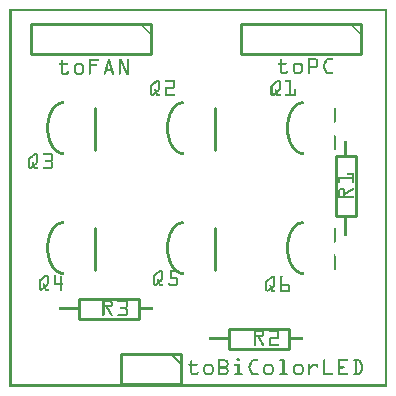
<source format=gto>
G04 MADE WITH FRITZING*
G04 WWW.FRITZING.ORG*
G04 DOUBLE SIDED*
G04 HOLES PLATED*
G04 CONTOUR ON CENTER OF CONTOUR VECTOR*
%ASAXBY*%
%FSLAX23Y23*%
%MOIN*%
%OFA0B0*%
%SFA1.0B1.0*%
%ADD10C,0.010000*%
%ADD11C,0.005000*%
%ADD12R,0.001000X0.001000*%
%LNSILK1*%
G90*
G70*
G54D10*
X1089Y569D02*
X1089Y769D01*
D02*
X1089Y769D02*
X1155Y769D01*
D02*
X1155Y769D02*
X1155Y569D01*
D02*
X1155Y569D02*
X1089Y569D01*
D02*
X1172Y1210D02*
X772Y1210D01*
D02*
X772Y1210D02*
X772Y1110D01*
D02*
X772Y1110D02*
X1172Y1110D01*
D02*
X1172Y1110D02*
X1172Y1210D01*
D02*
X472Y1210D02*
X72Y1210D01*
D02*
X72Y1210D02*
X72Y1110D01*
D02*
X72Y1110D02*
X472Y1110D01*
D02*
X472Y1110D02*
X472Y1210D01*
D02*
X286Y930D02*
X286Y790D01*
D02*
X286Y530D02*
X286Y390D01*
D02*
X686Y530D02*
X686Y390D01*
D02*
X686Y930D02*
X686Y790D01*
D02*
X732Y193D02*
X932Y193D01*
D02*
X932Y193D02*
X932Y127D01*
D02*
X932Y127D02*
X732Y127D01*
D02*
X732Y127D02*
X732Y193D01*
D02*
X232Y293D02*
X432Y293D01*
D02*
X432Y293D02*
X432Y227D01*
D02*
X432Y227D02*
X232Y227D01*
D02*
X232Y227D02*
X232Y293D01*
D02*
X572Y110D02*
X372Y110D01*
D02*
X372Y110D02*
X372Y10D01*
D02*
X372Y10D02*
X572Y10D01*
D02*
X572Y10D02*
X572Y110D01*
G54D11*
D02*
X537Y110D02*
X572Y75D01*
G54D12*
X0Y1260D02*
X1258Y1260D01*
X0Y1259D02*
X1258Y1259D01*
X0Y1258D02*
X1258Y1258D01*
X0Y1257D02*
X1258Y1257D01*
X0Y1256D02*
X1258Y1256D01*
X0Y1255D02*
X1258Y1255D01*
X0Y1254D02*
X1258Y1254D01*
X0Y1253D02*
X1258Y1253D01*
X0Y1252D02*
X7Y1252D01*
X1251Y1252D02*
X1258Y1252D01*
X0Y1251D02*
X7Y1251D01*
X1251Y1251D02*
X1258Y1251D01*
X0Y1250D02*
X7Y1250D01*
X1251Y1250D02*
X1258Y1250D01*
X0Y1249D02*
X7Y1249D01*
X1251Y1249D02*
X1258Y1249D01*
X0Y1248D02*
X7Y1248D01*
X1251Y1248D02*
X1258Y1248D01*
X0Y1247D02*
X7Y1247D01*
X1251Y1247D02*
X1258Y1247D01*
X0Y1246D02*
X7Y1246D01*
X1251Y1246D02*
X1258Y1246D01*
X0Y1245D02*
X7Y1245D01*
X1251Y1245D02*
X1258Y1245D01*
X0Y1244D02*
X7Y1244D01*
X1251Y1244D02*
X1258Y1244D01*
X0Y1243D02*
X7Y1243D01*
X1251Y1243D02*
X1258Y1243D01*
X0Y1242D02*
X7Y1242D01*
X1251Y1242D02*
X1258Y1242D01*
X0Y1241D02*
X7Y1241D01*
X1251Y1241D02*
X1258Y1241D01*
X0Y1240D02*
X7Y1240D01*
X1251Y1240D02*
X1258Y1240D01*
X0Y1239D02*
X7Y1239D01*
X1251Y1239D02*
X1258Y1239D01*
X0Y1238D02*
X7Y1238D01*
X1251Y1238D02*
X1258Y1238D01*
X0Y1237D02*
X7Y1237D01*
X1251Y1237D02*
X1258Y1237D01*
X0Y1236D02*
X7Y1236D01*
X1251Y1236D02*
X1258Y1236D01*
X0Y1235D02*
X7Y1235D01*
X1251Y1235D02*
X1258Y1235D01*
X0Y1234D02*
X7Y1234D01*
X1251Y1234D02*
X1258Y1234D01*
X0Y1233D02*
X7Y1233D01*
X1251Y1233D02*
X1258Y1233D01*
X0Y1232D02*
X7Y1232D01*
X1251Y1232D02*
X1258Y1232D01*
X0Y1231D02*
X7Y1231D01*
X1251Y1231D02*
X1258Y1231D01*
X0Y1230D02*
X7Y1230D01*
X1251Y1230D02*
X1258Y1230D01*
X0Y1229D02*
X7Y1229D01*
X1251Y1229D02*
X1258Y1229D01*
X0Y1228D02*
X7Y1228D01*
X1251Y1228D02*
X1258Y1228D01*
X0Y1227D02*
X7Y1227D01*
X1251Y1227D02*
X1258Y1227D01*
X0Y1226D02*
X7Y1226D01*
X1251Y1226D02*
X1258Y1226D01*
X0Y1225D02*
X7Y1225D01*
X1251Y1225D02*
X1258Y1225D01*
X0Y1224D02*
X7Y1224D01*
X1251Y1224D02*
X1258Y1224D01*
X0Y1223D02*
X7Y1223D01*
X1251Y1223D02*
X1258Y1223D01*
X0Y1222D02*
X7Y1222D01*
X1251Y1222D02*
X1258Y1222D01*
X0Y1221D02*
X7Y1221D01*
X1251Y1221D02*
X1258Y1221D01*
X0Y1220D02*
X7Y1220D01*
X1251Y1220D02*
X1258Y1220D01*
X0Y1219D02*
X7Y1219D01*
X1251Y1219D02*
X1258Y1219D01*
X0Y1218D02*
X7Y1218D01*
X1251Y1218D02*
X1258Y1218D01*
X0Y1217D02*
X7Y1217D01*
X1251Y1217D02*
X1258Y1217D01*
X0Y1216D02*
X7Y1216D01*
X1251Y1216D02*
X1258Y1216D01*
X0Y1215D02*
X7Y1215D01*
X1251Y1215D02*
X1258Y1215D01*
X0Y1214D02*
X7Y1214D01*
X1251Y1214D02*
X1258Y1214D01*
X0Y1213D02*
X7Y1213D01*
X1251Y1213D02*
X1258Y1213D01*
X0Y1212D02*
X7Y1212D01*
X438Y1212D02*
X438Y1212D01*
X1251Y1212D02*
X1258Y1212D01*
X0Y1211D02*
X7Y1211D01*
X437Y1211D02*
X439Y1211D01*
X1137Y1211D02*
X1139Y1211D01*
X1251Y1211D02*
X1258Y1211D01*
X0Y1210D02*
X7Y1210D01*
X436Y1210D02*
X440Y1210D01*
X1136Y1210D02*
X1140Y1210D01*
X1251Y1210D02*
X1258Y1210D01*
X0Y1209D02*
X7Y1209D01*
X435Y1209D02*
X441Y1209D01*
X1135Y1209D02*
X1141Y1209D01*
X1251Y1209D02*
X1258Y1209D01*
X0Y1208D02*
X7Y1208D01*
X436Y1208D02*
X442Y1208D01*
X1135Y1208D02*
X1142Y1208D01*
X1251Y1208D02*
X1258Y1208D01*
X0Y1207D02*
X7Y1207D01*
X437Y1207D02*
X443Y1207D01*
X1136Y1207D02*
X1143Y1207D01*
X1251Y1207D02*
X1258Y1207D01*
X0Y1206D02*
X7Y1206D01*
X438Y1206D02*
X444Y1206D01*
X1137Y1206D02*
X1144Y1206D01*
X1251Y1206D02*
X1258Y1206D01*
X0Y1205D02*
X7Y1205D01*
X439Y1205D02*
X445Y1205D01*
X1138Y1205D02*
X1145Y1205D01*
X1251Y1205D02*
X1258Y1205D01*
X0Y1204D02*
X7Y1204D01*
X440Y1204D02*
X446Y1204D01*
X1139Y1204D02*
X1146Y1204D01*
X1251Y1204D02*
X1258Y1204D01*
X0Y1203D02*
X7Y1203D01*
X441Y1203D02*
X447Y1203D01*
X1140Y1203D02*
X1147Y1203D01*
X1251Y1203D02*
X1258Y1203D01*
X0Y1202D02*
X7Y1202D01*
X442Y1202D02*
X448Y1202D01*
X1141Y1202D02*
X1148Y1202D01*
X1251Y1202D02*
X1258Y1202D01*
X0Y1201D02*
X7Y1201D01*
X443Y1201D02*
X449Y1201D01*
X1142Y1201D02*
X1149Y1201D01*
X1251Y1201D02*
X1258Y1201D01*
X0Y1200D02*
X7Y1200D01*
X444Y1200D02*
X450Y1200D01*
X1143Y1200D02*
X1150Y1200D01*
X1251Y1200D02*
X1258Y1200D01*
X0Y1199D02*
X7Y1199D01*
X445Y1199D02*
X451Y1199D01*
X1144Y1199D02*
X1151Y1199D01*
X1251Y1199D02*
X1258Y1199D01*
X0Y1198D02*
X7Y1198D01*
X446Y1198D02*
X452Y1198D01*
X1145Y1198D02*
X1152Y1198D01*
X1251Y1198D02*
X1258Y1198D01*
X0Y1197D02*
X7Y1197D01*
X447Y1197D02*
X453Y1197D01*
X1146Y1197D02*
X1153Y1197D01*
X1251Y1197D02*
X1258Y1197D01*
X0Y1196D02*
X7Y1196D01*
X448Y1196D02*
X454Y1196D01*
X1147Y1196D02*
X1154Y1196D01*
X1251Y1196D02*
X1258Y1196D01*
X0Y1195D02*
X7Y1195D01*
X449Y1195D02*
X455Y1195D01*
X1149Y1195D02*
X1155Y1195D01*
X1251Y1195D02*
X1258Y1195D01*
X0Y1194D02*
X7Y1194D01*
X450Y1194D02*
X456Y1194D01*
X1150Y1194D02*
X1156Y1194D01*
X1251Y1194D02*
X1258Y1194D01*
X0Y1193D02*
X7Y1193D01*
X452Y1193D02*
X457Y1193D01*
X1151Y1193D02*
X1157Y1193D01*
X1251Y1193D02*
X1258Y1193D01*
X0Y1192D02*
X7Y1192D01*
X453Y1192D02*
X458Y1192D01*
X1152Y1192D02*
X1158Y1192D01*
X1251Y1192D02*
X1258Y1192D01*
X0Y1191D02*
X7Y1191D01*
X454Y1191D02*
X459Y1191D01*
X1153Y1191D02*
X1159Y1191D01*
X1251Y1191D02*
X1258Y1191D01*
X0Y1190D02*
X7Y1190D01*
X455Y1190D02*
X460Y1190D01*
X1154Y1190D02*
X1160Y1190D01*
X1251Y1190D02*
X1258Y1190D01*
X0Y1189D02*
X7Y1189D01*
X455Y1189D02*
X461Y1189D01*
X1155Y1189D02*
X1161Y1189D01*
X1251Y1189D02*
X1258Y1189D01*
X0Y1188D02*
X7Y1188D01*
X456Y1188D02*
X462Y1188D01*
X1156Y1188D02*
X1162Y1188D01*
X1251Y1188D02*
X1258Y1188D01*
X0Y1187D02*
X7Y1187D01*
X457Y1187D02*
X463Y1187D01*
X1156Y1187D02*
X1163Y1187D01*
X1251Y1187D02*
X1258Y1187D01*
X0Y1186D02*
X7Y1186D01*
X458Y1186D02*
X464Y1186D01*
X1157Y1186D02*
X1164Y1186D01*
X1251Y1186D02*
X1258Y1186D01*
X0Y1185D02*
X7Y1185D01*
X459Y1185D02*
X465Y1185D01*
X1158Y1185D02*
X1165Y1185D01*
X1251Y1185D02*
X1258Y1185D01*
X0Y1184D02*
X7Y1184D01*
X460Y1184D02*
X466Y1184D01*
X1159Y1184D02*
X1166Y1184D01*
X1251Y1184D02*
X1258Y1184D01*
X0Y1183D02*
X7Y1183D01*
X461Y1183D02*
X467Y1183D01*
X1160Y1183D02*
X1167Y1183D01*
X1251Y1183D02*
X1258Y1183D01*
X0Y1182D02*
X7Y1182D01*
X462Y1182D02*
X468Y1182D01*
X1161Y1182D02*
X1168Y1182D01*
X1251Y1182D02*
X1258Y1182D01*
X0Y1181D02*
X7Y1181D01*
X463Y1181D02*
X469Y1181D01*
X1162Y1181D02*
X1169Y1181D01*
X1251Y1181D02*
X1258Y1181D01*
X0Y1180D02*
X7Y1180D01*
X464Y1180D02*
X470Y1180D01*
X1163Y1180D02*
X1170Y1180D01*
X1251Y1180D02*
X1258Y1180D01*
X0Y1179D02*
X7Y1179D01*
X465Y1179D02*
X471Y1179D01*
X1164Y1179D02*
X1171Y1179D01*
X1251Y1179D02*
X1258Y1179D01*
X0Y1178D02*
X7Y1178D01*
X466Y1178D02*
X472Y1178D01*
X1165Y1178D02*
X1172Y1178D01*
X1251Y1178D02*
X1258Y1178D01*
X0Y1177D02*
X7Y1177D01*
X467Y1177D02*
X472Y1177D01*
X1166Y1177D02*
X1172Y1177D01*
X1251Y1177D02*
X1258Y1177D01*
X0Y1176D02*
X7Y1176D01*
X468Y1176D02*
X471Y1176D01*
X1167Y1176D02*
X1171Y1176D01*
X1251Y1176D02*
X1258Y1176D01*
X0Y1175D02*
X7Y1175D01*
X469Y1175D02*
X470Y1175D01*
X1168Y1175D02*
X1170Y1175D01*
X1251Y1175D02*
X1258Y1175D01*
X0Y1174D02*
X7Y1174D01*
X1251Y1174D02*
X1258Y1174D01*
X0Y1173D02*
X7Y1173D01*
X1251Y1173D02*
X1258Y1173D01*
X0Y1172D02*
X7Y1172D01*
X1251Y1172D02*
X1258Y1172D01*
X0Y1171D02*
X7Y1171D01*
X1251Y1171D02*
X1258Y1171D01*
X0Y1170D02*
X7Y1170D01*
X1251Y1170D02*
X1258Y1170D01*
X0Y1169D02*
X7Y1169D01*
X1251Y1169D02*
X1258Y1169D01*
X0Y1168D02*
X7Y1168D01*
X1251Y1168D02*
X1258Y1168D01*
X0Y1167D02*
X7Y1167D01*
X1251Y1167D02*
X1258Y1167D01*
X0Y1166D02*
X7Y1166D01*
X1251Y1166D02*
X1258Y1166D01*
X0Y1165D02*
X7Y1165D01*
X1251Y1165D02*
X1258Y1165D01*
X0Y1164D02*
X7Y1164D01*
X1251Y1164D02*
X1258Y1164D01*
X0Y1163D02*
X7Y1163D01*
X1251Y1163D02*
X1258Y1163D01*
X0Y1162D02*
X7Y1162D01*
X1251Y1162D02*
X1258Y1162D01*
X0Y1161D02*
X7Y1161D01*
X1251Y1161D02*
X1258Y1161D01*
X0Y1160D02*
X7Y1160D01*
X1251Y1160D02*
X1258Y1160D01*
X0Y1159D02*
X7Y1159D01*
X1251Y1159D02*
X1258Y1159D01*
X0Y1158D02*
X7Y1158D01*
X1251Y1158D02*
X1258Y1158D01*
X0Y1157D02*
X7Y1157D01*
X1251Y1157D02*
X1258Y1157D01*
X0Y1156D02*
X7Y1156D01*
X1251Y1156D02*
X1258Y1156D01*
X0Y1155D02*
X7Y1155D01*
X1251Y1155D02*
X1258Y1155D01*
X0Y1154D02*
X7Y1154D01*
X1251Y1154D02*
X1258Y1154D01*
X0Y1153D02*
X7Y1153D01*
X1251Y1153D02*
X1258Y1153D01*
X0Y1152D02*
X7Y1152D01*
X1251Y1152D02*
X1258Y1152D01*
X0Y1151D02*
X7Y1151D01*
X1251Y1151D02*
X1258Y1151D01*
X0Y1150D02*
X7Y1150D01*
X1251Y1150D02*
X1258Y1150D01*
X0Y1149D02*
X7Y1149D01*
X1251Y1149D02*
X1258Y1149D01*
X0Y1148D02*
X7Y1148D01*
X1251Y1148D02*
X1258Y1148D01*
X0Y1147D02*
X7Y1147D01*
X1251Y1147D02*
X1258Y1147D01*
X0Y1146D02*
X7Y1146D01*
X1251Y1146D02*
X1258Y1146D01*
X0Y1145D02*
X7Y1145D01*
X1251Y1145D02*
X1258Y1145D01*
X0Y1144D02*
X7Y1144D01*
X1251Y1144D02*
X1258Y1144D01*
X0Y1143D02*
X7Y1143D01*
X1251Y1143D02*
X1258Y1143D01*
X0Y1142D02*
X7Y1142D01*
X1251Y1142D02*
X1258Y1142D01*
X0Y1141D02*
X7Y1141D01*
X1251Y1141D02*
X1258Y1141D01*
X0Y1140D02*
X7Y1140D01*
X1251Y1140D02*
X1258Y1140D01*
X0Y1139D02*
X7Y1139D01*
X1251Y1139D02*
X1258Y1139D01*
X0Y1138D02*
X7Y1138D01*
X1251Y1138D02*
X1258Y1138D01*
X0Y1137D02*
X7Y1137D01*
X1251Y1137D02*
X1258Y1137D01*
X0Y1136D02*
X7Y1136D01*
X1251Y1136D02*
X1258Y1136D01*
X0Y1135D02*
X7Y1135D01*
X1251Y1135D02*
X1258Y1135D01*
X0Y1134D02*
X7Y1134D01*
X1251Y1134D02*
X1258Y1134D01*
X0Y1133D02*
X7Y1133D01*
X1251Y1133D02*
X1258Y1133D01*
X0Y1132D02*
X7Y1132D01*
X1251Y1132D02*
X1258Y1132D01*
X0Y1131D02*
X7Y1131D01*
X1251Y1131D02*
X1258Y1131D01*
X0Y1130D02*
X7Y1130D01*
X1251Y1130D02*
X1258Y1130D01*
X0Y1129D02*
X7Y1129D01*
X1251Y1129D02*
X1258Y1129D01*
X0Y1128D02*
X7Y1128D01*
X1251Y1128D02*
X1258Y1128D01*
X0Y1127D02*
X7Y1127D01*
X1251Y1127D02*
X1258Y1127D01*
X0Y1126D02*
X7Y1126D01*
X1251Y1126D02*
X1258Y1126D01*
X0Y1125D02*
X7Y1125D01*
X1251Y1125D02*
X1258Y1125D01*
X0Y1124D02*
X7Y1124D01*
X1251Y1124D02*
X1258Y1124D01*
X0Y1123D02*
X7Y1123D01*
X1251Y1123D02*
X1258Y1123D01*
X0Y1122D02*
X7Y1122D01*
X1251Y1122D02*
X1258Y1122D01*
X0Y1121D02*
X7Y1121D01*
X1251Y1121D02*
X1258Y1121D01*
X0Y1120D02*
X7Y1120D01*
X1251Y1120D02*
X1258Y1120D01*
X0Y1119D02*
X7Y1119D01*
X1251Y1119D02*
X1258Y1119D01*
X0Y1118D02*
X7Y1118D01*
X1251Y1118D02*
X1258Y1118D01*
X0Y1117D02*
X7Y1117D01*
X1251Y1117D02*
X1258Y1117D01*
X0Y1116D02*
X7Y1116D01*
X1251Y1116D02*
X1258Y1116D01*
X0Y1115D02*
X7Y1115D01*
X1251Y1115D02*
X1258Y1115D01*
X0Y1114D02*
X7Y1114D01*
X1251Y1114D02*
X1258Y1114D01*
X0Y1113D02*
X7Y1113D01*
X1251Y1113D02*
X1258Y1113D01*
X0Y1112D02*
X7Y1112D01*
X1251Y1112D02*
X1258Y1112D01*
X0Y1111D02*
X7Y1111D01*
X1251Y1111D02*
X1258Y1111D01*
X0Y1110D02*
X7Y1110D01*
X1251Y1110D02*
X1258Y1110D01*
X0Y1109D02*
X7Y1109D01*
X1251Y1109D02*
X1258Y1109D01*
X0Y1108D02*
X7Y1108D01*
X1251Y1108D02*
X1258Y1108D01*
X0Y1107D02*
X7Y1107D01*
X1251Y1107D02*
X1258Y1107D01*
X0Y1106D02*
X7Y1106D01*
X1251Y1106D02*
X1258Y1106D01*
X0Y1105D02*
X7Y1105D01*
X1251Y1105D02*
X1258Y1105D01*
X0Y1104D02*
X7Y1104D01*
X1251Y1104D02*
X1258Y1104D01*
X0Y1103D02*
X7Y1103D01*
X1251Y1103D02*
X1258Y1103D01*
X0Y1102D02*
X7Y1102D01*
X1251Y1102D02*
X1258Y1102D01*
X0Y1101D02*
X7Y1101D01*
X1251Y1101D02*
X1258Y1101D01*
X0Y1100D02*
X7Y1100D01*
X1251Y1100D02*
X1258Y1100D01*
X0Y1099D02*
X7Y1099D01*
X1251Y1099D02*
X1258Y1099D01*
X0Y1098D02*
X7Y1098D01*
X1251Y1098D02*
X1258Y1098D01*
X0Y1097D02*
X7Y1097D01*
X1251Y1097D02*
X1258Y1097D01*
X0Y1096D02*
X7Y1096D01*
X994Y1096D02*
X1020Y1096D01*
X1060Y1096D02*
X1076Y1096D01*
X1251Y1096D02*
X1258Y1096D01*
X0Y1095D02*
X7Y1095D01*
X994Y1095D02*
X1022Y1095D01*
X1057Y1095D02*
X1077Y1095D01*
X1251Y1095D02*
X1258Y1095D01*
X0Y1094D02*
X7Y1094D01*
X264Y1094D02*
X296Y1094D01*
X329Y1094D02*
X332Y1094D01*
X364Y1094D02*
X373Y1094D01*
X393Y1094D02*
X396Y1094D01*
X994Y1094D02*
X1024Y1094D01*
X1056Y1094D02*
X1078Y1094D01*
X1251Y1094D02*
X1258Y1094D01*
X0Y1093D02*
X7Y1093D01*
X264Y1093D02*
X297Y1093D01*
X328Y1093D02*
X333Y1093D01*
X364Y1093D02*
X373Y1093D01*
X392Y1093D02*
X397Y1093D01*
X903Y1093D02*
X905Y1093D01*
X994Y1093D02*
X1025Y1093D01*
X1055Y1093D02*
X1078Y1093D01*
X1251Y1093D02*
X1258Y1093D01*
X0Y1092D02*
X7Y1092D01*
X264Y1092D02*
X298Y1092D01*
X328Y1092D02*
X334Y1092D01*
X364Y1092D02*
X374Y1092D01*
X392Y1092D02*
X398Y1092D01*
X902Y1092D02*
X906Y1092D01*
X994Y1092D02*
X1026Y1092D01*
X1054Y1092D02*
X1078Y1092D01*
X1251Y1092D02*
X1258Y1092D01*
X0Y1091D02*
X7Y1091D01*
X173Y1091D02*
X176Y1091D01*
X264Y1091D02*
X298Y1091D01*
X328Y1091D02*
X334Y1091D01*
X364Y1091D02*
X374Y1091D01*
X392Y1091D02*
X398Y1091D01*
X901Y1091D02*
X907Y1091D01*
X994Y1091D02*
X1026Y1091D01*
X1053Y1091D02*
X1077Y1091D01*
X1251Y1091D02*
X1258Y1091D01*
X0Y1090D02*
X7Y1090D01*
X172Y1090D02*
X177Y1090D01*
X264Y1090D02*
X298Y1090D01*
X327Y1090D02*
X334Y1090D01*
X364Y1090D02*
X374Y1090D01*
X392Y1090D02*
X398Y1090D01*
X901Y1090D02*
X907Y1090D01*
X994Y1090D02*
X1027Y1090D01*
X1053Y1090D02*
X1076Y1090D01*
X1251Y1090D02*
X1258Y1090D01*
X0Y1089D02*
X7Y1089D01*
X171Y1089D02*
X177Y1089D01*
X264Y1089D02*
X297Y1089D01*
X327Y1089D02*
X335Y1089D01*
X364Y1089D02*
X375Y1089D01*
X392Y1089D02*
X398Y1089D01*
X901Y1089D02*
X907Y1089D01*
X994Y1089D02*
X1000Y1089D01*
X1020Y1089D02*
X1027Y1089D01*
X1052Y1089D02*
X1060Y1089D01*
X1251Y1089D02*
X1258Y1089D01*
X0Y1088D02*
X7Y1088D01*
X171Y1088D02*
X177Y1088D01*
X264Y1088D02*
X296Y1088D01*
X327Y1088D02*
X335Y1088D01*
X364Y1088D02*
X375Y1088D01*
X392Y1088D02*
X398Y1088D01*
X901Y1088D02*
X907Y1088D01*
X994Y1088D02*
X1000Y1088D01*
X1021Y1088D02*
X1028Y1088D01*
X1052Y1088D02*
X1059Y1088D01*
X1251Y1088D02*
X1258Y1088D01*
X0Y1087D02*
X7Y1087D01*
X171Y1087D02*
X177Y1087D01*
X264Y1087D02*
X270Y1087D01*
X327Y1087D02*
X335Y1087D01*
X364Y1087D02*
X376Y1087D01*
X392Y1087D02*
X398Y1087D01*
X901Y1087D02*
X907Y1087D01*
X994Y1087D02*
X1000Y1087D01*
X1022Y1087D02*
X1028Y1087D01*
X1051Y1087D02*
X1058Y1087D01*
X1251Y1087D02*
X1258Y1087D01*
X0Y1086D02*
X7Y1086D01*
X171Y1086D02*
X177Y1086D01*
X264Y1086D02*
X270Y1086D01*
X326Y1086D02*
X336Y1086D01*
X364Y1086D02*
X376Y1086D01*
X392Y1086D02*
X398Y1086D01*
X901Y1086D02*
X907Y1086D01*
X994Y1086D02*
X1000Y1086D01*
X1022Y1086D02*
X1028Y1086D01*
X1051Y1086D02*
X1058Y1086D01*
X1251Y1086D02*
X1258Y1086D01*
X0Y1085D02*
X7Y1085D01*
X171Y1085D02*
X177Y1085D01*
X264Y1085D02*
X270Y1085D01*
X326Y1085D02*
X336Y1085D01*
X364Y1085D02*
X377Y1085D01*
X392Y1085D02*
X398Y1085D01*
X901Y1085D02*
X907Y1085D01*
X994Y1085D02*
X1000Y1085D01*
X1022Y1085D02*
X1028Y1085D01*
X1050Y1085D02*
X1057Y1085D01*
X1251Y1085D02*
X1258Y1085D01*
X0Y1084D02*
X7Y1084D01*
X171Y1084D02*
X177Y1084D01*
X264Y1084D02*
X270Y1084D01*
X326Y1084D02*
X336Y1084D01*
X364Y1084D02*
X377Y1084D01*
X392Y1084D02*
X398Y1084D01*
X901Y1084D02*
X907Y1084D01*
X994Y1084D02*
X1000Y1084D01*
X1022Y1084D02*
X1028Y1084D01*
X1050Y1084D02*
X1057Y1084D01*
X1251Y1084D02*
X1258Y1084D01*
X0Y1083D02*
X7Y1083D01*
X171Y1083D02*
X177Y1083D01*
X264Y1083D02*
X270Y1083D01*
X325Y1083D02*
X336Y1083D01*
X364Y1083D02*
X378Y1083D01*
X392Y1083D02*
X398Y1083D01*
X901Y1083D02*
X907Y1083D01*
X994Y1083D02*
X1000Y1083D01*
X1022Y1083D02*
X1028Y1083D01*
X1049Y1083D02*
X1056Y1083D01*
X1251Y1083D02*
X1258Y1083D01*
X0Y1082D02*
X7Y1082D01*
X171Y1082D02*
X177Y1082D01*
X264Y1082D02*
X270Y1082D01*
X325Y1082D02*
X337Y1082D01*
X364Y1082D02*
X378Y1082D01*
X392Y1082D02*
X398Y1082D01*
X901Y1082D02*
X907Y1082D01*
X994Y1082D02*
X1000Y1082D01*
X1022Y1082D02*
X1028Y1082D01*
X1049Y1082D02*
X1056Y1082D01*
X1251Y1082D02*
X1258Y1082D01*
X0Y1081D02*
X7Y1081D01*
X171Y1081D02*
X177Y1081D01*
X264Y1081D02*
X270Y1081D01*
X325Y1081D02*
X337Y1081D01*
X364Y1081D02*
X370Y1081D01*
X372Y1081D02*
X378Y1081D01*
X392Y1081D02*
X398Y1081D01*
X896Y1081D02*
X923Y1081D01*
X954Y1081D02*
X968Y1081D01*
X994Y1081D02*
X1000Y1081D01*
X1022Y1081D02*
X1028Y1081D01*
X1048Y1081D02*
X1055Y1081D01*
X1251Y1081D02*
X1258Y1081D01*
X0Y1080D02*
X7Y1080D01*
X171Y1080D02*
X178Y1080D01*
X264Y1080D02*
X270Y1080D01*
X324Y1080D02*
X337Y1080D01*
X364Y1080D02*
X370Y1080D01*
X372Y1080D02*
X379Y1080D01*
X392Y1080D02*
X398Y1080D01*
X895Y1080D02*
X924Y1080D01*
X952Y1080D02*
X970Y1080D01*
X994Y1080D02*
X1000Y1080D01*
X1022Y1080D02*
X1028Y1080D01*
X1048Y1080D02*
X1055Y1080D01*
X1251Y1080D02*
X1258Y1080D01*
X0Y1079D02*
X7Y1079D01*
X165Y1079D02*
X193Y1079D01*
X223Y1079D02*
X239Y1079D01*
X264Y1079D02*
X270Y1079D01*
X324Y1079D02*
X338Y1079D01*
X364Y1079D02*
X370Y1079D01*
X373Y1079D02*
X379Y1079D01*
X392Y1079D02*
X398Y1079D01*
X894Y1079D02*
X924Y1079D01*
X950Y1079D02*
X972Y1079D01*
X994Y1079D02*
X1000Y1079D01*
X1022Y1079D02*
X1028Y1079D01*
X1047Y1079D02*
X1054Y1079D01*
X1251Y1079D02*
X1258Y1079D01*
X0Y1078D02*
X7Y1078D01*
X165Y1078D02*
X194Y1078D01*
X221Y1078D02*
X241Y1078D01*
X264Y1078D02*
X270Y1078D01*
X324Y1078D02*
X338Y1078D01*
X364Y1078D02*
X370Y1078D01*
X373Y1078D02*
X380Y1078D01*
X392Y1078D02*
X398Y1078D01*
X894Y1078D02*
X924Y1078D01*
X949Y1078D02*
X973Y1078D01*
X994Y1078D02*
X1000Y1078D01*
X1022Y1078D02*
X1028Y1078D01*
X1047Y1078D02*
X1054Y1078D01*
X1251Y1078D02*
X1258Y1078D01*
X0Y1077D02*
X7Y1077D01*
X164Y1077D02*
X194Y1077D01*
X220Y1077D02*
X242Y1077D01*
X264Y1077D02*
X271Y1077D01*
X324Y1077D02*
X330Y1077D01*
X332Y1077D02*
X338Y1077D01*
X364Y1077D02*
X370Y1077D01*
X373Y1077D02*
X380Y1077D01*
X392Y1077D02*
X398Y1077D01*
X895Y1077D02*
X924Y1077D01*
X948Y1077D02*
X974Y1077D01*
X994Y1077D02*
X1000Y1077D01*
X1022Y1077D02*
X1028Y1077D01*
X1046Y1077D02*
X1053Y1077D01*
X1251Y1077D02*
X1258Y1077D01*
X0Y1076D02*
X7Y1076D01*
X164Y1076D02*
X194Y1076D01*
X219Y1076D02*
X243Y1076D01*
X264Y1076D02*
X290Y1076D01*
X323Y1076D02*
X330Y1076D01*
X332Y1076D02*
X339Y1076D01*
X364Y1076D02*
X370Y1076D01*
X374Y1076D02*
X381Y1076D01*
X392Y1076D02*
X398Y1076D01*
X895Y1076D02*
X924Y1076D01*
X947Y1076D02*
X975Y1076D01*
X994Y1076D02*
X1000Y1076D01*
X1022Y1076D02*
X1028Y1076D01*
X1046Y1076D02*
X1052Y1076D01*
X1251Y1076D02*
X1258Y1076D01*
X0Y1075D02*
X7Y1075D01*
X165Y1075D02*
X194Y1075D01*
X218Y1075D02*
X244Y1075D01*
X264Y1075D02*
X290Y1075D01*
X323Y1075D02*
X329Y1075D01*
X332Y1075D02*
X339Y1075D01*
X364Y1075D02*
X370Y1075D01*
X374Y1075D02*
X381Y1075D01*
X392Y1075D02*
X398Y1075D01*
X896Y1075D02*
X922Y1075D01*
X946Y1075D02*
X976Y1075D01*
X994Y1075D02*
X1000Y1075D01*
X1022Y1075D02*
X1028Y1075D01*
X1045Y1075D02*
X1052Y1075D01*
X1251Y1075D02*
X1258Y1075D01*
X0Y1074D02*
X7Y1074D01*
X165Y1074D02*
X193Y1074D01*
X217Y1074D02*
X245Y1074D01*
X264Y1074D02*
X291Y1074D01*
X323Y1074D02*
X329Y1074D01*
X333Y1074D02*
X339Y1074D01*
X364Y1074D02*
X370Y1074D01*
X375Y1074D02*
X381Y1074D01*
X392Y1074D02*
X398Y1074D01*
X901Y1074D02*
X907Y1074D01*
X946Y1074D02*
X954Y1074D01*
X968Y1074D02*
X977Y1074D01*
X994Y1074D02*
X1000Y1074D01*
X1022Y1074D02*
X1028Y1074D01*
X1045Y1074D02*
X1051Y1074D01*
X1251Y1074D02*
X1258Y1074D01*
X0Y1073D02*
X7Y1073D01*
X168Y1073D02*
X191Y1073D01*
X216Y1073D02*
X246Y1073D01*
X264Y1073D02*
X291Y1073D01*
X322Y1073D02*
X329Y1073D01*
X333Y1073D02*
X339Y1073D01*
X364Y1073D02*
X370Y1073D01*
X375Y1073D02*
X382Y1073D01*
X392Y1073D02*
X398Y1073D01*
X901Y1073D02*
X907Y1073D01*
X945Y1073D02*
X953Y1073D01*
X969Y1073D02*
X977Y1073D01*
X994Y1073D02*
X1000Y1073D01*
X1022Y1073D02*
X1028Y1073D01*
X1045Y1073D02*
X1051Y1073D01*
X1251Y1073D02*
X1258Y1073D01*
X0Y1072D02*
X7Y1072D01*
X171Y1072D02*
X177Y1072D01*
X215Y1072D02*
X224Y1072D01*
X238Y1072D02*
X247Y1072D01*
X264Y1072D02*
X290Y1072D01*
X322Y1072D02*
X328Y1072D01*
X333Y1072D02*
X340Y1072D01*
X364Y1072D02*
X370Y1072D01*
X376Y1072D02*
X382Y1072D01*
X392Y1072D02*
X398Y1072D01*
X901Y1072D02*
X907Y1072D01*
X945Y1072D02*
X952Y1072D01*
X970Y1072D02*
X977Y1072D01*
X994Y1072D02*
X1000Y1072D01*
X1021Y1072D02*
X1028Y1072D01*
X1044Y1072D02*
X1051Y1072D01*
X1251Y1072D02*
X1258Y1072D01*
X0Y1071D02*
X7Y1071D01*
X171Y1071D02*
X177Y1071D01*
X215Y1071D02*
X223Y1071D01*
X240Y1071D02*
X247Y1071D01*
X264Y1071D02*
X290Y1071D01*
X322Y1071D02*
X328Y1071D01*
X334Y1071D02*
X340Y1071D01*
X364Y1071D02*
X370Y1071D01*
X376Y1071D02*
X383Y1071D01*
X392Y1071D02*
X398Y1071D01*
X901Y1071D02*
X907Y1071D01*
X945Y1071D02*
X951Y1071D01*
X971Y1071D02*
X978Y1071D01*
X994Y1071D02*
X1000Y1071D01*
X1021Y1071D02*
X1028Y1071D01*
X1044Y1071D02*
X1050Y1071D01*
X1251Y1071D02*
X1258Y1071D01*
X0Y1070D02*
X7Y1070D01*
X171Y1070D02*
X177Y1070D01*
X215Y1070D02*
X222Y1070D01*
X241Y1070D02*
X247Y1070D01*
X264Y1070D02*
X287Y1070D01*
X322Y1070D02*
X328Y1070D01*
X334Y1070D02*
X340Y1070D01*
X364Y1070D02*
X370Y1070D01*
X376Y1070D02*
X383Y1070D01*
X392Y1070D02*
X398Y1070D01*
X901Y1070D02*
X907Y1070D01*
X944Y1070D02*
X950Y1070D01*
X972Y1070D02*
X978Y1070D01*
X994Y1070D02*
X1001Y1070D01*
X1019Y1070D02*
X1027Y1070D01*
X1044Y1070D02*
X1050Y1070D01*
X1251Y1070D02*
X1258Y1070D01*
X0Y1069D02*
X7Y1069D01*
X171Y1069D02*
X177Y1069D01*
X214Y1069D02*
X221Y1069D01*
X241Y1069D02*
X248Y1069D01*
X264Y1069D02*
X270Y1069D01*
X321Y1069D02*
X328Y1069D01*
X334Y1069D02*
X341Y1069D01*
X364Y1069D02*
X370Y1069D01*
X377Y1069D02*
X384Y1069D01*
X392Y1069D02*
X398Y1069D01*
X901Y1069D02*
X907Y1069D01*
X944Y1069D02*
X950Y1069D01*
X972Y1069D02*
X978Y1069D01*
X994Y1069D02*
X1027Y1069D01*
X1044Y1069D02*
X1050Y1069D01*
X1251Y1069D02*
X1258Y1069D01*
X0Y1068D02*
X7Y1068D01*
X171Y1068D02*
X177Y1068D01*
X214Y1068D02*
X220Y1068D01*
X242Y1068D02*
X248Y1068D01*
X264Y1068D02*
X270Y1068D01*
X321Y1068D02*
X327Y1068D01*
X335Y1068D02*
X341Y1068D01*
X364Y1068D02*
X370Y1068D01*
X377Y1068D02*
X384Y1068D01*
X392Y1068D02*
X398Y1068D01*
X901Y1068D02*
X907Y1068D01*
X944Y1068D02*
X950Y1068D01*
X972Y1068D02*
X978Y1068D01*
X994Y1068D02*
X1026Y1068D01*
X1044Y1068D02*
X1050Y1068D01*
X1251Y1068D02*
X1258Y1068D01*
X0Y1067D02*
X7Y1067D01*
X171Y1067D02*
X177Y1067D01*
X214Y1067D02*
X220Y1067D01*
X242Y1067D02*
X248Y1067D01*
X264Y1067D02*
X270Y1067D01*
X321Y1067D02*
X327Y1067D01*
X335Y1067D02*
X341Y1067D01*
X364Y1067D02*
X370Y1067D01*
X378Y1067D02*
X385Y1067D01*
X392Y1067D02*
X398Y1067D01*
X901Y1067D02*
X907Y1067D01*
X944Y1067D02*
X950Y1067D01*
X972Y1067D02*
X978Y1067D01*
X994Y1067D02*
X1026Y1067D01*
X1045Y1067D02*
X1051Y1067D01*
X1251Y1067D02*
X1258Y1067D01*
X0Y1066D02*
X7Y1066D01*
X171Y1066D02*
X177Y1066D01*
X214Y1066D02*
X220Y1066D01*
X242Y1066D02*
X248Y1066D01*
X264Y1066D02*
X270Y1066D01*
X320Y1066D02*
X327Y1066D01*
X335Y1066D02*
X341Y1066D01*
X364Y1066D02*
X370Y1066D01*
X378Y1066D02*
X385Y1066D01*
X392Y1066D02*
X398Y1066D01*
X901Y1066D02*
X907Y1066D01*
X944Y1066D02*
X950Y1066D01*
X972Y1066D02*
X978Y1066D01*
X994Y1066D02*
X1025Y1066D01*
X1045Y1066D02*
X1051Y1066D01*
X1251Y1066D02*
X1258Y1066D01*
X0Y1065D02*
X7Y1065D01*
X171Y1065D02*
X177Y1065D01*
X214Y1065D02*
X220Y1065D01*
X242Y1065D02*
X248Y1065D01*
X264Y1065D02*
X270Y1065D01*
X320Y1065D02*
X326Y1065D01*
X335Y1065D02*
X342Y1065D01*
X364Y1065D02*
X370Y1065D01*
X379Y1065D02*
X385Y1065D01*
X392Y1065D02*
X398Y1065D01*
X901Y1065D02*
X907Y1065D01*
X944Y1065D02*
X950Y1065D01*
X972Y1065D02*
X978Y1065D01*
X994Y1065D02*
X1024Y1065D01*
X1045Y1065D02*
X1051Y1065D01*
X1251Y1065D02*
X1258Y1065D01*
X0Y1064D02*
X7Y1064D01*
X171Y1064D02*
X177Y1064D01*
X214Y1064D02*
X220Y1064D01*
X242Y1064D02*
X248Y1064D01*
X264Y1064D02*
X270Y1064D01*
X320Y1064D02*
X326Y1064D01*
X336Y1064D02*
X342Y1064D01*
X364Y1064D02*
X370Y1064D01*
X379Y1064D02*
X386Y1064D01*
X392Y1064D02*
X398Y1064D01*
X901Y1064D02*
X907Y1064D01*
X944Y1064D02*
X950Y1064D01*
X972Y1064D02*
X978Y1064D01*
X994Y1064D02*
X1022Y1064D01*
X1045Y1064D02*
X1052Y1064D01*
X1251Y1064D02*
X1258Y1064D01*
X0Y1063D02*
X7Y1063D01*
X171Y1063D02*
X177Y1063D01*
X214Y1063D02*
X220Y1063D01*
X242Y1063D02*
X248Y1063D01*
X264Y1063D02*
X270Y1063D01*
X320Y1063D02*
X326Y1063D01*
X336Y1063D02*
X342Y1063D01*
X364Y1063D02*
X370Y1063D01*
X380Y1063D02*
X386Y1063D01*
X392Y1063D02*
X398Y1063D01*
X901Y1063D02*
X907Y1063D01*
X944Y1063D02*
X950Y1063D01*
X972Y1063D02*
X978Y1063D01*
X994Y1063D02*
X1019Y1063D01*
X1046Y1063D02*
X1052Y1063D01*
X1251Y1063D02*
X1258Y1063D01*
X0Y1062D02*
X7Y1062D01*
X171Y1062D02*
X177Y1062D01*
X214Y1062D02*
X220Y1062D01*
X242Y1062D02*
X248Y1062D01*
X264Y1062D02*
X270Y1062D01*
X319Y1062D02*
X326Y1062D01*
X336Y1062D02*
X343Y1062D01*
X364Y1062D02*
X370Y1062D01*
X380Y1062D02*
X387Y1062D01*
X392Y1062D02*
X398Y1062D01*
X901Y1062D02*
X907Y1062D01*
X944Y1062D02*
X950Y1062D01*
X972Y1062D02*
X978Y1062D01*
X994Y1062D02*
X1000Y1062D01*
X1046Y1062D02*
X1053Y1062D01*
X1251Y1062D02*
X1258Y1062D01*
X0Y1061D02*
X7Y1061D01*
X171Y1061D02*
X177Y1061D01*
X214Y1061D02*
X220Y1061D01*
X242Y1061D02*
X248Y1061D01*
X264Y1061D02*
X270Y1061D01*
X319Y1061D02*
X325Y1061D01*
X337Y1061D02*
X343Y1061D01*
X364Y1061D02*
X370Y1061D01*
X380Y1061D02*
X387Y1061D01*
X392Y1061D02*
X398Y1061D01*
X901Y1061D02*
X907Y1061D01*
X944Y1061D02*
X950Y1061D01*
X972Y1061D02*
X978Y1061D01*
X994Y1061D02*
X1000Y1061D01*
X1046Y1061D02*
X1053Y1061D01*
X1251Y1061D02*
X1258Y1061D01*
X0Y1060D02*
X7Y1060D01*
X171Y1060D02*
X177Y1060D01*
X214Y1060D02*
X220Y1060D01*
X242Y1060D02*
X248Y1060D01*
X264Y1060D02*
X270Y1060D01*
X319Y1060D02*
X325Y1060D01*
X337Y1060D02*
X343Y1060D01*
X364Y1060D02*
X370Y1060D01*
X381Y1060D02*
X388Y1060D01*
X392Y1060D02*
X398Y1060D01*
X901Y1060D02*
X907Y1060D01*
X944Y1060D02*
X950Y1060D01*
X972Y1060D02*
X978Y1060D01*
X994Y1060D02*
X1000Y1060D01*
X1047Y1060D02*
X1054Y1060D01*
X1251Y1060D02*
X1258Y1060D01*
X0Y1059D02*
X7Y1059D01*
X171Y1059D02*
X177Y1059D01*
X214Y1059D02*
X220Y1059D01*
X242Y1059D02*
X248Y1059D01*
X264Y1059D02*
X270Y1059D01*
X318Y1059D02*
X343Y1059D01*
X364Y1059D02*
X370Y1059D01*
X381Y1059D02*
X388Y1059D01*
X392Y1059D02*
X398Y1059D01*
X901Y1059D02*
X907Y1059D01*
X944Y1059D02*
X950Y1059D01*
X972Y1059D02*
X978Y1059D01*
X994Y1059D02*
X1000Y1059D01*
X1047Y1059D02*
X1054Y1059D01*
X1251Y1059D02*
X1258Y1059D01*
X0Y1058D02*
X7Y1058D01*
X171Y1058D02*
X177Y1058D01*
X214Y1058D02*
X220Y1058D01*
X242Y1058D02*
X248Y1058D01*
X264Y1058D02*
X270Y1058D01*
X318Y1058D02*
X344Y1058D01*
X364Y1058D02*
X370Y1058D01*
X382Y1058D02*
X388Y1058D01*
X392Y1058D02*
X398Y1058D01*
X901Y1058D02*
X907Y1058D01*
X944Y1058D02*
X950Y1058D01*
X972Y1058D02*
X978Y1058D01*
X994Y1058D02*
X1000Y1058D01*
X1048Y1058D02*
X1055Y1058D01*
X1251Y1058D02*
X1258Y1058D01*
X0Y1057D02*
X7Y1057D01*
X171Y1057D02*
X177Y1057D01*
X214Y1057D02*
X220Y1057D01*
X242Y1057D02*
X248Y1057D01*
X264Y1057D02*
X270Y1057D01*
X318Y1057D02*
X344Y1057D01*
X364Y1057D02*
X370Y1057D01*
X382Y1057D02*
X389Y1057D01*
X392Y1057D02*
X398Y1057D01*
X901Y1057D02*
X907Y1057D01*
X944Y1057D02*
X950Y1057D01*
X972Y1057D02*
X978Y1057D01*
X994Y1057D02*
X1000Y1057D01*
X1048Y1057D02*
X1055Y1057D01*
X1251Y1057D02*
X1258Y1057D01*
X0Y1056D02*
X7Y1056D01*
X171Y1056D02*
X177Y1056D01*
X214Y1056D02*
X220Y1056D01*
X242Y1056D02*
X248Y1056D01*
X264Y1056D02*
X270Y1056D01*
X317Y1056D02*
X344Y1056D01*
X364Y1056D02*
X370Y1056D01*
X383Y1056D02*
X389Y1056D01*
X392Y1056D02*
X398Y1056D01*
X901Y1056D02*
X907Y1056D01*
X944Y1056D02*
X950Y1056D01*
X972Y1056D02*
X978Y1056D01*
X994Y1056D02*
X1000Y1056D01*
X1049Y1056D02*
X1056Y1056D01*
X1251Y1056D02*
X1258Y1056D01*
X0Y1055D02*
X7Y1055D01*
X171Y1055D02*
X177Y1055D01*
X214Y1055D02*
X220Y1055D01*
X242Y1055D02*
X248Y1055D01*
X264Y1055D02*
X270Y1055D01*
X317Y1055D02*
X345Y1055D01*
X364Y1055D02*
X370Y1055D01*
X383Y1055D02*
X390Y1055D01*
X392Y1055D02*
X398Y1055D01*
X901Y1055D02*
X907Y1055D01*
X925Y1055D02*
X925Y1055D01*
X944Y1055D02*
X950Y1055D01*
X972Y1055D02*
X978Y1055D01*
X994Y1055D02*
X1000Y1055D01*
X1049Y1055D02*
X1056Y1055D01*
X1251Y1055D02*
X1258Y1055D01*
X0Y1054D02*
X7Y1054D01*
X171Y1054D02*
X177Y1054D01*
X214Y1054D02*
X220Y1054D01*
X242Y1054D02*
X248Y1054D01*
X264Y1054D02*
X270Y1054D01*
X317Y1054D02*
X345Y1054D01*
X364Y1054D02*
X370Y1054D01*
X383Y1054D02*
X398Y1054D01*
X901Y1054D02*
X907Y1054D01*
X923Y1054D02*
X927Y1054D01*
X944Y1054D02*
X951Y1054D01*
X972Y1054D02*
X978Y1054D01*
X994Y1054D02*
X1000Y1054D01*
X1050Y1054D02*
X1057Y1054D01*
X1251Y1054D02*
X1258Y1054D01*
X0Y1053D02*
X7Y1053D01*
X171Y1053D02*
X177Y1053D01*
X194Y1053D02*
X196Y1053D01*
X214Y1053D02*
X220Y1053D01*
X242Y1053D02*
X248Y1053D01*
X264Y1053D02*
X270Y1053D01*
X317Y1053D02*
X345Y1053D01*
X364Y1053D02*
X370Y1053D01*
X384Y1053D02*
X398Y1053D01*
X901Y1053D02*
X907Y1053D01*
X922Y1053D02*
X928Y1053D01*
X944Y1053D02*
X951Y1053D01*
X971Y1053D02*
X978Y1053D01*
X994Y1053D02*
X1000Y1053D01*
X1051Y1053D02*
X1057Y1053D01*
X1251Y1053D02*
X1258Y1053D01*
X0Y1052D02*
X7Y1052D01*
X171Y1052D02*
X177Y1052D01*
X193Y1052D02*
X197Y1052D01*
X214Y1052D02*
X221Y1052D01*
X242Y1052D02*
X248Y1052D01*
X264Y1052D02*
X270Y1052D01*
X316Y1052D02*
X323Y1052D01*
X339Y1052D02*
X346Y1052D01*
X364Y1052D02*
X370Y1052D01*
X384Y1052D02*
X398Y1052D01*
X901Y1052D02*
X907Y1052D01*
X922Y1052D02*
X928Y1052D01*
X945Y1052D02*
X952Y1052D01*
X970Y1052D02*
X977Y1052D01*
X994Y1052D02*
X1000Y1052D01*
X1051Y1052D02*
X1058Y1052D01*
X1251Y1052D02*
X1258Y1052D01*
X0Y1051D02*
X7Y1051D01*
X171Y1051D02*
X177Y1051D01*
X192Y1051D02*
X198Y1051D01*
X214Y1051D02*
X221Y1051D01*
X241Y1051D02*
X248Y1051D01*
X264Y1051D02*
X270Y1051D01*
X316Y1051D02*
X322Y1051D01*
X340Y1051D02*
X346Y1051D01*
X364Y1051D02*
X370Y1051D01*
X385Y1051D02*
X398Y1051D01*
X901Y1051D02*
X908Y1051D01*
X921Y1051D02*
X928Y1051D01*
X945Y1051D02*
X953Y1051D01*
X969Y1051D02*
X977Y1051D01*
X994Y1051D02*
X1000Y1051D01*
X1052Y1051D02*
X1058Y1051D01*
X1251Y1051D02*
X1258Y1051D01*
X0Y1050D02*
X7Y1050D01*
X171Y1050D02*
X177Y1050D01*
X192Y1050D02*
X198Y1050D01*
X215Y1050D02*
X222Y1050D01*
X240Y1050D02*
X247Y1050D01*
X264Y1050D02*
X270Y1050D01*
X316Y1050D02*
X322Y1050D01*
X340Y1050D02*
X346Y1050D01*
X364Y1050D02*
X370Y1050D01*
X385Y1050D02*
X398Y1050D01*
X902Y1050D02*
X909Y1050D01*
X920Y1050D02*
X928Y1050D01*
X945Y1050D02*
X954Y1050D01*
X968Y1050D02*
X977Y1050D01*
X994Y1050D02*
X1000Y1050D01*
X1052Y1050D02*
X1059Y1050D01*
X1251Y1050D02*
X1258Y1050D01*
X0Y1049D02*
X7Y1049D01*
X171Y1049D02*
X178Y1049D01*
X191Y1049D02*
X198Y1049D01*
X215Y1049D02*
X223Y1049D01*
X239Y1049D02*
X247Y1049D01*
X264Y1049D02*
X270Y1049D01*
X315Y1049D02*
X322Y1049D01*
X340Y1049D02*
X346Y1049D01*
X364Y1049D02*
X370Y1049D01*
X386Y1049D02*
X398Y1049D01*
X902Y1049D02*
X927Y1049D01*
X946Y1049D02*
X976Y1049D01*
X994Y1049D02*
X1000Y1049D01*
X1053Y1049D02*
X1075Y1049D01*
X1251Y1049D02*
X1258Y1049D01*
X0Y1048D02*
X7Y1048D01*
X172Y1048D02*
X179Y1048D01*
X190Y1048D02*
X197Y1048D01*
X216Y1048D02*
X225Y1048D01*
X238Y1048D02*
X246Y1048D01*
X264Y1048D02*
X270Y1048D01*
X315Y1048D02*
X321Y1048D01*
X340Y1048D02*
X347Y1048D01*
X364Y1048D02*
X370Y1048D01*
X386Y1048D02*
X398Y1048D01*
X902Y1048D02*
X927Y1048D01*
X947Y1048D02*
X975Y1048D01*
X994Y1048D02*
X1000Y1048D01*
X1053Y1048D02*
X1077Y1048D01*
X1251Y1048D02*
X1258Y1048D01*
X0Y1047D02*
X7Y1047D01*
X172Y1047D02*
X197Y1047D01*
X216Y1047D02*
X246Y1047D01*
X264Y1047D02*
X270Y1047D01*
X315Y1047D02*
X321Y1047D01*
X341Y1047D02*
X347Y1047D01*
X364Y1047D02*
X370Y1047D01*
X387Y1047D02*
X398Y1047D01*
X903Y1047D02*
X926Y1047D01*
X948Y1047D02*
X974Y1047D01*
X994Y1047D02*
X1000Y1047D01*
X1054Y1047D02*
X1078Y1047D01*
X1251Y1047D02*
X1258Y1047D01*
X0Y1046D02*
X7Y1046D01*
X172Y1046D02*
X197Y1046D01*
X217Y1046D02*
X245Y1046D01*
X264Y1046D02*
X270Y1046D01*
X315Y1046D02*
X321Y1046D01*
X341Y1046D02*
X347Y1046D01*
X364Y1046D02*
X370Y1046D01*
X387Y1046D02*
X398Y1046D01*
X904Y1046D02*
X925Y1046D01*
X949Y1046D02*
X973Y1046D01*
X994Y1046D02*
X1000Y1046D01*
X1054Y1046D02*
X1078Y1046D01*
X1251Y1046D02*
X1258Y1046D01*
X0Y1045D02*
X7Y1045D01*
X173Y1045D02*
X196Y1045D01*
X218Y1045D02*
X244Y1045D01*
X264Y1045D02*
X270Y1045D01*
X314Y1045D02*
X321Y1045D01*
X341Y1045D02*
X348Y1045D01*
X364Y1045D02*
X370Y1045D01*
X387Y1045D02*
X398Y1045D01*
X905Y1045D02*
X924Y1045D01*
X950Y1045D02*
X972Y1045D01*
X994Y1045D02*
X1000Y1045D01*
X1055Y1045D02*
X1078Y1045D01*
X1251Y1045D02*
X1258Y1045D01*
X0Y1044D02*
X7Y1044D01*
X174Y1044D02*
X195Y1044D01*
X219Y1044D02*
X243Y1044D01*
X264Y1044D02*
X270Y1044D01*
X314Y1044D02*
X320Y1044D01*
X342Y1044D02*
X348Y1044D01*
X364Y1044D02*
X370Y1044D01*
X388Y1044D02*
X398Y1044D01*
X906Y1044D02*
X923Y1044D01*
X952Y1044D02*
X971Y1044D01*
X995Y1044D02*
X1000Y1044D01*
X1057Y1044D02*
X1077Y1044D01*
X1251Y1044D02*
X1258Y1044D01*
X0Y1043D02*
X7Y1043D01*
X175Y1043D02*
X194Y1043D01*
X220Y1043D02*
X242Y1043D01*
X264Y1043D02*
X270Y1043D01*
X314Y1043D02*
X320Y1043D01*
X342Y1043D02*
X348Y1043D01*
X364Y1043D02*
X370Y1043D01*
X388Y1043D02*
X398Y1043D01*
X908Y1043D02*
X921Y1043D01*
X953Y1043D02*
X969Y1043D01*
X996Y1043D02*
X999Y1043D01*
X1059Y1043D02*
X1076Y1043D01*
X1251Y1043D02*
X1258Y1043D01*
X0Y1042D02*
X7Y1042D01*
X176Y1042D02*
X193Y1042D01*
X222Y1042D02*
X240Y1042D01*
X265Y1042D02*
X269Y1042D01*
X315Y1042D02*
X319Y1042D01*
X342Y1042D02*
X347Y1042D01*
X365Y1042D02*
X369Y1042D01*
X389Y1042D02*
X398Y1042D01*
X1251Y1042D02*
X1258Y1042D01*
X0Y1041D02*
X7Y1041D01*
X179Y1041D02*
X190Y1041D01*
X224Y1041D02*
X238Y1041D01*
X266Y1041D02*
X268Y1041D01*
X316Y1041D02*
X318Y1041D01*
X344Y1041D02*
X346Y1041D01*
X366Y1041D02*
X368Y1041D01*
X389Y1041D02*
X398Y1041D01*
X1251Y1041D02*
X1258Y1041D01*
X0Y1040D02*
X7Y1040D01*
X1251Y1040D02*
X1258Y1040D01*
X0Y1039D02*
X7Y1039D01*
X1251Y1039D02*
X1258Y1039D01*
X0Y1038D02*
X7Y1038D01*
X1251Y1038D02*
X1258Y1038D01*
X0Y1037D02*
X7Y1037D01*
X1251Y1037D02*
X1258Y1037D01*
X0Y1036D02*
X7Y1036D01*
X1251Y1036D02*
X1258Y1036D01*
X0Y1035D02*
X7Y1035D01*
X1251Y1035D02*
X1258Y1035D01*
X0Y1034D02*
X7Y1034D01*
X1251Y1034D02*
X1258Y1034D01*
X0Y1033D02*
X7Y1033D01*
X1251Y1033D02*
X1258Y1033D01*
X0Y1032D02*
X7Y1032D01*
X1251Y1032D02*
X1258Y1032D01*
X0Y1031D02*
X7Y1031D01*
X1251Y1031D02*
X1258Y1031D01*
X0Y1030D02*
X7Y1030D01*
X1251Y1030D02*
X1258Y1030D01*
X0Y1029D02*
X7Y1029D01*
X1251Y1029D02*
X1258Y1029D01*
X0Y1028D02*
X7Y1028D01*
X1251Y1028D02*
X1258Y1028D01*
X0Y1027D02*
X7Y1027D01*
X1251Y1027D02*
X1258Y1027D01*
X0Y1026D02*
X7Y1026D01*
X1251Y1026D02*
X1258Y1026D01*
X0Y1025D02*
X7Y1025D01*
X1251Y1025D02*
X1258Y1025D01*
X0Y1024D02*
X7Y1024D01*
X491Y1024D02*
X495Y1024D01*
X520Y1024D02*
X547Y1024D01*
X1251Y1024D02*
X1258Y1024D01*
X0Y1023D02*
X7Y1023D01*
X489Y1023D02*
X498Y1023D01*
X519Y1023D02*
X549Y1023D01*
X892Y1023D02*
X898Y1023D01*
X921Y1023D02*
X939Y1023D01*
X1251Y1023D02*
X1258Y1023D01*
X0Y1022D02*
X7Y1022D01*
X488Y1022D02*
X499Y1022D01*
X518Y1022D02*
X550Y1022D01*
X891Y1022D02*
X900Y1022D01*
X920Y1022D02*
X939Y1022D01*
X1251Y1022D02*
X1258Y1022D01*
X0Y1021D02*
X7Y1021D01*
X487Y1021D02*
X500Y1021D01*
X518Y1021D02*
X550Y1021D01*
X889Y1021D02*
X901Y1021D01*
X920Y1021D02*
X939Y1021D01*
X1251Y1021D02*
X1258Y1021D01*
X0Y1020D02*
X7Y1020D01*
X486Y1020D02*
X500Y1020D01*
X518Y1020D02*
X551Y1020D01*
X888Y1020D02*
X902Y1020D01*
X920Y1020D02*
X939Y1020D01*
X1251Y1020D02*
X1258Y1020D01*
X0Y1019D02*
X7Y1019D01*
X485Y1019D02*
X501Y1019D01*
X519Y1019D02*
X551Y1019D01*
X887Y1019D02*
X902Y1019D01*
X920Y1019D02*
X939Y1019D01*
X1251Y1019D02*
X1258Y1019D01*
X0Y1018D02*
X7Y1018D01*
X483Y1018D02*
X501Y1018D01*
X520Y1018D02*
X551Y1018D01*
X886Y1018D02*
X903Y1018D01*
X920Y1018D02*
X939Y1018D01*
X1251Y1018D02*
X1258Y1018D01*
X0Y1017D02*
X7Y1017D01*
X482Y1017D02*
X492Y1017D01*
X495Y1017D02*
X501Y1017D01*
X545Y1017D02*
X552Y1017D01*
X885Y1017D02*
X903Y1017D01*
X922Y1017D02*
X939Y1017D01*
X1251Y1017D02*
X1258Y1017D01*
X0Y1016D02*
X7Y1016D01*
X481Y1016D02*
X491Y1016D01*
X495Y1016D02*
X502Y1016D01*
X545Y1016D02*
X552Y1016D01*
X883Y1016D02*
X893Y1016D01*
X897Y1016D02*
X903Y1016D01*
X933Y1016D02*
X939Y1016D01*
X1251Y1016D02*
X1258Y1016D01*
X0Y1015D02*
X7Y1015D01*
X480Y1015D02*
X490Y1015D01*
X496Y1015D02*
X502Y1015D01*
X545Y1015D02*
X552Y1015D01*
X882Y1015D02*
X892Y1015D01*
X897Y1015D02*
X903Y1015D01*
X933Y1015D02*
X939Y1015D01*
X1251Y1015D02*
X1258Y1015D01*
X0Y1014D02*
X7Y1014D01*
X479Y1014D02*
X489Y1014D01*
X496Y1014D02*
X502Y1014D01*
X545Y1014D02*
X552Y1014D01*
X881Y1014D02*
X891Y1014D01*
X897Y1014D02*
X903Y1014D01*
X933Y1014D02*
X939Y1014D01*
X1251Y1014D02*
X1258Y1014D01*
X0Y1013D02*
X7Y1013D01*
X477Y1013D02*
X487Y1013D01*
X496Y1013D02*
X502Y1013D01*
X545Y1013D02*
X552Y1013D01*
X880Y1013D02*
X890Y1013D01*
X897Y1013D02*
X903Y1013D01*
X933Y1013D02*
X939Y1013D01*
X1251Y1013D02*
X1258Y1013D01*
X0Y1012D02*
X7Y1012D01*
X476Y1012D02*
X486Y1012D01*
X496Y1012D02*
X502Y1012D01*
X545Y1012D02*
X552Y1012D01*
X879Y1012D02*
X889Y1012D01*
X897Y1012D02*
X903Y1012D01*
X933Y1012D02*
X939Y1012D01*
X1251Y1012D02*
X1258Y1012D01*
X0Y1011D02*
X7Y1011D01*
X475Y1011D02*
X485Y1011D01*
X496Y1011D02*
X502Y1011D01*
X545Y1011D02*
X552Y1011D01*
X877Y1011D02*
X887Y1011D01*
X897Y1011D02*
X903Y1011D01*
X933Y1011D02*
X939Y1011D01*
X1251Y1011D02*
X1258Y1011D01*
X0Y1010D02*
X7Y1010D01*
X474Y1010D02*
X484Y1010D01*
X496Y1010D02*
X502Y1010D01*
X545Y1010D02*
X552Y1010D01*
X876Y1010D02*
X886Y1010D01*
X897Y1010D02*
X903Y1010D01*
X933Y1010D02*
X939Y1010D01*
X1251Y1010D02*
X1258Y1010D01*
X0Y1009D02*
X7Y1009D01*
X473Y1009D02*
X483Y1009D01*
X496Y1009D02*
X502Y1009D01*
X545Y1009D02*
X552Y1009D01*
X875Y1009D02*
X885Y1009D01*
X897Y1009D02*
X903Y1009D01*
X933Y1009D02*
X939Y1009D01*
X1251Y1009D02*
X1258Y1009D01*
X0Y1008D02*
X7Y1008D01*
X472Y1008D02*
X481Y1008D01*
X496Y1008D02*
X502Y1008D01*
X545Y1008D02*
X552Y1008D01*
X874Y1008D02*
X884Y1008D01*
X897Y1008D02*
X903Y1008D01*
X933Y1008D02*
X939Y1008D01*
X1251Y1008D02*
X1258Y1008D01*
X0Y1007D02*
X7Y1007D01*
X471Y1007D02*
X480Y1007D01*
X496Y1007D02*
X502Y1007D01*
X545Y1007D02*
X552Y1007D01*
X873Y1007D02*
X883Y1007D01*
X897Y1007D02*
X903Y1007D01*
X933Y1007D02*
X939Y1007D01*
X1251Y1007D02*
X1258Y1007D01*
X0Y1006D02*
X7Y1006D01*
X470Y1006D02*
X479Y1006D01*
X496Y1006D02*
X502Y1006D01*
X545Y1006D02*
X552Y1006D01*
X872Y1006D02*
X881Y1006D01*
X897Y1006D02*
X903Y1006D01*
X933Y1006D02*
X939Y1006D01*
X1251Y1006D02*
X1258Y1006D01*
X0Y1005D02*
X7Y1005D01*
X470Y1005D02*
X478Y1005D01*
X496Y1005D02*
X502Y1005D01*
X545Y1005D02*
X552Y1005D01*
X872Y1005D02*
X880Y1005D01*
X897Y1005D02*
X903Y1005D01*
X933Y1005D02*
X939Y1005D01*
X1251Y1005D02*
X1258Y1005D01*
X0Y1004D02*
X7Y1004D01*
X469Y1004D02*
X477Y1004D01*
X496Y1004D02*
X502Y1004D01*
X545Y1004D02*
X552Y1004D01*
X871Y1004D02*
X879Y1004D01*
X897Y1004D02*
X903Y1004D01*
X933Y1004D02*
X939Y1004D01*
X1251Y1004D02*
X1258Y1004D01*
X0Y1003D02*
X7Y1003D01*
X469Y1003D02*
X476Y1003D01*
X496Y1003D02*
X502Y1003D01*
X545Y1003D02*
X552Y1003D01*
X871Y1003D02*
X878Y1003D01*
X897Y1003D02*
X903Y1003D01*
X933Y1003D02*
X939Y1003D01*
X1251Y1003D02*
X1258Y1003D01*
X0Y1002D02*
X7Y1002D01*
X468Y1002D02*
X475Y1002D01*
X496Y1002D02*
X502Y1002D01*
X545Y1002D02*
X552Y1002D01*
X870Y1002D02*
X877Y1002D01*
X897Y1002D02*
X903Y1002D01*
X933Y1002D02*
X939Y1002D01*
X1251Y1002D02*
X1258Y1002D01*
X0Y1001D02*
X7Y1001D01*
X468Y1001D02*
X474Y1001D01*
X496Y1001D02*
X502Y1001D01*
X545Y1001D02*
X552Y1001D01*
X870Y1001D02*
X876Y1001D01*
X897Y1001D02*
X903Y1001D01*
X933Y1001D02*
X939Y1001D01*
X1251Y1001D02*
X1258Y1001D01*
X0Y1000D02*
X7Y1000D01*
X468Y1000D02*
X474Y1000D01*
X496Y1000D02*
X502Y1000D01*
X522Y1000D02*
X551Y1000D01*
X870Y1000D02*
X876Y1000D01*
X897Y1000D02*
X903Y1000D01*
X933Y1000D02*
X939Y1000D01*
X1251Y1000D02*
X1258Y1000D01*
X0Y999D02*
X7Y999D01*
X468Y999D02*
X474Y999D01*
X496Y999D02*
X502Y999D01*
X520Y999D02*
X551Y999D01*
X870Y999D02*
X876Y999D01*
X897Y999D02*
X903Y999D01*
X933Y999D02*
X939Y999D01*
X1251Y999D02*
X1258Y999D01*
X0Y998D02*
X7Y998D01*
X468Y998D02*
X474Y998D01*
X496Y998D02*
X502Y998D01*
X519Y998D02*
X551Y998D01*
X870Y998D02*
X876Y998D01*
X897Y998D02*
X903Y998D01*
X933Y998D02*
X939Y998D01*
X1251Y998D02*
X1258Y998D01*
X0Y997D02*
X7Y997D01*
X468Y997D02*
X474Y997D01*
X496Y997D02*
X502Y997D01*
X519Y997D02*
X550Y997D01*
X870Y997D02*
X876Y997D01*
X897Y997D02*
X903Y997D01*
X933Y997D02*
X939Y997D01*
X1251Y997D02*
X1258Y997D01*
X0Y996D02*
X7Y996D01*
X468Y996D02*
X474Y996D01*
X495Y996D02*
X502Y996D01*
X518Y996D02*
X549Y996D01*
X870Y996D02*
X876Y996D01*
X897Y996D02*
X903Y996D01*
X933Y996D02*
X939Y996D01*
X1251Y996D02*
X1258Y996D01*
X0Y995D02*
X7Y995D01*
X468Y995D02*
X474Y995D01*
X495Y995D02*
X501Y995D01*
X518Y995D02*
X548Y995D01*
X870Y995D02*
X876Y995D01*
X897Y995D02*
X903Y995D01*
X933Y995D02*
X939Y995D01*
X1251Y995D02*
X1258Y995D01*
X0Y994D02*
X7Y994D01*
X468Y994D02*
X474Y994D01*
X483Y994D02*
X486Y994D01*
X495Y994D02*
X501Y994D01*
X518Y994D02*
X546Y994D01*
X870Y994D02*
X876Y994D01*
X886Y994D02*
X887Y994D01*
X897Y994D02*
X903Y994D01*
X933Y994D02*
X939Y994D01*
X949Y994D02*
X951Y994D01*
X1251Y994D02*
X1258Y994D01*
X0Y993D02*
X7Y993D01*
X468Y993D02*
X474Y993D01*
X482Y993D02*
X487Y993D01*
X495Y993D02*
X501Y993D01*
X518Y993D02*
X524Y993D01*
X870Y993D02*
X876Y993D01*
X884Y993D02*
X888Y993D01*
X897Y993D02*
X903Y993D01*
X933Y993D02*
X939Y993D01*
X948Y993D02*
X952Y993D01*
X1251Y993D02*
X1258Y993D01*
X0Y992D02*
X7Y992D01*
X468Y992D02*
X474Y992D01*
X482Y992D02*
X488Y992D01*
X494Y992D02*
X501Y992D01*
X518Y992D02*
X524Y992D01*
X870Y992D02*
X876Y992D01*
X884Y992D02*
X889Y992D01*
X896Y992D02*
X903Y992D01*
X933Y992D02*
X939Y992D01*
X947Y992D02*
X953Y992D01*
X1251Y992D02*
X1258Y992D01*
X0Y991D02*
X7Y991D01*
X468Y991D02*
X474Y991D01*
X482Y991D02*
X488Y991D01*
X493Y991D02*
X500Y991D01*
X518Y991D02*
X524Y991D01*
X870Y991D02*
X876Y991D01*
X883Y991D02*
X890Y991D01*
X895Y991D02*
X902Y991D01*
X933Y991D02*
X939Y991D01*
X947Y991D02*
X953Y991D01*
X1251Y991D02*
X1258Y991D01*
X0Y990D02*
X7Y990D01*
X468Y990D02*
X474Y990D01*
X482Y990D02*
X489Y990D01*
X492Y990D02*
X500Y990D01*
X518Y990D02*
X524Y990D01*
X870Y990D02*
X876Y990D01*
X883Y990D02*
X890Y990D01*
X894Y990D02*
X902Y990D01*
X933Y990D02*
X939Y990D01*
X947Y990D02*
X953Y990D01*
X1251Y990D02*
X1258Y990D01*
X0Y989D02*
X7Y989D01*
X468Y989D02*
X474Y989D01*
X482Y989D02*
X489Y989D01*
X491Y989D02*
X499Y989D01*
X518Y989D02*
X524Y989D01*
X870Y989D02*
X876Y989D01*
X884Y989D02*
X890Y989D01*
X893Y989D02*
X901Y989D01*
X933Y989D02*
X939Y989D01*
X947Y989D02*
X953Y989D01*
X1251Y989D02*
X1258Y989D01*
X0Y988D02*
X7Y988D01*
X468Y988D02*
X474Y988D01*
X483Y988D02*
X499Y988D01*
X518Y988D02*
X524Y988D01*
X870Y988D02*
X876Y988D01*
X884Y988D02*
X901Y988D01*
X933Y988D02*
X939Y988D01*
X947Y988D02*
X953Y988D01*
X1251Y988D02*
X1258Y988D01*
X0Y987D02*
X7Y987D01*
X468Y987D02*
X474Y987D01*
X483Y987D02*
X498Y987D01*
X518Y987D02*
X524Y987D01*
X870Y987D02*
X876Y987D01*
X885Y987D02*
X900Y987D01*
X933Y987D02*
X939Y987D01*
X947Y987D02*
X953Y987D01*
X1251Y987D02*
X1258Y987D01*
X0Y986D02*
X7Y986D01*
X468Y986D02*
X474Y986D01*
X484Y986D02*
X497Y986D01*
X518Y986D02*
X524Y986D01*
X870Y986D02*
X876Y986D01*
X885Y986D02*
X899Y986D01*
X933Y986D02*
X939Y986D01*
X947Y986D02*
X953Y986D01*
X1251Y986D02*
X1258Y986D01*
X0Y985D02*
X7Y985D01*
X468Y985D02*
X474Y985D01*
X484Y985D02*
X496Y985D01*
X518Y985D02*
X524Y985D01*
X870Y985D02*
X876Y985D01*
X885Y985D02*
X898Y985D01*
X933Y985D02*
X939Y985D01*
X947Y985D02*
X953Y985D01*
X1251Y985D02*
X1258Y985D01*
X0Y984D02*
X7Y984D01*
X468Y984D02*
X474Y984D01*
X484Y984D02*
X495Y984D01*
X518Y984D02*
X524Y984D01*
X870Y984D02*
X876Y984D01*
X886Y984D02*
X897Y984D01*
X933Y984D02*
X939Y984D01*
X947Y984D02*
X953Y984D01*
X1251Y984D02*
X1258Y984D01*
X0Y983D02*
X7Y983D01*
X468Y983D02*
X474Y983D01*
X484Y983D02*
X494Y983D01*
X518Y983D02*
X524Y983D01*
X870Y983D02*
X876Y983D01*
X886Y983D02*
X896Y983D01*
X933Y983D02*
X939Y983D01*
X947Y983D02*
X953Y983D01*
X1251Y983D02*
X1258Y983D01*
X0Y982D02*
X7Y982D01*
X468Y982D02*
X474Y982D01*
X483Y982D02*
X492Y982D01*
X518Y982D02*
X524Y982D01*
X870Y982D02*
X876Y982D01*
X885Y982D02*
X895Y982D01*
X933Y982D02*
X939Y982D01*
X947Y982D02*
X953Y982D01*
X1251Y982D02*
X1258Y982D01*
X0Y981D02*
X7Y981D01*
X468Y981D02*
X474Y981D01*
X481Y981D02*
X492Y981D01*
X518Y981D02*
X524Y981D01*
X870Y981D02*
X876Y981D01*
X884Y981D02*
X894Y981D01*
X933Y981D02*
X939Y981D01*
X947Y981D02*
X953Y981D01*
X1251Y981D02*
X1258Y981D01*
X0Y980D02*
X7Y980D01*
X468Y980D02*
X474Y980D01*
X480Y980D02*
X492Y980D01*
X518Y980D02*
X524Y980D01*
X870Y980D02*
X876Y980D01*
X883Y980D02*
X894Y980D01*
X933Y980D02*
X939Y980D01*
X947Y980D02*
X953Y980D01*
X1251Y980D02*
X1258Y980D01*
X0Y979D02*
X7Y979D01*
X468Y979D02*
X474Y979D01*
X479Y979D02*
X493Y979D01*
X518Y979D02*
X524Y979D01*
X870Y979D02*
X876Y979D01*
X881Y979D02*
X894Y979D01*
X933Y979D02*
X939Y979D01*
X947Y979D02*
X953Y979D01*
X1251Y979D02*
X1258Y979D01*
X0Y978D02*
X7Y978D01*
X468Y978D02*
X474Y978D01*
X478Y978D02*
X493Y978D01*
X518Y978D02*
X524Y978D01*
X870Y978D02*
X876Y978D01*
X880Y978D02*
X895Y978D01*
X933Y978D02*
X939Y978D01*
X947Y978D02*
X953Y978D01*
X1251Y978D02*
X1258Y978D01*
X0Y977D02*
X7Y977D01*
X468Y977D02*
X499Y977D01*
X518Y977D02*
X549Y977D01*
X870Y977D02*
X876Y977D01*
X879Y977D02*
X895Y977D01*
X933Y977D02*
X939Y977D01*
X947Y977D02*
X953Y977D01*
X1251Y977D02*
X1258Y977D01*
X0Y976D02*
X7Y976D01*
X468Y976D02*
X485Y976D01*
X487Y976D02*
X501Y976D01*
X518Y976D02*
X551Y976D01*
X870Y976D02*
X902Y976D01*
X921Y976D02*
X953Y976D01*
X1251Y976D02*
X1258Y976D01*
X0Y975D02*
X7Y975D01*
X469Y975D02*
X484Y975D01*
X488Y975D02*
X501Y975D01*
X518Y975D02*
X551Y975D01*
X870Y975D02*
X886Y975D01*
X889Y975D02*
X903Y975D01*
X920Y975D02*
X953Y975D01*
X1251Y975D02*
X1258Y975D01*
X0Y974D02*
X7Y974D01*
X469Y974D02*
X483Y974D01*
X488Y974D02*
X501Y974D01*
X518Y974D02*
X551Y974D01*
X871Y974D02*
X885Y974D01*
X890Y974D02*
X903Y974D01*
X920Y974D02*
X953Y974D01*
X1251Y974D02*
X1258Y974D01*
X0Y973D02*
X7Y973D01*
X470Y973D02*
X482Y973D01*
X489Y973D02*
X501Y973D01*
X518Y973D02*
X551Y973D01*
X871Y973D02*
X884Y973D01*
X890Y973D02*
X903Y973D01*
X920Y973D02*
X953Y973D01*
X1251Y973D02*
X1258Y973D01*
X0Y972D02*
X7Y972D01*
X471Y972D02*
X481Y972D01*
X489Y972D02*
X501Y972D01*
X518Y972D02*
X551Y972D01*
X872Y972D02*
X883Y972D01*
X890Y972D02*
X903Y972D01*
X920Y972D02*
X953Y972D01*
X1251Y972D02*
X1258Y972D01*
X0Y971D02*
X7Y971D01*
X473Y971D02*
X479Y971D01*
X489Y971D02*
X500Y971D01*
X518Y971D02*
X550Y971D01*
X873Y971D02*
X882Y971D01*
X891Y971D02*
X902Y971D01*
X920Y971D02*
X952Y971D01*
X1251Y971D02*
X1258Y971D01*
X0Y970D02*
X7Y970D01*
X876Y970D02*
X880Y970D01*
X891Y970D02*
X901Y970D01*
X922Y970D02*
X951Y970D01*
X1251Y970D02*
X1258Y970D01*
X0Y969D02*
X7Y969D01*
X1251Y969D02*
X1258Y969D01*
X0Y968D02*
X7Y968D01*
X1251Y968D02*
X1258Y968D01*
X0Y967D02*
X7Y967D01*
X1251Y967D02*
X1258Y967D01*
X0Y966D02*
X7Y966D01*
X1251Y966D02*
X1258Y966D01*
X0Y965D02*
X7Y965D01*
X1251Y965D02*
X1258Y965D01*
X0Y964D02*
X7Y964D01*
X1251Y964D02*
X1258Y964D01*
X0Y963D02*
X7Y963D01*
X1251Y963D02*
X1258Y963D01*
X0Y962D02*
X7Y962D01*
X1251Y962D02*
X1258Y962D01*
X0Y961D02*
X7Y961D01*
X1251Y961D02*
X1258Y961D01*
X0Y960D02*
X7Y960D01*
X1251Y960D02*
X1258Y960D01*
X0Y959D02*
X7Y959D01*
X1251Y959D02*
X1258Y959D01*
X0Y958D02*
X7Y958D01*
X1251Y958D02*
X1258Y958D01*
X0Y957D02*
X7Y957D01*
X1251Y957D02*
X1258Y957D01*
X0Y956D02*
X7Y956D01*
X1251Y956D02*
X1258Y956D01*
X0Y955D02*
X7Y955D01*
X1251Y955D02*
X1258Y955D01*
X0Y954D02*
X7Y954D01*
X1251Y954D02*
X1258Y954D01*
X0Y953D02*
X7Y953D01*
X1251Y953D02*
X1258Y953D01*
X0Y952D02*
X7Y952D01*
X172Y952D02*
X180Y952D01*
X572Y952D02*
X579Y952D01*
X972Y952D02*
X979Y952D01*
X1251Y952D02*
X1258Y952D01*
X0Y951D02*
X7Y951D01*
X169Y951D02*
X180Y951D01*
X568Y951D02*
X580Y951D01*
X968Y951D02*
X979Y951D01*
X1251Y951D02*
X1258Y951D01*
X0Y950D02*
X7Y950D01*
X166Y950D02*
X180Y950D01*
X566Y950D02*
X580Y950D01*
X965Y950D02*
X980Y950D01*
X1251Y950D02*
X1258Y950D01*
X0Y949D02*
X7Y949D01*
X164Y949D02*
X180Y949D01*
X563Y949D02*
X580Y949D01*
X963Y949D02*
X980Y949D01*
X1251Y949D02*
X1258Y949D01*
X0Y948D02*
X7Y948D01*
X161Y948D02*
X181Y948D01*
X561Y948D02*
X580Y948D01*
X961Y948D02*
X980Y948D01*
X1251Y948D02*
X1258Y948D01*
X0Y947D02*
X7Y947D01*
X160Y947D02*
X181Y947D01*
X560Y947D02*
X581Y947D01*
X959Y947D02*
X980Y947D01*
X1251Y947D02*
X1258Y947D01*
X0Y946D02*
X7Y946D01*
X158Y946D02*
X181Y946D01*
X558Y946D02*
X581Y946D01*
X958Y946D02*
X981Y946D01*
X1251Y946D02*
X1258Y946D01*
X0Y945D02*
X7Y945D01*
X157Y945D02*
X182Y945D01*
X556Y945D02*
X581Y945D01*
X956Y945D02*
X981Y945D01*
X1251Y945D02*
X1258Y945D01*
X0Y944D02*
X7Y944D01*
X155Y944D02*
X181Y944D01*
X555Y944D02*
X581Y944D01*
X955Y944D02*
X981Y944D01*
X1251Y944D02*
X1258Y944D01*
X0Y943D02*
X7Y943D01*
X154Y943D02*
X179Y943D01*
X554Y943D02*
X579Y943D01*
X953Y943D02*
X979Y943D01*
X1251Y943D02*
X1258Y943D01*
X0Y942D02*
X7Y942D01*
X153Y942D02*
X172Y942D01*
X552Y942D02*
X572Y942D01*
X952Y942D02*
X972Y942D01*
X1251Y942D02*
X1258Y942D01*
X0Y941D02*
X7Y941D01*
X151Y941D02*
X169Y941D01*
X551Y941D02*
X568Y941D01*
X951Y941D02*
X968Y941D01*
X1251Y941D02*
X1258Y941D01*
X0Y940D02*
X7Y940D01*
X150Y940D02*
X166Y940D01*
X550Y940D02*
X566Y940D01*
X950Y940D02*
X966Y940D01*
X1251Y940D02*
X1258Y940D01*
X0Y939D02*
X7Y939D01*
X149Y939D02*
X164Y939D01*
X549Y939D02*
X564Y939D01*
X949Y939D02*
X964Y939D01*
X1251Y939D02*
X1258Y939D01*
X0Y938D02*
X7Y938D01*
X148Y938D02*
X163Y938D01*
X548Y938D02*
X562Y938D01*
X948Y938D02*
X962Y938D01*
X1251Y938D02*
X1258Y938D01*
X0Y937D02*
X7Y937D01*
X147Y937D02*
X161Y937D01*
X547Y937D02*
X561Y937D01*
X947Y937D02*
X960Y937D01*
X1251Y937D02*
X1258Y937D01*
X0Y936D02*
X7Y936D01*
X146Y936D02*
X160Y936D01*
X546Y936D02*
X559Y936D01*
X946Y936D02*
X959Y936D01*
X1251Y936D02*
X1258Y936D01*
X0Y935D02*
X7Y935D01*
X145Y935D02*
X158Y935D01*
X545Y935D02*
X558Y935D01*
X945Y935D02*
X958Y935D01*
X1251Y935D02*
X1258Y935D01*
X0Y934D02*
X7Y934D01*
X145Y934D02*
X157Y934D01*
X544Y934D02*
X557Y934D01*
X944Y934D02*
X957Y934D01*
X1251Y934D02*
X1258Y934D01*
X0Y933D02*
X7Y933D01*
X144Y933D02*
X156Y933D01*
X544Y933D02*
X556Y933D01*
X943Y933D02*
X956Y933D01*
X1251Y933D02*
X1258Y933D01*
X0Y932D02*
X7Y932D01*
X143Y932D02*
X155Y932D01*
X543Y932D02*
X555Y932D01*
X942Y932D02*
X955Y932D01*
X1251Y932D02*
X1258Y932D01*
X0Y931D02*
X7Y931D01*
X142Y931D02*
X154Y931D01*
X542Y931D02*
X554Y931D01*
X942Y931D02*
X954Y931D01*
X1251Y931D02*
X1258Y931D01*
X0Y930D02*
X7Y930D01*
X141Y930D02*
X153Y930D01*
X541Y930D02*
X553Y930D01*
X941Y930D02*
X953Y930D01*
X1081Y930D02*
X1089Y930D01*
X1251Y930D02*
X1258Y930D01*
X0Y929D02*
X7Y929D01*
X141Y929D02*
X152Y929D01*
X541Y929D02*
X552Y929D01*
X940Y929D02*
X952Y929D01*
X1081Y929D02*
X1089Y929D01*
X1251Y929D02*
X1258Y929D01*
X0Y928D02*
X7Y928D01*
X140Y928D02*
X152Y928D01*
X540Y928D02*
X551Y928D01*
X940Y928D02*
X951Y928D01*
X1081Y928D02*
X1089Y928D01*
X1251Y928D02*
X1258Y928D01*
X0Y927D02*
X7Y927D01*
X139Y927D02*
X151Y927D01*
X539Y927D02*
X550Y927D01*
X939Y927D02*
X950Y927D01*
X1081Y927D02*
X1089Y927D01*
X1251Y927D02*
X1258Y927D01*
X0Y926D02*
X7Y926D01*
X139Y926D02*
X150Y926D01*
X539Y926D02*
X550Y926D01*
X938Y926D02*
X949Y926D01*
X1081Y926D02*
X1089Y926D01*
X1251Y926D02*
X1258Y926D01*
X0Y925D02*
X7Y925D01*
X138Y925D02*
X149Y925D01*
X538Y925D02*
X549Y925D01*
X938Y925D02*
X949Y925D01*
X1081Y925D02*
X1089Y925D01*
X1251Y925D02*
X1258Y925D01*
X0Y924D02*
X7Y924D01*
X138Y924D02*
X148Y924D01*
X537Y924D02*
X548Y924D01*
X937Y924D02*
X948Y924D01*
X1081Y924D02*
X1089Y924D01*
X1251Y924D02*
X1258Y924D01*
X0Y923D02*
X7Y923D01*
X137Y923D02*
X148Y923D01*
X537Y923D02*
X548Y923D01*
X936Y923D02*
X947Y923D01*
X1081Y923D02*
X1089Y923D01*
X1251Y923D02*
X1258Y923D01*
X0Y922D02*
X7Y922D01*
X136Y922D02*
X147Y922D01*
X536Y922D02*
X547Y922D01*
X936Y922D02*
X947Y922D01*
X1081Y922D02*
X1089Y922D01*
X1251Y922D02*
X1258Y922D01*
X0Y921D02*
X7Y921D01*
X136Y921D02*
X146Y921D01*
X536Y921D02*
X546Y921D01*
X935Y921D02*
X946Y921D01*
X1081Y921D02*
X1089Y921D01*
X1251Y921D02*
X1258Y921D01*
X0Y920D02*
X7Y920D01*
X135Y920D02*
X146Y920D01*
X535Y920D02*
X546Y920D01*
X935Y920D02*
X945Y920D01*
X1081Y920D02*
X1089Y920D01*
X1251Y920D02*
X1258Y920D01*
X0Y919D02*
X7Y919D01*
X135Y919D02*
X145Y919D01*
X535Y919D02*
X545Y919D01*
X934Y919D02*
X945Y919D01*
X1081Y919D02*
X1089Y919D01*
X1251Y919D02*
X1258Y919D01*
X0Y918D02*
X7Y918D01*
X134Y918D02*
X145Y918D01*
X534Y918D02*
X544Y918D01*
X934Y918D02*
X944Y918D01*
X1081Y918D02*
X1089Y918D01*
X1251Y918D02*
X1258Y918D01*
X0Y917D02*
X7Y917D01*
X134Y917D02*
X144Y917D01*
X534Y917D02*
X544Y917D01*
X933Y917D02*
X944Y917D01*
X1081Y917D02*
X1089Y917D01*
X1251Y917D02*
X1258Y917D01*
X0Y916D02*
X7Y916D01*
X133Y916D02*
X144Y916D01*
X533Y916D02*
X543Y916D01*
X933Y916D02*
X943Y916D01*
X1081Y916D02*
X1089Y916D01*
X1251Y916D02*
X1258Y916D01*
X0Y915D02*
X7Y915D01*
X133Y915D02*
X143Y915D01*
X533Y915D02*
X543Y915D01*
X932Y915D02*
X942Y915D01*
X1081Y915D02*
X1089Y915D01*
X1251Y915D02*
X1258Y915D01*
X0Y914D02*
X7Y914D01*
X133Y914D02*
X142Y914D01*
X532Y914D02*
X542Y914D01*
X932Y914D02*
X942Y914D01*
X1081Y914D02*
X1089Y914D01*
X1251Y914D02*
X1258Y914D01*
X0Y913D02*
X7Y913D01*
X132Y913D02*
X142Y913D01*
X532Y913D02*
X542Y913D01*
X932Y913D02*
X941Y913D01*
X1081Y913D02*
X1089Y913D01*
X1251Y913D02*
X1258Y913D01*
X0Y912D02*
X7Y912D01*
X132Y912D02*
X142Y912D01*
X531Y912D02*
X541Y912D01*
X931Y912D02*
X941Y912D01*
X1081Y912D02*
X1089Y912D01*
X1251Y912D02*
X1258Y912D01*
X0Y911D02*
X7Y911D01*
X131Y911D02*
X141Y911D01*
X531Y911D02*
X541Y911D01*
X931Y911D02*
X941Y911D01*
X1081Y911D02*
X1089Y911D01*
X1251Y911D02*
X1258Y911D01*
X0Y910D02*
X7Y910D01*
X131Y910D02*
X141Y910D01*
X531Y910D02*
X540Y910D01*
X930Y910D02*
X940Y910D01*
X1081Y910D02*
X1089Y910D01*
X1251Y910D02*
X1258Y910D01*
X0Y909D02*
X7Y909D01*
X130Y909D02*
X140Y909D01*
X530Y909D02*
X540Y909D01*
X930Y909D02*
X940Y909D01*
X1081Y909D02*
X1089Y909D01*
X1251Y909D02*
X1258Y909D01*
X0Y908D02*
X7Y908D01*
X130Y908D02*
X140Y908D01*
X530Y908D02*
X539Y908D01*
X930Y908D02*
X939Y908D01*
X1081Y908D02*
X1089Y908D01*
X1251Y908D02*
X1258Y908D01*
X0Y907D02*
X7Y907D01*
X130Y907D02*
X139Y907D01*
X529Y907D02*
X539Y907D01*
X929Y907D02*
X939Y907D01*
X1081Y907D02*
X1089Y907D01*
X1251Y907D02*
X1258Y907D01*
X0Y906D02*
X7Y906D01*
X129Y906D02*
X139Y906D01*
X529Y906D02*
X539Y906D01*
X929Y906D02*
X938Y906D01*
X1081Y906D02*
X1089Y906D01*
X1251Y906D02*
X1258Y906D01*
X0Y905D02*
X7Y905D01*
X129Y905D02*
X139Y905D01*
X529Y905D02*
X538Y905D01*
X928Y905D02*
X938Y905D01*
X1081Y905D02*
X1089Y905D01*
X1251Y905D02*
X1258Y905D01*
X0Y904D02*
X7Y904D01*
X129Y904D02*
X138Y904D01*
X528Y904D02*
X538Y904D01*
X928Y904D02*
X938Y904D01*
X1081Y904D02*
X1089Y904D01*
X1251Y904D02*
X1258Y904D01*
X0Y903D02*
X7Y903D01*
X128Y903D02*
X138Y903D01*
X528Y903D02*
X538Y903D01*
X928Y903D02*
X937Y903D01*
X1081Y903D02*
X1089Y903D01*
X1251Y903D02*
X1258Y903D01*
X0Y902D02*
X7Y902D01*
X128Y902D02*
X137Y902D01*
X528Y902D02*
X537Y902D01*
X928Y902D02*
X937Y902D01*
X1081Y902D02*
X1089Y902D01*
X1251Y902D02*
X1258Y902D01*
X0Y901D02*
X7Y901D01*
X128Y901D02*
X137Y901D01*
X528Y901D02*
X537Y901D01*
X927Y901D02*
X937Y901D01*
X1081Y901D02*
X1089Y901D01*
X1251Y901D02*
X1258Y901D01*
X0Y900D02*
X7Y900D01*
X128Y900D02*
X137Y900D01*
X527Y900D02*
X537Y900D01*
X927Y900D02*
X936Y900D01*
X1081Y900D02*
X1089Y900D01*
X1251Y900D02*
X1258Y900D01*
X0Y899D02*
X7Y899D01*
X127Y899D02*
X137Y899D01*
X527Y899D02*
X536Y899D01*
X927Y899D02*
X936Y899D01*
X1081Y899D02*
X1089Y899D01*
X1251Y899D02*
X1258Y899D01*
X0Y898D02*
X7Y898D01*
X127Y898D02*
X136Y898D01*
X527Y898D02*
X536Y898D01*
X926Y898D02*
X936Y898D01*
X1081Y898D02*
X1089Y898D01*
X1251Y898D02*
X1258Y898D01*
X0Y897D02*
X7Y897D01*
X127Y897D02*
X136Y897D01*
X526Y897D02*
X536Y897D01*
X926Y897D02*
X935Y897D01*
X1081Y897D02*
X1089Y897D01*
X1251Y897D02*
X1258Y897D01*
X0Y896D02*
X7Y896D01*
X126Y896D02*
X136Y896D01*
X526Y896D02*
X535Y896D01*
X926Y896D02*
X935Y896D01*
X1081Y896D02*
X1089Y896D01*
X1251Y896D02*
X1258Y896D01*
X0Y895D02*
X7Y895D01*
X126Y895D02*
X135Y895D01*
X526Y895D02*
X535Y895D01*
X926Y895D02*
X935Y895D01*
X1081Y895D02*
X1089Y895D01*
X1251Y895D02*
X1258Y895D01*
X0Y894D02*
X7Y894D01*
X126Y894D02*
X135Y894D01*
X526Y894D02*
X535Y894D01*
X925Y894D02*
X935Y894D01*
X1081Y894D02*
X1089Y894D01*
X1251Y894D02*
X1258Y894D01*
X0Y893D02*
X7Y893D01*
X126Y893D02*
X135Y893D01*
X525Y893D02*
X535Y893D01*
X925Y893D02*
X934Y893D01*
X1081Y893D02*
X1089Y893D01*
X1251Y893D02*
X1258Y893D01*
X0Y892D02*
X7Y892D01*
X125Y892D02*
X135Y892D01*
X525Y892D02*
X534Y892D01*
X925Y892D02*
X934Y892D01*
X1081Y892D02*
X1089Y892D01*
X1251Y892D02*
X1258Y892D01*
X0Y891D02*
X7Y891D01*
X125Y891D02*
X134Y891D01*
X525Y891D02*
X534Y891D01*
X925Y891D02*
X934Y891D01*
X1081Y891D02*
X1089Y891D01*
X1251Y891D02*
X1258Y891D01*
X0Y890D02*
X7Y890D01*
X125Y890D02*
X134Y890D01*
X525Y890D02*
X534Y890D01*
X925Y890D02*
X934Y890D01*
X1081Y890D02*
X1089Y890D01*
X1251Y890D02*
X1258Y890D01*
X0Y889D02*
X7Y889D01*
X125Y889D02*
X134Y889D01*
X525Y889D02*
X534Y889D01*
X924Y889D02*
X933Y889D01*
X1081Y889D02*
X1089Y889D01*
X1251Y889D02*
X1258Y889D01*
X0Y888D02*
X7Y888D01*
X125Y888D02*
X134Y888D01*
X524Y888D02*
X533Y888D01*
X924Y888D02*
X933Y888D01*
X1081Y888D02*
X1088Y888D01*
X1251Y888D02*
X1258Y888D01*
X0Y887D02*
X7Y887D01*
X124Y887D02*
X134Y887D01*
X524Y887D02*
X533Y887D01*
X924Y887D02*
X933Y887D01*
X1081Y887D02*
X1087Y887D01*
X1251Y887D02*
X1258Y887D01*
X0Y886D02*
X7Y886D01*
X124Y886D02*
X133Y886D01*
X524Y886D02*
X533Y886D01*
X924Y886D02*
X933Y886D01*
X1081Y886D02*
X1086Y886D01*
X1251Y886D02*
X1258Y886D01*
X0Y885D02*
X7Y885D01*
X124Y885D02*
X133Y885D01*
X524Y885D02*
X533Y885D01*
X924Y885D02*
X933Y885D01*
X1081Y885D02*
X1086Y885D01*
X1251Y885D02*
X1258Y885D01*
X0Y884D02*
X7Y884D01*
X124Y884D02*
X133Y884D01*
X524Y884D02*
X533Y884D01*
X923Y884D02*
X933Y884D01*
X1081Y884D02*
X1085Y884D01*
X1251Y884D02*
X1258Y884D01*
X0Y883D02*
X7Y883D01*
X124Y883D02*
X133Y883D01*
X524Y883D02*
X533Y883D01*
X923Y883D02*
X932Y883D01*
X1081Y883D02*
X1084Y883D01*
X1251Y883D02*
X1258Y883D01*
X0Y882D02*
X7Y882D01*
X124Y882D02*
X133Y882D01*
X523Y882D02*
X532Y882D01*
X923Y882D02*
X932Y882D01*
X1081Y882D02*
X1084Y882D01*
X1251Y882D02*
X1258Y882D01*
X0Y881D02*
X7Y881D01*
X124Y881D02*
X133Y881D01*
X523Y881D02*
X532Y881D01*
X923Y881D02*
X932Y881D01*
X1081Y881D02*
X1083Y881D01*
X1251Y881D02*
X1258Y881D01*
X0Y880D02*
X7Y880D01*
X123Y880D02*
X132Y880D01*
X523Y880D02*
X532Y880D01*
X923Y880D02*
X932Y880D01*
X1081Y880D02*
X1083Y880D01*
X1251Y880D02*
X1258Y880D01*
X0Y879D02*
X7Y879D01*
X123Y879D02*
X132Y879D01*
X523Y879D02*
X532Y879D01*
X923Y879D02*
X932Y879D01*
X1081Y879D02*
X1082Y879D01*
X1251Y879D02*
X1258Y879D01*
X0Y878D02*
X7Y878D01*
X123Y878D02*
X132Y878D01*
X523Y878D02*
X532Y878D01*
X923Y878D02*
X932Y878D01*
X1081Y878D02*
X1082Y878D01*
X1251Y878D02*
X1258Y878D01*
X0Y877D02*
X7Y877D01*
X123Y877D02*
X132Y877D01*
X523Y877D02*
X532Y877D01*
X923Y877D02*
X932Y877D01*
X1081Y877D02*
X1081Y877D01*
X1251Y877D02*
X1258Y877D01*
X0Y876D02*
X7Y876D01*
X123Y876D02*
X132Y876D01*
X523Y876D02*
X532Y876D01*
X922Y876D02*
X931Y876D01*
X1081Y876D02*
X1081Y876D01*
X1251Y876D02*
X1258Y876D01*
X0Y875D02*
X7Y875D01*
X123Y875D02*
X132Y875D01*
X523Y875D02*
X532Y875D01*
X922Y875D02*
X931Y875D01*
X1081Y875D02*
X1081Y875D01*
X1251Y875D02*
X1258Y875D01*
X0Y874D02*
X7Y874D01*
X123Y874D02*
X132Y874D01*
X523Y874D02*
X532Y874D01*
X922Y874D02*
X931Y874D01*
X1251Y874D02*
X1258Y874D01*
X0Y873D02*
X7Y873D01*
X123Y873D02*
X132Y873D01*
X522Y873D02*
X531Y873D01*
X922Y873D02*
X931Y873D01*
X1251Y873D02*
X1258Y873D01*
X0Y872D02*
X7Y872D01*
X123Y872D02*
X132Y872D01*
X522Y872D02*
X531Y872D01*
X922Y872D02*
X931Y872D01*
X1251Y872D02*
X1258Y872D01*
X0Y871D02*
X7Y871D01*
X123Y871D02*
X132Y871D01*
X522Y871D02*
X531Y871D01*
X922Y871D02*
X931Y871D01*
X1251Y871D02*
X1258Y871D01*
X0Y870D02*
X7Y870D01*
X123Y870D02*
X132Y870D01*
X522Y870D02*
X531Y870D01*
X922Y870D02*
X931Y870D01*
X1251Y870D02*
X1258Y870D01*
X0Y869D02*
X7Y869D01*
X123Y869D02*
X132Y869D01*
X522Y869D02*
X531Y869D01*
X922Y869D02*
X931Y869D01*
X1251Y869D02*
X1258Y869D01*
X0Y868D02*
X7Y868D01*
X123Y868D02*
X131Y868D01*
X522Y868D02*
X531Y868D01*
X922Y868D02*
X931Y868D01*
X1251Y868D02*
X1258Y868D01*
X0Y867D02*
X7Y867D01*
X122Y867D02*
X131Y867D01*
X522Y867D02*
X531Y867D01*
X922Y867D02*
X931Y867D01*
X1251Y867D02*
X1258Y867D01*
X0Y866D02*
X7Y866D01*
X122Y866D02*
X131Y866D01*
X522Y866D02*
X531Y866D01*
X922Y866D02*
X931Y866D01*
X1251Y866D02*
X1258Y866D01*
X0Y865D02*
X7Y865D01*
X122Y865D02*
X131Y865D01*
X522Y865D02*
X531Y865D01*
X922Y865D02*
X931Y865D01*
X1251Y865D02*
X1258Y865D01*
X0Y864D02*
X7Y864D01*
X122Y864D02*
X131Y864D01*
X522Y864D02*
X531Y864D01*
X922Y864D02*
X931Y864D01*
X1251Y864D02*
X1258Y864D01*
X0Y863D02*
X7Y863D01*
X122Y863D02*
X131Y863D01*
X522Y863D02*
X531Y863D01*
X922Y863D02*
X931Y863D01*
X1251Y863D02*
X1258Y863D01*
X0Y862D02*
X7Y862D01*
X122Y862D02*
X131Y862D01*
X522Y862D02*
X531Y862D01*
X922Y862D02*
X931Y862D01*
X1251Y862D02*
X1258Y862D01*
X0Y861D02*
X7Y861D01*
X122Y861D02*
X131Y861D01*
X522Y861D02*
X531Y861D01*
X922Y861D02*
X931Y861D01*
X1251Y861D02*
X1258Y861D01*
X0Y860D02*
X7Y860D01*
X122Y860D02*
X131Y860D01*
X522Y860D02*
X531Y860D01*
X922Y860D02*
X931Y860D01*
X1251Y860D02*
X1258Y860D01*
X0Y859D02*
X7Y859D01*
X122Y859D02*
X131Y859D01*
X522Y859D02*
X531Y859D01*
X922Y859D02*
X931Y859D01*
X1251Y859D02*
X1258Y859D01*
X0Y858D02*
X7Y858D01*
X123Y858D02*
X131Y858D01*
X522Y858D02*
X531Y858D01*
X922Y858D02*
X931Y858D01*
X1251Y858D02*
X1258Y858D01*
X0Y857D02*
X7Y857D01*
X123Y857D02*
X132Y857D01*
X522Y857D02*
X531Y857D01*
X922Y857D02*
X931Y857D01*
X1251Y857D02*
X1258Y857D01*
X0Y856D02*
X7Y856D01*
X123Y856D02*
X132Y856D01*
X522Y856D02*
X531Y856D01*
X922Y856D02*
X931Y856D01*
X1251Y856D02*
X1258Y856D01*
X0Y855D02*
X7Y855D01*
X123Y855D02*
X132Y855D01*
X522Y855D02*
X531Y855D01*
X922Y855D02*
X931Y855D01*
X1251Y855D02*
X1258Y855D01*
X0Y854D02*
X7Y854D01*
X123Y854D02*
X132Y854D01*
X522Y854D02*
X531Y854D01*
X922Y854D02*
X931Y854D01*
X1251Y854D02*
X1258Y854D01*
X0Y853D02*
X7Y853D01*
X123Y853D02*
X132Y853D01*
X522Y853D02*
X531Y853D01*
X922Y853D02*
X931Y853D01*
X1251Y853D02*
X1258Y853D01*
X0Y852D02*
X7Y852D01*
X123Y852D02*
X132Y852D01*
X523Y852D02*
X532Y852D01*
X922Y852D02*
X931Y852D01*
X1251Y852D02*
X1258Y852D01*
X0Y851D02*
X7Y851D01*
X123Y851D02*
X132Y851D01*
X523Y851D02*
X532Y851D01*
X922Y851D02*
X931Y851D01*
X1251Y851D02*
X1258Y851D01*
X0Y850D02*
X7Y850D01*
X123Y850D02*
X132Y850D01*
X523Y850D02*
X532Y850D01*
X922Y850D02*
X931Y850D01*
X1251Y850D02*
X1258Y850D01*
X0Y849D02*
X7Y849D01*
X123Y849D02*
X132Y849D01*
X523Y849D02*
X532Y849D01*
X923Y849D02*
X932Y849D01*
X1251Y849D02*
X1258Y849D01*
X0Y848D02*
X7Y848D01*
X123Y848D02*
X132Y848D01*
X523Y848D02*
X532Y848D01*
X923Y848D02*
X932Y848D01*
X1251Y848D02*
X1258Y848D01*
X0Y847D02*
X7Y847D01*
X123Y847D02*
X132Y847D01*
X523Y847D02*
X532Y847D01*
X923Y847D02*
X932Y847D01*
X1251Y847D02*
X1258Y847D01*
X0Y846D02*
X7Y846D01*
X123Y846D02*
X132Y846D01*
X523Y846D02*
X532Y846D01*
X923Y846D02*
X932Y846D01*
X1081Y846D02*
X1081Y846D01*
X1251Y846D02*
X1258Y846D01*
X0Y845D02*
X7Y845D01*
X124Y845D02*
X133Y845D01*
X523Y845D02*
X532Y845D01*
X923Y845D02*
X932Y845D01*
X1081Y845D02*
X1081Y845D01*
X1251Y845D02*
X1258Y845D01*
X0Y844D02*
X7Y844D01*
X124Y844D02*
X133Y844D01*
X523Y844D02*
X532Y844D01*
X923Y844D02*
X932Y844D01*
X1081Y844D02*
X1081Y844D01*
X1251Y844D02*
X1258Y844D01*
X0Y843D02*
X7Y843D01*
X124Y843D02*
X133Y843D01*
X524Y843D02*
X533Y843D01*
X923Y843D02*
X932Y843D01*
X1081Y843D02*
X1082Y843D01*
X1251Y843D02*
X1258Y843D01*
X0Y842D02*
X7Y842D01*
X124Y842D02*
X133Y842D01*
X524Y842D02*
X533Y842D01*
X923Y842D02*
X933Y842D01*
X1081Y842D02*
X1082Y842D01*
X1251Y842D02*
X1258Y842D01*
X0Y841D02*
X7Y841D01*
X124Y841D02*
X133Y841D01*
X524Y841D02*
X533Y841D01*
X924Y841D02*
X933Y841D01*
X1081Y841D02*
X1083Y841D01*
X1251Y841D02*
X1258Y841D01*
X0Y840D02*
X7Y840D01*
X124Y840D02*
X133Y840D01*
X524Y840D02*
X533Y840D01*
X924Y840D02*
X933Y840D01*
X1081Y840D02*
X1084Y840D01*
X1251Y840D02*
X1258Y840D01*
X0Y839D02*
X7Y839D01*
X124Y839D02*
X134Y839D01*
X524Y839D02*
X533Y839D01*
X924Y839D02*
X933Y839D01*
X1081Y839D02*
X1084Y839D01*
X1251Y839D02*
X1258Y839D01*
X0Y838D02*
X7Y838D01*
X125Y838D02*
X134Y838D01*
X524Y838D02*
X533Y838D01*
X924Y838D02*
X933Y838D01*
X1081Y838D02*
X1085Y838D01*
X1251Y838D02*
X1258Y838D01*
X0Y837D02*
X7Y837D01*
X125Y837D02*
X134Y837D01*
X525Y837D02*
X534Y837D01*
X924Y837D02*
X933Y837D01*
X1081Y837D02*
X1085Y837D01*
X1251Y837D02*
X1258Y837D01*
X0Y836D02*
X7Y836D01*
X125Y836D02*
X134Y836D01*
X525Y836D02*
X534Y836D01*
X924Y836D02*
X934Y836D01*
X1081Y836D02*
X1086Y836D01*
X1251Y836D02*
X1258Y836D01*
X0Y835D02*
X7Y835D01*
X125Y835D02*
X134Y835D01*
X525Y835D02*
X534Y835D01*
X925Y835D02*
X934Y835D01*
X1081Y835D02*
X1087Y835D01*
X1251Y835D02*
X1258Y835D01*
X0Y834D02*
X7Y834D01*
X125Y834D02*
X135Y834D01*
X525Y834D02*
X534Y834D01*
X925Y834D02*
X934Y834D01*
X1081Y834D02*
X1088Y834D01*
X1251Y834D02*
X1258Y834D01*
X0Y833D02*
X7Y833D01*
X126Y833D02*
X135Y833D01*
X525Y833D02*
X535Y833D01*
X925Y833D02*
X934Y833D01*
X1081Y833D02*
X1088Y833D01*
X1251Y833D02*
X1258Y833D01*
X0Y832D02*
X7Y832D01*
X126Y832D02*
X135Y832D01*
X526Y832D02*
X535Y832D01*
X925Y832D02*
X935Y832D01*
X1081Y832D02*
X1089Y832D01*
X1251Y832D02*
X1258Y832D01*
X0Y831D02*
X7Y831D01*
X126Y831D02*
X135Y831D01*
X526Y831D02*
X535Y831D01*
X926Y831D02*
X935Y831D01*
X1081Y831D02*
X1089Y831D01*
X1251Y831D02*
X1258Y831D01*
X0Y830D02*
X7Y830D01*
X126Y830D02*
X136Y830D01*
X526Y830D02*
X535Y830D01*
X926Y830D02*
X935Y830D01*
X1081Y830D02*
X1089Y830D01*
X1251Y830D02*
X1258Y830D01*
X0Y829D02*
X7Y829D01*
X127Y829D02*
X136Y829D01*
X526Y829D02*
X536Y829D01*
X926Y829D02*
X935Y829D01*
X1081Y829D02*
X1089Y829D01*
X1251Y829D02*
X1258Y829D01*
X0Y828D02*
X7Y828D01*
X127Y828D02*
X136Y828D01*
X527Y828D02*
X536Y828D01*
X926Y828D02*
X936Y828D01*
X1081Y828D02*
X1089Y828D01*
X1251Y828D02*
X1258Y828D01*
X0Y827D02*
X7Y827D01*
X127Y827D02*
X137Y827D01*
X527Y827D02*
X536Y827D01*
X927Y827D02*
X936Y827D01*
X1081Y827D02*
X1089Y827D01*
X1251Y827D02*
X1258Y827D01*
X0Y826D02*
X7Y826D01*
X128Y826D02*
X137Y826D01*
X527Y826D02*
X537Y826D01*
X927Y826D02*
X936Y826D01*
X1081Y826D02*
X1089Y826D01*
X1251Y826D02*
X1258Y826D01*
X0Y825D02*
X7Y825D01*
X128Y825D02*
X137Y825D01*
X528Y825D02*
X537Y825D01*
X927Y825D02*
X937Y825D01*
X1081Y825D02*
X1089Y825D01*
X1251Y825D02*
X1258Y825D01*
X0Y824D02*
X7Y824D01*
X128Y824D02*
X137Y824D01*
X528Y824D02*
X537Y824D01*
X928Y824D02*
X937Y824D01*
X1081Y824D02*
X1089Y824D01*
X1251Y824D02*
X1258Y824D01*
X0Y823D02*
X7Y823D01*
X128Y823D02*
X138Y823D01*
X528Y823D02*
X538Y823D01*
X928Y823D02*
X937Y823D01*
X1081Y823D02*
X1089Y823D01*
X1251Y823D02*
X1258Y823D01*
X0Y822D02*
X7Y822D01*
X129Y822D02*
X138Y822D01*
X528Y822D02*
X538Y822D01*
X928Y822D02*
X938Y822D01*
X1081Y822D02*
X1089Y822D01*
X1251Y822D02*
X1258Y822D01*
X0Y821D02*
X7Y821D01*
X129Y821D02*
X139Y821D01*
X529Y821D02*
X538Y821D01*
X928Y821D02*
X938Y821D01*
X1081Y821D02*
X1089Y821D01*
X1251Y821D02*
X1258Y821D01*
X0Y820D02*
X7Y820D01*
X129Y820D02*
X139Y820D01*
X529Y820D02*
X539Y820D01*
X929Y820D02*
X938Y820D01*
X1081Y820D02*
X1089Y820D01*
X1251Y820D02*
X1258Y820D01*
X0Y819D02*
X7Y819D01*
X130Y819D02*
X139Y819D01*
X529Y819D02*
X539Y819D01*
X929Y819D02*
X939Y819D01*
X1081Y819D02*
X1089Y819D01*
X1251Y819D02*
X1258Y819D01*
X0Y818D02*
X7Y818D01*
X130Y818D02*
X140Y818D01*
X530Y818D02*
X539Y818D01*
X930Y818D02*
X939Y818D01*
X1081Y818D02*
X1089Y818D01*
X1116Y818D02*
X1125Y818D01*
X1251Y818D02*
X1258Y818D01*
X0Y817D02*
X7Y817D01*
X131Y817D02*
X140Y817D01*
X530Y817D02*
X540Y817D01*
X930Y817D02*
X940Y817D01*
X1081Y817D02*
X1089Y817D01*
X1116Y817D02*
X1125Y817D01*
X1251Y817D02*
X1258Y817D01*
X0Y816D02*
X7Y816D01*
X131Y816D02*
X141Y816D01*
X531Y816D02*
X540Y816D01*
X930Y816D02*
X940Y816D01*
X1081Y816D02*
X1089Y816D01*
X1116Y816D02*
X1125Y816D01*
X1251Y816D02*
X1258Y816D01*
X0Y815D02*
X7Y815D01*
X131Y815D02*
X141Y815D01*
X531Y815D02*
X541Y815D01*
X931Y815D02*
X941Y815D01*
X1081Y815D02*
X1089Y815D01*
X1116Y815D02*
X1125Y815D01*
X1251Y815D02*
X1258Y815D01*
X0Y814D02*
X7Y814D01*
X132Y814D02*
X142Y814D01*
X531Y814D02*
X541Y814D01*
X931Y814D02*
X941Y814D01*
X1081Y814D02*
X1089Y814D01*
X1116Y814D02*
X1125Y814D01*
X1251Y814D02*
X1258Y814D01*
X0Y813D02*
X7Y813D01*
X132Y813D02*
X142Y813D01*
X532Y813D02*
X542Y813D01*
X932Y813D02*
X941Y813D01*
X1081Y813D02*
X1089Y813D01*
X1116Y813D02*
X1125Y813D01*
X1251Y813D02*
X1258Y813D01*
X0Y812D02*
X7Y812D01*
X133Y812D02*
X143Y812D01*
X532Y812D02*
X542Y812D01*
X932Y812D02*
X942Y812D01*
X1081Y812D02*
X1089Y812D01*
X1116Y812D02*
X1125Y812D01*
X1251Y812D02*
X1258Y812D01*
X0Y811D02*
X7Y811D01*
X133Y811D02*
X143Y811D01*
X533Y811D02*
X543Y811D01*
X932Y811D02*
X942Y811D01*
X1081Y811D02*
X1089Y811D01*
X1116Y811D02*
X1125Y811D01*
X1251Y811D02*
X1258Y811D01*
X0Y810D02*
X7Y810D01*
X133Y810D02*
X144Y810D01*
X533Y810D02*
X543Y810D01*
X933Y810D02*
X943Y810D01*
X1081Y810D02*
X1089Y810D01*
X1116Y810D02*
X1125Y810D01*
X1251Y810D02*
X1258Y810D01*
X0Y809D02*
X7Y809D01*
X134Y809D02*
X144Y809D01*
X534Y809D02*
X544Y809D01*
X933Y809D02*
X944Y809D01*
X1081Y809D02*
X1089Y809D01*
X1116Y809D02*
X1125Y809D01*
X1251Y809D02*
X1258Y809D01*
X0Y808D02*
X7Y808D01*
X134Y808D02*
X145Y808D01*
X534Y808D02*
X544Y808D01*
X934Y808D02*
X944Y808D01*
X1081Y808D02*
X1089Y808D01*
X1116Y808D02*
X1125Y808D01*
X1251Y808D02*
X1258Y808D01*
X0Y807D02*
X7Y807D01*
X135Y807D02*
X145Y807D01*
X535Y807D02*
X545Y807D01*
X934Y807D02*
X945Y807D01*
X1081Y807D02*
X1089Y807D01*
X1116Y807D02*
X1125Y807D01*
X1251Y807D02*
X1258Y807D01*
X0Y806D02*
X7Y806D01*
X135Y806D02*
X146Y806D01*
X535Y806D02*
X546Y806D01*
X935Y806D02*
X945Y806D01*
X1081Y806D02*
X1089Y806D01*
X1116Y806D02*
X1125Y806D01*
X1251Y806D02*
X1258Y806D01*
X0Y805D02*
X7Y805D01*
X136Y805D02*
X146Y805D01*
X536Y805D02*
X546Y805D01*
X935Y805D02*
X946Y805D01*
X1081Y805D02*
X1089Y805D01*
X1116Y805D02*
X1125Y805D01*
X1251Y805D02*
X1258Y805D01*
X0Y804D02*
X7Y804D01*
X136Y804D02*
X147Y804D01*
X536Y804D02*
X547Y804D01*
X936Y804D02*
X947Y804D01*
X1081Y804D02*
X1089Y804D01*
X1116Y804D02*
X1125Y804D01*
X1251Y804D02*
X1258Y804D01*
X0Y803D02*
X7Y803D01*
X137Y803D02*
X148Y803D01*
X537Y803D02*
X548Y803D01*
X937Y803D02*
X947Y803D01*
X1081Y803D02*
X1089Y803D01*
X1116Y803D02*
X1125Y803D01*
X1251Y803D02*
X1258Y803D01*
X0Y802D02*
X7Y802D01*
X138Y802D02*
X148Y802D01*
X537Y802D02*
X548Y802D01*
X937Y802D02*
X948Y802D01*
X1081Y802D02*
X1089Y802D01*
X1116Y802D02*
X1125Y802D01*
X1251Y802D02*
X1258Y802D01*
X0Y801D02*
X7Y801D01*
X138Y801D02*
X149Y801D01*
X538Y801D02*
X549Y801D01*
X938Y801D02*
X949Y801D01*
X1081Y801D02*
X1089Y801D01*
X1116Y801D02*
X1125Y801D01*
X1251Y801D02*
X1258Y801D01*
X0Y800D02*
X7Y800D01*
X139Y800D02*
X150Y800D01*
X539Y800D02*
X550Y800D01*
X938Y800D02*
X949Y800D01*
X1081Y800D02*
X1089Y800D01*
X1116Y800D02*
X1125Y800D01*
X1251Y800D02*
X1258Y800D01*
X0Y799D02*
X7Y799D01*
X139Y799D02*
X151Y799D01*
X539Y799D02*
X550Y799D01*
X939Y799D02*
X950Y799D01*
X1081Y799D02*
X1089Y799D01*
X1116Y799D02*
X1125Y799D01*
X1251Y799D02*
X1258Y799D01*
X0Y798D02*
X7Y798D01*
X140Y798D02*
X152Y798D01*
X540Y798D02*
X551Y798D01*
X940Y798D02*
X951Y798D01*
X1081Y798D02*
X1089Y798D01*
X1116Y798D02*
X1125Y798D01*
X1251Y798D02*
X1258Y798D01*
X0Y797D02*
X7Y797D01*
X141Y797D02*
X152Y797D01*
X541Y797D02*
X552Y797D01*
X940Y797D02*
X952Y797D01*
X1081Y797D02*
X1089Y797D01*
X1116Y797D02*
X1125Y797D01*
X1251Y797D02*
X1258Y797D01*
X0Y796D02*
X7Y796D01*
X142Y796D02*
X153Y796D01*
X541Y796D02*
X553Y796D01*
X941Y796D02*
X953Y796D01*
X1081Y796D02*
X1089Y796D01*
X1116Y796D02*
X1125Y796D01*
X1251Y796D02*
X1258Y796D01*
X0Y795D02*
X7Y795D01*
X142Y795D02*
X154Y795D01*
X542Y795D02*
X554Y795D01*
X942Y795D02*
X954Y795D01*
X1081Y795D02*
X1089Y795D01*
X1116Y795D02*
X1125Y795D01*
X1251Y795D02*
X1258Y795D01*
X0Y794D02*
X7Y794D01*
X143Y794D02*
X155Y794D01*
X543Y794D02*
X555Y794D01*
X942Y794D02*
X955Y794D01*
X1081Y794D02*
X1089Y794D01*
X1116Y794D02*
X1125Y794D01*
X1251Y794D02*
X1258Y794D01*
X0Y793D02*
X7Y793D01*
X144Y793D02*
X156Y793D01*
X544Y793D02*
X556Y793D01*
X943Y793D02*
X956Y793D01*
X1081Y793D02*
X1089Y793D01*
X1116Y793D02*
X1125Y793D01*
X1251Y793D02*
X1258Y793D01*
X0Y792D02*
X7Y792D01*
X145Y792D02*
X157Y792D01*
X544Y792D02*
X557Y792D01*
X944Y792D02*
X957Y792D01*
X1081Y792D02*
X1089Y792D01*
X1116Y792D02*
X1125Y792D01*
X1251Y792D02*
X1258Y792D01*
X0Y791D02*
X7Y791D01*
X146Y791D02*
X158Y791D01*
X545Y791D02*
X558Y791D01*
X945Y791D02*
X958Y791D01*
X1081Y791D02*
X1089Y791D01*
X1116Y791D02*
X1125Y791D01*
X1251Y791D02*
X1258Y791D01*
X0Y790D02*
X7Y790D01*
X146Y790D02*
X160Y790D01*
X546Y790D02*
X560Y790D01*
X946Y790D02*
X959Y790D01*
X1116Y790D02*
X1125Y790D01*
X1251Y790D02*
X1258Y790D01*
X0Y789D02*
X7Y789D01*
X147Y789D02*
X161Y789D01*
X547Y789D02*
X561Y789D01*
X947Y789D02*
X961Y789D01*
X1116Y789D02*
X1125Y789D01*
X1251Y789D02*
X1258Y789D01*
X0Y788D02*
X7Y788D01*
X148Y788D02*
X163Y788D01*
X548Y788D02*
X562Y788D01*
X948Y788D02*
X962Y788D01*
X1116Y788D02*
X1125Y788D01*
X1251Y788D02*
X1258Y788D01*
X0Y787D02*
X7Y787D01*
X149Y787D02*
X164Y787D01*
X549Y787D02*
X564Y787D01*
X949Y787D02*
X964Y787D01*
X1116Y787D02*
X1125Y787D01*
X1251Y787D02*
X1258Y787D01*
X0Y786D02*
X7Y786D01*
X150Y786D02*
X166Y786D01*
X550Y786D02*
X566Y786D01*
X950Y786D02*
X966Y786D01*
X1116Y786D02*
X1125Y786D01*
X1251Y786D02*
X1258Y786D01*
X0Y785D02*
X7Y785D01*
X151Y785D02*
X169Y785D01*
X551Y785D02*
X569Y785D01*
X951Y785D02*
X968Y785D01*
X1116Y785D02*
X1125Y785D01*
X1251Y785D02*
X1258Y785D01*
X0Y784D02*
X7Y784D01*
X153Y784D02*
X172Y784D01*
X552Y784D02*
X572Y784D01*
X952Y784D02*
X972Y784D01*
X1116Y784D02*
X1125Y784D01*
X1251Y784D02*
X1258Y784D01*
X0Y783D02*
X7Y783D01*
X154Y783D02*
X180Y783D01*
X554Y783D02*
X580Y783D01*
X953Y783D02*
X979Y783D01*
X1116Y783D02*
X1125Y783D01*
X1251Y783D02*
X1258Y783D01*
X0Y782D02*
X7Y782D01*
X155Y782D02*
X182Y782D01*
X555Y782D02*
X582Y782D01*
X955Y782D02*
X982Y782D01*
X1116Y782D02*
X1125Y782D01*
X1251Y782D02*
X1258Y782D01*
X0Y781D02*
X7Y781D01*
X157Y781D02*
X183Y781D01*
X556Y781D02*
X583Y781D01*
X956Y781D02*
X982Y781D01*
X1116Y781D02*
X1125Y781D01*
X1251Y781D02*
X1258Y781D01*
X0Y780D02*
X7Y780D01*
X85Y780D02*
X87Y780D01*
X113Y780D02*
X138Y780D01*
X158Y780D02*
X183Y780D01*
X558Y780D02*
X583Y780D01*
X958Y780D02*
X983Y780D01*
X1116Y780D02*
X1125Y780D01*
X1251Y780D02*
X1258Y780D01*
X0Y779D02*
X7Y779D01*
X82Y779D02*
X90Y779D01*
X112Y779D02*
X141Y779D01*
X160Y779D02*
X183Y779D01*
X560Y779D02*
X582Y779D01*
X959Y779D02*
X982Y779D01*
X1116Y779D02*
X1125Y779D01*
X1251Y779D02*
X1258Y779D01*
X0Y778D02*
X7Y778D01*
X81Y778D02*
X91Y778D01*
X111Y778D02*
X142Y778D01*
X162Y778D02*
X182Y778D01*
X561Y778D02*
X582Y778D01*
X961Y778D02*
X982Y778D01*
X1116Y778D02*
X1125Y778D01*
X1251Y778D02*
X1258Y778D01*
X0Y777D02*
X7Y777D01*
X80Y777D02*
X92Y777D01*
X111Y777D02*
X143Y777D01*
X164Y777D02*
X182Y777D01*
X563Y777D02*
X582Y777D01*
X963Y777D02*
X981Y777D01*
X1116Y777D02*
X1125Y777D01*
X1251Y777D02*
X1258Y777D01*
X0Y776D02*
X7Y776D01*
X79Y776D02*
X93Y776D01*
X111Y776D02*
X143Y776D01*
X166Y776D02*
X181Y776D01*
X566Y776D02*
X581Y776D01*
X966Y776D02*
X981Y776D01*
X1116Y776D02*
X1125Y776D01*
X1251Y776D02*
X1258Y776D01*
X0Y775D02*
X7Y775D01*
X78Y775D02*
X93Y775D01*
X111Y775D02*
X144Y775D01*
X169Y775D02*
X181Y775D01*
X568Y775D02*
X581Y775D01*
X968Y775D02*
X981Y775D01*
X1116Y775D02*
X1125Y775D01*
X1251Y775D02*
X1258Y775D01*
X0Y774D02*
X7Y774D01*
X76Y774D02*
X94Y774D01*
X112Y774D02*
X144Y774D01*
X173Y774D02*
X181Y774D01*
X572Y774D02*
X580Y774D01*
X972Y774D02*
X980Y774D01*
X1116Y774D02*
X1125Y774D01*
X1251Y774D02*
X1258Y774D01*
X0Y773D02*
X7Y773D01*
X75Y773D02*
X94Y773D01*
X138Y773D02*
X144Y773D01*
X1116Y773D02*
X1125Y773D01*
X1251Y773D02*
X1258Y773D01*
X0Y772D02*
X7Y772D01*
X74Y772D02*
X84Y772D01*
X88Y772D02*
X94Y772D01*
X138Y772D02*
X144Y772D01*
X1116Y772D02*
X1125Y772D01*
X1251Y772D02*
X1258Y772D01*
X0Y771D02*
X7Y771D01*
X73Y771D02*
X83Y771D01*
X88Y771D02*
X94Y771D01*
X138Y771D02*
X144Y771D01*
X1116Y771D02*
X1125Y771D01*
X1251Y771D02*
X1258Y771D01*
X0Y770D02*
X7Y770D01*
X72Y770D02*
X82Y770D01*
X88Y770D02*
X94Y770D01*
X138Y770D02*
X144Y770D01*
X1251Y770D02*
X1258Y770D01*
X0Y769D02*
X7Y769D01*
X70Y769D02*
X80Y769D01*
X88Y769D02*
X94Y769D01*
X138Y769D02*
X144Y769D01*
X1251Y769D02*
X1258Y769D01*
X0Y768D02*
X7Y768D01*
X69Y768D02*
X79Y768D01*
X88Y768D02*
X94Y768D01*
X138Y768D02*
X144Y768D01*
X1251Y768D02*
X1258Y768D01*
X0Y767D02*
X7Y767D01*
X68Y767D02*
X78Y767D01*
X88Y767D02*
X94Y767D01*
X138Y767D02*
X144Y767D01*
X1251Y767D02*
X1258Y767D01*
X0Y766D02*
X7Y766D01*
X67Y766D02*
X77Y766D01*
X88Y766D02*
X94Y766D01*
X138Y766D02*
X144Y766D01*
X1251Y766D02*
X1258Y766D01*
X0Y765D02*
X7Y765D01*
X66Y765D02*
X76Y765D01*
X88Y765D02*
X94Y765D01*
X138Y765D02*
X144Y765D01*
X1251Y765D02*
X1258Y765D01*
X0Y764D02*
X7Y764D01*
X65Y764D02*
X74Y764D01*
X88Y764D02*
X94Y764D01*
X138Y764D02*
X144Y764D01*
X1251Y764D02*
X1258Y764D01*
X0Y763D02*
X7Y763D01*
X64Y763D02*
X73Y763D01*
X88Y763D02*
X94Y763D01*
X138Y763D02*
X144Y763D01*
X1251Y763D02*
X1258Y763D01*
X0Y762D02*
X7Y762D01*
X63Y762D02*
X72Y762D01*
X88Y762D02*
X94Y762D01*
X138Y762D02*
X144Y762D01*
X1251Y762D02*
X1258Y762D01*
X0Y761D02*
X7Y761D01*
X62Y761D02*
X71Y761D01*
X88Y761D02*
X94Y761D01*
X138Y761D02*
X144Y761D01*
X1251Y761D02*
X1258Y761D01*
X0Y760D02*
X7Y760D01*
X62Y760D02*
X70Y760D01*
X88Y760D02*
X94Y760D01*
X138Y760D02*
X144Y760D01*
X1251Y760D02*
X1258Y760D01*
X0Y759D02*
X7Y759D01*
X62Y759D02*
X69Y759D01*
X88Y759D02*
X94Y759D01*
X138Y759D02*
X144Y759D01*
X1251Y759D02*
X1258Y759D01*
X0Y758D02*
X7Y758D01*
X61Y758D02*
X68Y758D01*
X88Y758D02*
X94Y758D01*
X137Y758D02*
X144Y758D01*
X1251Y758D02*
X1258Y758D01*
X0Y757D02*
X7Y757D01*
X61Y757D02*
X67Y757D01*
X88Y757D02*
X94Y757D01*
X136Y757D02*
X144Y757D01*
X1251Y757D02*
X1258Y757D01*
X0Y756D02*
X7Y756D01*
X61Y756D02*
X67Y756D01*
X88Y756D02*
X94Y756D01*
X119Y756D02*
X143Y756D01*
X1251Y756D02*
X1258Y756D01*
X0Y755D02*
X7Y755D01*
X61Y755D02*
X67Y755D01*
X88Y755D02*
X94Y755D01*
X118Y755D02*
X143Y755D01*
X1251Y755D02*
X1258Y755D01*
X0Y754D02*
X7Y754D01*
X61Y754D02*
X67Y754D01*
X88Y754D02*
X94Y754D01*
X118Y754D02*
X142Y754D01*
X1251Y754D02*
X1258Y754D01*
X0Y753D02*
X7Y753D01*
X61Y753D02*
X67Y753D01*
X88Y753D02*
X94Y753D01*
X118Y753D02*
X142Y753D01*
X1251Y753D02*
X1258Y753D01*
X0Y752D02*
X7Y752D01*
X61Y752D02*
X67Y752D01*
X88Y752D02*
X94Y752D01*
X118Y752D02*
X142Y752D01*
X1251Y752D02*
X1258Y752D01*
X0Y751D02*
X7Y751D01*
X61Y751D02*
X67Y751D01*
X88Y751D02*
X94Y751D01*
X118Y751D02*
X143Y751D01*
X1251Y751D02*
X1258Y751D01*
X0Y750D02*
X7Y750D01*
X61Y750D02*
X67Y750D01*
X76Y750D02*
X79Y750D01*
X88Y750D02*
X94Y750D01*
X119Y750D02*
X143Y750D01*
X1251Y750D02*
X1258Y750D01*
X0Y749D02*
X7Y749D01*
X61Y749D02*
X67Y749D01*
X75Y749D02*
X80Y749D01*
X87Y749D02*
X94Y749D01*
X136Y749D02*
X144Y749D01*
X1251Y749D02*
X1258Y749D01*
X0Y748D02*
X7Y748D01*
X61Y748D02*
X67Y748D01*
X75Y748D02*
X80Y748D01*
X87Y748D02*
X94Y748D01*
X137Y748D02*
X144Y748D01*
X1251Y748D02*
X1258Y748D01*
X0Y747D02*
X7Y747D01*
X61Y747D02*
X67Y747D01*
X74Y747D02*
X81Y747D01*
X86Y747D02*
X93Y747D01*
X138Y747D02*
X144Y747D01*
X1251Y747D02*
X1258Y747D01*
X0Y746D02*
X7Y746D01*
X61Y746D02*
X67Y746D01*
X75Y746D02*
X81Y746D01*
X85Y746D02*
X93Y746D01*
X138Y746D02*
X144Y746D01*
X1251Y746D02*
X1258Y746D01*
X0Y745D02*
X7Y745D01*
X61Y745D02*
X67Y745D01*
X75Y745D02*
X81Y745D01*
X84Y745D02*
X92Y745D01*
X138Y745D02*
X144Y745D01*
X1251Y745D02*
X1258Y745D01*
X0Y744D02*
X7Y744D01*
X61Y744D02*
X67Y744D01*
X75Y744D02*
X92Y744D01*
X138Y744D02*
X144Y744D01*
X1251Y744D02*
X1258Y744D01*
X0Y743D02*
X7Y743D01*
X61Y743D02*
X67Y743D01*
X76Y743D02*
X91Y743D01*
X138Y743D02*
X144Y743D01*
X1251Y743D02*
X1258Y743D01*
X0Y742D02*
X7Y742D01*
X61Y742D02*
X67Y742D01*
X76Y742D02*
X90Y742D01*
X138Y742D02*
X144Y742D01*
X1251Y742D02*
X1258Y742D01*
X0Y741D02*
X7Y741D01*
X61Y741D02*
X67Y741D01*
X77Y741D02*
X89Y741D01*
X138Y741D02*
X144Y741D01*
X1251Y741D02*
X1258Y741D01*
X0Y740D02*
X7Y740D01*
X61Y740D02*
X67Y740D01*
X77Y740D02*
X88Y740D01*
X138Y740D02*
X144Y740D01*
X1251Y740D02*
X1258Y740D01*
X0Y739D02*
X7Y739D01*
X61Y739D02*
X67Y739D01*
X77Y739D02*
X87Y739D01*
X138Y739D02*
X144Y739D01*
X1251Y739D02*
X1258Y739D01*
X0Y738D02*
X7Y738D01*
X61Y738D02*
X67Y738D01*
X76Y738D02*
X85Y738D01*
X138Y738D02*
X144Y738D01*
X1251Y738D02*
X1258Y738D01*
X0Y737D02*
X7Y737D01*
X61Y737D02*
X67Y737D01*
X74Y737D02*
X85Y737D01*
X138Y737D02*
X144Y737D01*
X1251Y737D02*
X1258Y737D01*
X0Y736D02*
X7Y736D01*
X61Y736D02*
X67Y736D01*
X73Y736D02*
X85Y736D01*
X138Y736D02*
X144Y736D01*
X1251Y736D02*
X1258Y736D01*
X0Y735D02*
X7Y735D01*
X61Y735D02*
X67Y735D01*
X72Y735D02*
X85Y735D01*
X138Y735D02*
X144Y735D01*
X1251Y735D02*
X1258Y735D01*
X0Y734D02*
X7Y734D01*
X61Y734D02*
X67Y734D01*
X71Y734D02*
X86Y734D01*
X138Y734D02*
X144Y734D01*
X1251Y734D02*
X1258Y734D01*
X0Y733D02*
X7Y733D01*
X61Y733D02*
X90Y733D01*
X114Y733D02*
X144Y733D01*
X1251Y733D02*
X1258Y733D01*
X0Y732D02*
X7Y732D01*
X61Y732D02*
X78Y732D01*
X80Y732D02*
X93Y732D01*
X112Y732D02*
X144Y732D01*
X1251Y732D02*
X1258Y732D01*
X0Y731D02*
X7Y731D01*
X61Y731D02*
X77Y731D01*
X80Y731D02*
X94Y731D01*
X111Y731D02*
X144Y731D01*
X1251Y731D02*
X1258Y731D01*
X0Y730D02*
X7Y730D01*
X62Y730D02*
X76Y730D01*
X81Y730D02*
X94Y730D01*
X111Y730D02*
X143Y730D01*
X1251Y730D02*
X1258Y730D01*
X0Y729D02*
X7Y729D01*
X63Y729D02*
X75Y729D01*
X81Y729D02*
X94Y729D01*
X111Y729D02*
X143Y729D01*
X1251Y729D02*
X1258Y729D01*
X0Y728D02*
X7Y728D01*
X64Y728D02*
X73Y728D01*
X82Y728D02*
X94Y728D01*
X111Y728D02*
X142Y728D01*
X1251Y728D02*
X1258Y728D01*
X0Y727D02*
X7Y727D01*
X65Y727D02*
X72Y727D01*
X82Y727D02*
X93Y727D01*
X112Y727D02*
X141Y727D01*
X1251Y727D02*
X1258Y727D01*
X0Y726D02*
X7Y726D01*
X83Y726D02*
X91Y726D01*
X114Y726D02*
X137Y726D01*
X1251Y726D02*
X1258Y726D01*
X0Y725D02*
X7Y725D01*
X1251Y725D02*
X1258Y725D01*
X0Y724D02*
X7Y724D01*
X1251Y724D02*
X1258Y724D01*
X0Y723D02*
X7Y723D01*
X1251Y723D02*
X1258Y723D01*
X0Y722D02*
X7Y722D01*
X1251Y722D02*
X1258Y722D01*
X0Y721D02*
X7Y721D01*
X1251Y721D02*
X1258Y721D01*
X0Y720D02*
X7Y720D01*
X1251Y720D02*
X1258Y720D01*
X0Y719D02*
X7Y719D01*
X1251Y719D02*
X1258Y719D01*
X0Y718D02*
X7Y718D01*
X1251Y718D02*
X1258Y718D01*
X0Y717D02*
X7Y717D01*
X1251Y717D02*
X1258Y717D01*
X0Y716D02*
X7Y716D01*
X1251Y716D02*
X1258Y716D01*
X0Y715D02*
X7Y715D01*
X1251Y715D02*
X1258Y715D01*
X0Y714D02*
X7Y714D01*
X1251Y714D02*
X1258Y714D01*
X0Y713D02*
X7Y713D01*
X1127Y713D02*
X1147Y713D01*
X1251Y713D02*
X1258Y713D01*
X0Y712D02*
X7Y712D01*
X1126Y712D02*
X1148Y712D01*
X1251Y712D02*
X1258Y712D01*
X0Y711D02*
X7Y711D01*
X1125Y711D02*
X1149Y711D01*
X1251Y711D02*
X1258Y711D01*
X0Y710D02*
X7Y710D01*
X1125Y710D02*
X1149Y710D01*
X1251Y710D02*
X1258Y710D01*
X0Y709D02*
X7Y709D01*
X1125Y709D02*
X1149Y709D01*
X1251Y709D02*
X1258Y709D01*
X0Y708D02*
X7Y708D01*
X1126Y708D02*
X1149Y708D01*
X1251Y708D02*
X1258Y708D01*
X0Y707D02*
X7Y707D01*
X1127Y707D02*
X1149Y707D01*
X1251Y707D02*
X1258Y707D01*
X0Y706D02*
X7Y706D01*
X1143Y706D02*
X1149Y706D01*
X1251Y706D02*
X1258Y706D01*
X0Y705D02*
X7Y705D01*
X1143Y705D02*
X1149Y705D01*
X1251Y705D02*
X1258Y705D01*
X0Y704D02*
X7Y704D01*
X1143Y704D02*
X1149Y704D01*
X1251Y704D02*
X1258Y704D01*
X0Y703D02*
X7Y703D01*
X1143Y703D02*
X1149Y703D01*
X1251Y703D02*
X1258Y703D01*
X0Y702D02*
X7Y702D01*
X1143Y702D02*
X1149Y702D01*
X1251Y702D02*
X1258Y702D01*
X0Y701D02*
X7Y701D01*
X1143Y701D02*
X1149Y701D01*
X1251Y701D02*
X1258Y701D01*
X0Y700D02*
X7Y700D01*
X1142Y700D02*
X1149Y700D01*
X1251Y700D02*
X1258Y700D01*
X0Y699D02*
X7Y699D01*
X1096Y699D02*
X1149Y699D01*
X1251Y699D02*
X1258Y699D01*
X0Y698D02*
X7Y698D01*
X1096Y698D02*
X1149Y698D01*
X1251Y698D02*
X1258Y698D01*
X0Y697D02*
X7Y697D01*
X1096Y697D02*
X1149Y697D01*
X1251Y697D02*
X1258Y697D01*
X0Y696D02*
X7Y696D01*
X1096Y696D02*
X1149Y696D01*
X1251Y696D02*
X1258Y696D01*
X0Y695D02*
X7Y695D01*
X1096Y695D02*
X1149Y695D01*
X1251Y695D02*
X1258Y695D01*
X0Y694D02*
X7Y694D01*
X1096Y694D02*
X1149Y694D01*
X1251Y694D02*
X1258Y694D01*
X0Y693D02*
X7Y693D01*
X1096Y693D02*
X1149Y693D01*
X1251Y693D02*
X1258Y693D01*
X0Y692D02*
X7Y692D01*
X1096Y692D02*
X1102Y692D01*
X1143Y692D02*
X1149Y692D01*
X1251Y692D02*
X1258Y692D01*
X0Y691D02*
X7Y691D01*
X1096Y691D02*
X1102Y691D01*
X1143Y691D02*
X1149Y691D01*
X1251Y691D02*
X1258Y691D01*
X0Y690D02*
X7Y690D01*
X1096Y690D02*
X1102Y690D01*
X1143Y690D02*
X1149Y690D01*
X1251Y690D02*
X1258Y690D01*
X0Y689D02*
X7Y689D01*
X1096Y689D02*
X1102Y689D01*
X1143Y689D02*
X1149Y689D01*
X1251Y689D02*
X1258Y689D01*
X0Y688D02*
X7Y688D01*
X1096Y688D02*
X1102Y688D01*
X1143Y688D02*
X1149Y688D01*
X1251Y688D02*
X1258Y688D01*
X0Y687D02*
X7Y687D01*
X1096Y687D02*
X1102Y687D01*
X1143Y687D02*
X1149Y687D01*
X1251Y687D02*
X1258Y687D01*
X0Y686D02*
X7Y686D01*
X1096Y686D02*
X1102Y686D01*
X1143Y686D02*
X1149Y686D01*
X1251Y686D02*
X1258Y686D01*
X0Y685D02*
X7Y685D01*
X1096Y685D02*
X1102Y685D01*
X1143Y685D02*
X1149Y685D01*
X1251Y685D02*
X1258Y685D01*
X0Y684D02*
X7Y684D01*
X1096Y684D02*
X1102Y684D01*
X1143Y684D02*
X1149Y684D01*
X1251Y684D02*
X1258Y684D01*
X0Y683D02*
X7Y683D01*
X1096Y683D02*
X1102Y683D01*
X1143Y683D02*
X1149Y683D01*
X1251Y683D02*
X1258Y683D01*
X0Y682D02*
X7Y682D01*
X1096Y682D02*
X1102Y682D01*
X1143Y682D02*
X1149Y682D01*
X1251Y682D02*
X1258Y682D01*
X0Y681D02*
X7Y681D01*
X1096Y681D02*
X1101Y681D01*
X1143Y681D02*
X1148Y681D01*
X1251Y681D02*
X1258Y681D01*
X0Y680D02*
X7Y680D01*
X1097Y680D02*
X1100Y680D01*
X1144Y680D02*
X1147Y680D01*
X1251Y680D02*
X1258Y680D01*
X0Y679D02*
X7Y679D01*
X1251Y679D02*
X1258Y679D01*
X0Y678D02*
X7Y678D01*
X1251Y678D02*
X1258Y678D01*
X0Y677D02*
X7Y677D01*
X1251Y677D02*
X1258Y677D01*
X0Y676D02*
X7Y676D01*
X1251Y676D02*
X1258Y676D01*
X0Y675D02*
X7Y675D01*
X1251Y675D02*
X1258Y675D01*
X0Y674D02*
X7Y674D01*
X1251Y674D02*
X1258Y674D01*
X0Y673D02*
X7Y673D01*
X1251Y673D02*
X1258Y673D01*
X0Y672D02*
X7Y672D01*
X1251Y672D02*
X1258Y672D01*
X0Y671D02*
X7Y671D01*
X1251Y671D02*
X1258Y671D01*
X0Y670D02*
X7Y670D01*
X1251Y670D02*
X1258Y670D01*
X0Y669D02*
X7Y669D01*
X1251Y669D02*
X1258Y669D01*
X0Y668D02*
X7Y668D01*
X1251Y668D02*
X1258Y668D01*
X0Y667D02*
X7Y667D01*
X1251Y667D02*
X1258Y667D01*
X0Y666D02*
X7Y666D01*
X1251Y666D02*
X1258Y666D01*
X0Y665D02*
X7Y665D01*
X1251Y665D02*
X1258Y665D01*
X0Y664D02*
X7Y664D01*
X1251Y664D02*
X1258Y664D01*
X0Y663D02*
X7Y663D01*
X1102Y663D02*
X1113Y663D01*
X1144Y663D02*
X1147Y663D01*
X1251Y663D02*
X1258Y663D01*
X0Y662D02*
X7Y662D01*
X1101Y662D02*
X1114Y662D01*
X1142Y662D02*
X1148Y662D01*
X1251Y662D02*
X1258Y662D01*
X0Y661D02*
X7Y661D01*
X1099Y661D02*
X1116Y661D01*
X1141Y661D02*
X1149Y661D01*
X1251Y661D02*
X1258Y661D01*
X0Y660D02*
X7Y660D01*
X1098Y660D02*
X1117Y660D01*
X1139Y660D02*
X1149Y660D01*
X1251Y660D02*
X1258Y660D01*
X0Y659D02*
X7Y659D01*
X1097Y659D02*
X1117Y659D01*
X1137Y659D02*
X1149Y659D01*
X1251Y659D02*
X1258Y659D01*
X0Y658D02*
X7Y658D01*
X1097Y658D02*
X1118Y658D01*
X1136Y658D02*
X1148Y658D01*
X1251Y658D02*
X1258Y658D01*
X0Y657D02*
X7Y657D01*
X1096Y657D02*
X1119Y657D01*
X1134Y657D02*
X1147Y657D01*
X1251Y657D02*
X1258Y657D01*
X0Y656D02*
X7Y656D01*
X1096Y656D02*
X1103Y656D01*
X1112Y656D02*
X1119Y656D01*
X1132Y656D02*
X1145Y656D01*
X1251Y656D02*
X1258Y656D01*
X0Y655D02*
X7Y655D01*
X1096Y655D02*
X1102Y655D01*
X1113Y655D02*
X1119Y655D01*
X1130Y655D02*
X1143Y655D01*
X1251Y655D02*
X1258Y655D01*
X0Y654D02*
X7Y654D01*
X1096Y654D02*
X1102Y654D01*
X1113Y654D02*
X1119Y654D01*
X1129Y654D02*
X1142Y654D01*
X1251Y654D02*
X1258Y654D01*
X0Y653D02*
X7Y653D01*
X1096Y653D02*
X1102Y653D01*
X1113Y653D02*
X1119Y653D01*
X1127Y653D02*
X1140Y653D01*
X1251Y653D02*
X1258Y653D01*
X0Y652D02*
X7Y652D01*
X1096Y652D02*
X1102Y652D01*
X1113Y652D02*
X1119Y652D01*
X1125Y652D02*
X1138Y652D01*
X1251Y652D02*
X1258Y652D01*
X0Y651D02*
X7Y651D01*
X1096Y651D02*
X1102Y651D01*
X1113Y651D02*
X1119Y651D01*
X1124Y651D02*
X1137Y651D01*
X1251Y651D02*
X1258Y651D01*
X0Y650D02*
X7Y650D01*
X1096Y650D02*
X1102Y650D01*
X1113Y650D02*
X1119Y650D01*
X1122Y650D02*
X1135Y650D01*
X1251Y650D02*
X1258Y650D01*
X0Y649D02*
X7Y649D01*
X1096Y649D02*
X1102Y649D01*
X1113Y649D02*
X1133Y649D01*
X1251Y649D02*
X1258Y649D01*
X0Y648D02*
X7Y648D01*
X1096Y648D02*
X1102Y648D01*
X1113Y648D02*
X1131Y648D01*
X1251Y648D02*
X1258Y648D01*
X0Y647D02*
X7Y647D01*
X1096Y647D02*
X1102Y647D01*
X1113Y647D02*
X1130Y647D01*
X1251Y647D02*
X1258Y647D01*
X0Y646D02*
X7Y646D01*
X1096Y646D02*
X1102Y646D01*
X1113Y646D02*
X1128Y646D01*
X1251Y646D02*
X1258Y646D01*
X0Y645D02*
X7Y645D01*
X1096Y645D02*
X1102Y645D01*
X1113Y645D02*
X1126Y645D01*
X1251Y645D02*
X1258Y645D01*
X0Y644D02*
X7Y644D01*
X1096Y644D02*
X1102Y644D01*
X1113Y644D02*
X1125Y644D01*
X1251Y644D02*
X1258Y644D01*
X0Y643D02*
X7Y643D01*
X1096Y643D02*
X1102Y643D01*
X1113Y643D02*
X1123Y643D01*
X1251Y643D02*
X1258Y643D01*
X0Y642D02*
X7Y642D01*
X1096Y642D02*
X1102Y642D01*
X1113Y642D02*
X1121Y642D01*
X1251Y642D02*
X1258Y642D01*
X0Y641D02*
X7Y641D01*
X1096Y641D02*
X1102Y641D01*
X1113Y641D02*
X1120Y641D01*
X1251Y641D02*
X1258Y641D01*
X0Y640D02*
X7Y640D01*
X1096Y640D02*
X1102Y640D01*
X1113Y640D02*
X1119Y640D01*
X1251Y640D02*
X1258Y640D01*
X0Y639D02*
X7Y639D01*
X1096Y639D02*
X1102Y639D01*
X1113Y639D02*
X1119Y639D01*
X1251Y639D02*
X1258Y639D01*
X0Y638D02*
X7Y638D01*
X1096Y638D02*
X1102Y638D01*
X1113Y638D02*
X1119Y638D01*
X1251Y638D02*
X1258Y638D01*
X0Y637D02*
X7Y637D01*
X1096Y637D02*
X1102Y637D01*
X1113Y637D02*
X1119Y637D01*
X1251Y637D02*
X1258Y637D01*
X0Y636D02*
X7Y636D01*
X1096Y636D02*
X1146Y636D01*
X1251Y636D02*
X1258Y636D01*
X0Y635D02*
X7Y635D01*
X1096Y635D02*
X1148Y635D01*
X1251Y635D02*
X1258Y635D01*
X0Y634D02*
X7Y634D01*
X1096Y634D02*
X1148Y634D01*
X1251Y634D02*
X1258Y634D01*
X0Y633D02*
X7Y633D01*
X1096Y633D02*
X1149Y633D01*
X1251Y633D02*
X1258Y633D01*
X0Y632D02*
X7Y632D01*
X1096Y632D02*
X1149Y632D01*
X1251Y632D02*
X1258Y632D01*
X0Y631D02*
X7Y631D01*
X1096Y631D02*
X1148Y631D01*
X1251Y631D02*
X1258Y631D01*
X0Y630D02*
X7Y630D01*
X1096Y630D02*
X1147Y630D01*
X1251Y630D02*
X1258Y630D01*
X0Y629D02*
X7Y629D01*
X1251Y629D02*
X1258Y629D01*
X0Y628D02*
X7Y628D01*
X1251Y628D02*
X1258Y628D01*
X0Y627D02*
X7Y627D01*
X1251Y627D02*
X1258Y627D01*
X0Y626D02*
X7Y626D01*
X1251Y626D02*
X1258Y626D01*
X0Y625D02*
X7Y625D01*
X1251Y625D02*
X1258Y625D01*
X0Y624D02*
X7Y624D01*
X1251Y624D02*
X1258Y624D01*
X0Y623D02*
X7Y623D01*
X1251Y623D02*
X1258Y623D01*
X0Y622D02*
X7Y622D01*
X1251Y622D02*
X1258Y622D01*
X0Y621D02*
X7Y621D01*
X1251Y621D02*
X1258Y621D01*
X0Y620D02*
X7Y620D01*
X1251Y620D02*
X1258Y620D01*
X0Y619D02*
X7Y619D01*
X1251Y619D02*
X1258Y619D01*
X0Y618D02*
X7Y618D01*
X1251Y618D02*
X1258Y618D01*
X0Y617D02*
X7Y617D01*
X1251Y617D02*
X1258Y617D01*
X0Y616D02*
X7Y616D01*
X1251Y616D02*
X1258Y616D01*
X0Y615D02*
X7Y615D01*
X1251Y615D02*
X1258Y615D01*
X0Y614D02*
X7Y614D01*
X1251Y614D02*
X1258Y614D01*
X0Y613D02*
X7Y613D01*
X1251Y613D02*
X1258Y613D01*
X0Y612D02*
X7Y612D01*
X1251Y612D02*
X1258Y612D01*
X0Y611D02*
X7Y611D01*
X1251Y611D02*
X1258Y611D01*
X0Y610D02*
X7Y610D01*
X1251Y610D02*
X1258Y610D01*
X0Y609D02*
X7Y609D01*
X1251Y609D02*
X1258Y609D01*
X0Y608D02*
X7Y608D01*
X1251Y608D02*
X1258Y608D01*
X0Y607D02*
X7Y607D01*
X1251Y607D02*
X1258Y607D01*
X0Y606D02*
X7Y606D01*
X1251Y606D02*
X1258Y606D01*
X0Y605D02*
X7Y605D01*
X1251Y605D02*
X1258Y605D01*
X0Y604D02*
X7Y604D01*
X1251Y604D02*
X1258Y604D01*
X0Y603D02*
X7Y603D01*
X1251Y603D02*
X1258Y603D01*
X0Y602D02*
X7Y602D01*
X1251Y602D02*
X1258Y602D01*
X0Y601D02*
X7Y601D01*
X1251Y601D02*
X1258Y601D01*
X0Y600D02*
X7Y600D01*
X1251Y600D02*
X1258Y600D01*
X0Y599D02*
X7Y599D01*
X1251Y599D02*
X1258Y599D01*
X0Y598D02*
X7Y598D01*
X1251Y598D02*
X1258Y598D01*
X0Y597D02*
X7Y597D01*
X1251Y597D02*
X1258Y597D01*
X0Y596D02*
X7Y596D01*
X1251Y596D02*
X1258Y596D01*
X0Y595D02*
X7Y595D01*
X1251Y595D02*
X1258Y595D01*
X0Y594D02*
X7Y594D01*
X1251Y594D02*
X1258Y594D01*
X0Y593D02*
X7Y593D01*
X1251Y593D02*
X1258Y593D01*
X0Y592D02*
X7Y592D01*
X1251Y592D02*
X1258Y592D01*
X0Y591D02*
X7Y591D01*
X1251Y591D02*
X1258Y591D01*
X0Y590D02*
X7Y590D01*
X1251Y590D02*
X1258Y590D01*
X0Y589D02*
X7Y589D01*
X1251Y589D02*
X1258Y589D01*
X0Y588D02*
X7Y588D01*
X1251Y588D02*
X1258Y588D01*
X0Y587D02*
X7Y587D01*
X1251Y587D02*
X1258Y587D01*
X0Y586D02*
X7Y586D01*
X1251Y586D02*
X1258Y586D01*
X0Y585D02*
X7Y585D01*
X1251Y585D02*
X1258Y585D01*
X0Y584D02*
X7Y584D01*
X1251Y584D02*
X1258Y584D01*
X0Y583D02*
X7Y583D01*
X1251Y583D02*
X1258Y583D01*
X0Y582D02*
X7Y582D01*
X1251Y582D02*
X1258Y582D01*
X0Y581D02*
X7Y581D01*
X1251Y581D02*
X1258Y581D01*
X0Y580D02*
X7Y580D01*
X1251Y580D02*
X1258Y580D01*
X0Y579D02*
X7Y579D01*
X1251Y579D02*
X1258Y579D01*
X0Y578D02*
X7Y578D01*
X1251Y578D02*
X1258Y578D01*
X0Y577D02*
X7Y577D01*
X1251Y577D02*
X1258Y577D01*
X0Y576D02*
X7Y576D01*
X1251Y576D02*
X1258Y576D01*
X0Y575D02*
X7Y575D01*
X1251Y575D02*
X1258Y575D01*
X0Y574D02*
X7Y574D01*
X1251Y574D02*
X1258Y574D01*
X0Y573D02*
X7Y573D01*
X1251Y573D02*
X1258Y573D01*
X0Y572D02*
X7Y572D01*
X1251Y572D02*
X1258Y572D01*
X0Y571D02*
X7Y571D01*
X1251Y571D02*
X1258Y571D01*
X0Y570D02*
X7Y570D01*
X1116Y570D02*
X1125Y570D01*
X1251Y570D02*
X1258Y570D01*
X0Y569D02*
X7Y569D01*
X1116Y569D02*
X1125Y569D01*
X1251Y569D02*
X1258Y569D01*
X0Y568D02*
X7Y568D01*
X1116Y568D02*
X1125Y568D01*
X1251Y568D02*
X1258Y568D01*
X0Y567D02*
X7Y567D01*
X1116Y567D02*
X1125Y567D01*
X1251Y567D02*
X1258Y567D01*
X0Y566D02*
X7Y566D01*
X1116Y566D02*
X1125Y566D01*
X1251Y566D02*
X1258Y566D01*
X0Y565D02*
X7Y565D01*
X1116Y565D02*
X1125Y565D01*
X1251Y565D02*
X1258Y565D01*
X0Y564D02*
X7Y564D01*
X1116Y564D02*
X1125Y564D01*
X1251Y564D02*
X1258Y564D01*
X0Y563D02*
X7Y563D01*
X1116Y563D02*
X1125Y563D01*
X1251Y563D02*
X1258Y563D01*
X0Y562D02*
X7Y562D01*
X1116Y562D02*
X1125Y562D01*
X1251Y562D02*
X1258Y562D01*
X0Y561D02*
X7Y561D01*
X1116Y561D02*
X1125Y561D01*
X1251Y561D02*
X1258Y561D01*
X0Y560D02*
X7Y560D01*
X1116Y560D02*
X1125Y560D01*
X1251Y560D02*
X1258Y560D01*
X0Y559D02*
X7Y559D01*
X1116Y559D02*
X1125Y559D01*
X1251Y559D02*
X1258Y559D01*
X0Y558D02*
X7Y558D01*
X1116Y558D02*
X1125Y558D01*
X1251Y558D02*
X1258Y558D01*
X0Y557D02*
X7Y557D01*
X1116Y557D02*
X1125Y557D01*
X1251Y557D02*
X1258Y557D01*
X0Y556D02*
X7Y556D01*
X1116Y556D02*
X1125Y556D01*
X1251Y556D02*
X1258Y556D01*
X0Y555D02*
X7Y555D01*
X1116Y555D02*
X1125Y555D01*
X1251Y555D02*
X1258Y555D01*
X0Y554D02*
X7Y554D01*
X1116Y554D02*
X1125Y554D01*
X1251Y554D02*
X1258Y554D01*
X0Y553D02*
X7Y553D01*
X178Y553D02*
X179Y553D01*
X577Y553D02*
X579Y553D01*
X977Y553D02*
X978Y553D01*
X1116Y553D02*
X1125Y553D01*
X1251Y553D02*
X1258Y553D01*
X0Y552D02*
X7Y552D01*
X171Y552D02*
X180Y552D01*
X571Y552D02*
X579Y552D01*
X971Y552D02*
X979Y552D01*
X1116Y552D02*
X1125Y552D01*
X1251Y552D02*
X1258Y552D01*
X0Y551D02*
X7Y551D01*
X168Y551D02*
X180Y551D01*
X567Y551D02*
X580Y551D01*
X967Y551D02*
X979Y551D01*
X1116Y551D02*
X1125Y551D01*
X1251Y551D02*
X1258Y551D01*
X0Y550D02*
X7Y550D01*
X165Y550D02*
X180Y550D01*
X565Y550D02*
X580Y550D01*
X965Y550D02*
X980Y550D01*
X1116Y550D02*
X1125Y550D01*
X1251Y550D02*
X1258Y550D01*
X0Y549D02*
X7Y549D01*
X163Y549D02*
X180Y549D01*
X563Y549D02*
X580Y549D01*
X962Y549D02*
X980Y549D01*
X1116Y549D02*
X1125Y549D01*
X1251Y549D02*
X1258Y549D01*
X0Y548D02*
X7Y548D01*
X161Y548D02*
X181Y548D01*
X561Y548D02*
X580Y548D01*
X960Y548D02*
X980Y548D01*
X1116Y548D02*
X1125Y548D01*
X1251Y548D02*
X1258Y548D01*
X0Y547D02*
X7Y547D01*
X159Y547D02*
X181Y547D01*
X559Y547D02*
X581Y547D01*
X959Y547D02*
X980Y547D01*
X1116Y547D02*
X1125Y547D01*
X1251Y547D02*
X1258Y547D01*
X0Y546D02*
X7Y546D01*
X158Y546D02*
X181Y546D01*
X557Y546D02*
X581Y546D01*
X957Y546D02*
X981Y546D01*
X1116Y546D02*
X1125Y546D01*
X1251Y546D02*
X1258Y546D01*
X0Y545D02*
X7Y545D01*
X156Y545D02*
X182Y545D01*
X556Y545D02*
X581Y545D01*
X956Y545D02*
X981Y545D01*
X1116Y545D02*
X1125Y545D01*
X1251Y545D02*
X1258Y545D01*
X0Y544D02*
X7Y544D01*
X155Y544D02*
X181Y544D01*
X555Y544D02*
X581Y544D01*
X954Y544D02*
X981Y544D01*
X1116Y544D02*
X1125Y544D01*
X1251Y544D02*
X1258Y544D01*
X0Y543D02*
X7Y543D01*
X154Y543D02*
X177Y543D01*
X553Y543D02*
X577Y543D01*
X953Y543D02*
X977Y543D01*
X1116Y543D02*
X1125Y543D01*
X1251Y543D02*
X1258Y543D01*
X0Y542D02*
X7Y542D01*
X152Y542D02*
X171Y542D01*
X552Y542D02*
X571Y542D01*
X952Y542D02*
X971Y542D01*
X1116Y542D02*
X1125Y542D01*
X1251Y542D02*
X1258Y542D01*
X0Y541D02*
X7Y541D01*
X151Y541D02*
X168Y541D01*
X551Y541D02*
X568Y541D01*
X951Y541D02*
X968Y541D01*
X1116Y541D02*
X1125Y541D01*
X1251Y541D02*
X1258Y541D01*
X0Y540D02*
X7Y540D01*
X150Y540D02*
X166Y540D01*
X550Y540D02*
X565Y540D01*
X950Y540D02*
X965Y540D01*
X1116Y540D02*
X1125Y540D01*
X1251Y540D02*
X1258Y540D01*
X0Y539D02*
X7Y539D01*
X149Y539D02*
X164Y539D01*
X549Y539D02*
X564Y539D01*
X949Y539D02*
X963Y539D01*
X1116Y539D02*
X1125Y539D01*
X1251Y539D02*
X1258Y539D01*
X0Y538D02*
X7Y538D01*
X148Y538D02*
X162Y538D01*
X548Y538D02*
X562Y538D01*
X947Y538D02*
X962Y538D01*
X1116Y538D02*
X1125Y538D01*
X1251Y538D02*
X1258Y538D01*
X0Y537D02*
X7Y537D01*
X147Y537D02*
X161Y537D01*
X547Y537D02*
X560Y537D01*
X946Y537D02*
X960Y537D01*
X1116Y537D02*
X1125Y537D01*
X1251Y537D02*
X1258Y537D01*
X0Y536D02*
X7Y536D01*
X146Y536D02*
X159Y536D01*
X546Y536D02*
X559Y536D01*
X946Y536D02*
X959Y536D01*
X1116Y536D02*
X1125Y536D01*
X1251Y536D02*
X1258Y536D01*
X0Y535D02*
X7Y535D01*
X145Y535D02*
X158Y535D01*
X545Y535D02*
X558Y535D01*
X945Y535D02*
X958Y535D01*
X1116Y535D02*
X1125Y535D01*
X1251Y535D02*
X1258Y535D01*
X0Y534D02*
X7Y534D01*
X144Y534D02*
X157Y534D01*
X544Y534D02*
X557Y534D01*
X944Y534D02*
X956Y534D01*
X1116Y534D02*
X1125Y534D01*
X1251Y534D02*
X1258Y534D01*
X0Y533D02*
X7Y533D01*
X144Y533D02*
X156Y533D01*
X543Y533D02*
X556Y533D01*
X943Y533D02*
X955Y533D01*
X1116Y533D02*
X1125Y533D01*
X1251Y533D02*
X1258Y533D01*
X0Y532D02*
X7Y532D01*
X143Y532D02*
X155Y532D01*
X543Y532D02*
X555Y532D01*
X942Y532D02*
X954Y532D01*
X1116Y532D02*
X1125Y532D01*
X1251Y532D02*
X1258Y532D01*
X0Y531D02*
X7Y531D01*
X142Y531D02*
X154Y531D01*
X542Y531D02*
X554Y531D01*
X941Y531D02*
X953Y531D01*
X1116Y531D02*
X1125Y531D01*
X1251Y531D02*
X1258Y531D01*
X0Y530D02*
X7Y530D01*
X141Y530D02*
X153Y530D01*
X541Y530D02*
X553Y530D01*
X941Y530D02*
X952Y530D01*
X1081Y530D02*
X1089Y530D01*
X1116Y530D02*
X1125Y530D01*
X1251Y530D02*
X1258Y530D01*
X0Y529D02*
X7Y529D01*
X141Y529D02*
X152Y529D01*
X540Y529D02*
X552Y529D01*
X940Y529D02*
X952Y529D01*
X1081Y529D02*
X1089Y529D01*
X1116Y529D02*
X1125Y529D01*
X1251Y529D02*
X1258Y529D01*
X0Y528D02*
X7Y528D01*
X140Y528D02*
X151Y528D01*
X540Y528D02*
X551Y528D01*
X939Y528D02*
X951Y528D01*
X1081Y528D02*
X1089Y528D01*
X1116Y528D02*
X1125Y528D01*
X1251Y528D02*
X1258Y528D01*
X0Y527D02*
X7Y527D01*
X139Y527D02*
X150Y527D01*
X539Y527D02*
X550Y527D01*
X939Y527D02*
X950Y527D01*
X1081Y527D02*
X1089Y527D01*
X1116Y527D02*
X1125Y527D01*
X1251Y527D02*
X1258Y527D01*
X0Y526D02*
X7Y526D01*
X139Y526D02*
X150Y526D01*
X538Y526D02*
X549Y526D01*
X938Y526D02*
X949Y526D01*
X1081Y526D02*
X1089Y526D01*
X1116Y526D02*
X1125Y526D01*
X1251Y526D02*
X1258Y526D01*
X0Y525D02*
X7Y525D01*
X138Y525D02*
X149Y525D01*
X538Y525D02*
X549Y525D01*
X937Y525D02*
X948Y525D01*
X1081Y525D02*
X1089Y525D01*
X1116Y525D02*
X1125Y525D01*
X1251Y525D02*
X1258Y525D01*
X0Y524D02*
X7Y524D01*
X137Y524D02*
X148Y524D01*
X537Y524D02*
X548Y524D01*
X937Y524D02*
X948Y524D01*
X1081Y524D02*
X1089Y524D01*
X1116Y524D02*
X1125Y524D01*
X1251Y524D02*
X1258Y524D01*
X0Y523D02*
X7Y523D01*
X137Y523D02*
X148Y523D01*
X537Y523D02*
X547Y523D01*
X936Y523D02*
X947Y523D01*
X1081Y523D02*
X1089Y523D01*
X1116Y523D02*
X1125Y523D01*
X1251Y523D02*
X1258Y523D01*
X0Y522D02*
X7Y522D01*
X136Y522D02*
X147Y522D01*
X536Y522D02*
X547Y522D01*
X936Y522D02*
X946Y522D01*
X1081Y522D02*
X1089Y522D01*
X1116Y522D02*
X1125Y522D01*
X1251Y522D02*
X1258Y522D01*
X0Y521D02*
X7Y521D01*
X136Y521D02*
X146Y521D01*
X535Y521D02*
X546Y521D01*
X935Y521D02*
X946Y521D01*
X1081Y521D02*
X1089Y521D01*
X1116Y521D02*
X1125Y521D01*
X1251Y521D02*
X1258Y521D01*
X0Y520D02*
X7Y520D01*
X135Y520D02*
X146Y520D01*
X535Y520D02*
X545Y520D01*
X935Y520D02*
X945Y520D01*
X1081Y520D02*
X1089Y520D01*
X1116Y520D02*
X1125Y520D01*
X1251Y520D02*
X1258Y520D01*
X0Y519D02*
X7Y519D01*
X135Y519D02*
X145Y519D01*
X534Y519D02*
X545Y519D01*
X934Y519D02*
X945Y519D01*
X1081Y519D02*
X1089Y519D01*
X1116Y519D02*
X1125Y519D01*
X1251Y519D02*
X1258Y519D01*
X0Y518D02*
X7Y518D01*
X134Y518D02*
X145Y518D01*
X534Y518D02*
X544Y518D01*
X934Y518D02*
X944Y518D01*
X1081Y518D02*
X1089Y518D01*
X1116Y518D02*
X1125Y518D01*
X1251Y518D02*
X1258Y518D01*
X0Y517D02*
X7Y517D01*
X134Y517D02*
X144Y517D01*
X533Y517D02*
X544Y517D01*
X933Y517D02*
X943Y517D01*
X1081Y517D02*
X1089Y517D01*
X1116Y517D02*
X1125Y517D01*
X1251Y517D02*
X1258Y517D01*
X0Y516D02*
X7Y516D01*
X133Y516D02*
X143Y516D01*
X533Y516D02*
X543Y516D01*
X933Y516D02*
X943Y516D01*
X1081Y516D02*
X1089Y516D01*
X1116Y516D02*
X1125Y516D01*
X1251Y516D02*
X1258Y516D01*
X0Y515D02*
X7Y515D01*
X133Y515D02*
X143Y515D01*
X533Y515D02*
X543Y515D01*
X932Y515D02*
X942Y515D01*
X1081Y515D02*
X1089Y515D01*
X1116Y515D02*
X1125Y515D01*
X1251Y515D02*
X1258Y515D01*
X0Y514D02*
X7Y514D01*
X132Y514D02*
X142Y514D01*
X532Y514D02*
X542Y514D01*
X932Y514D02*
X942Y514D01*
X1081Y514D02*
X1089Y514D01*
X1116Y514D02*
X1125Y514D01*
X1251Y514D02*
X1258Y514D01*
X0Y513D02*
X7Y513D01*
X132Y513D02*
X142Y513D01*
X532Y513D02*
X542Y513D01*
X931Y513D02*
X941Y513D01*
X1081Y513D02*
X1089Y513D01*
X1116Y513D02*
X1125Y513D01*
X1251Y513D02*
X1258Y513D01*
X0Y512D02*
X7Y512D01*
X131Y512D02*
X141Y512D01*
X531Y512D02*
X541Y512D01*
X931Y512D02*
X941Y512D01*
X1081Y512D02*
X1089Y512D01*
X1116Y512D02*
X1125Y512D01*
X1251Y512D02*
X1258Y512D01*
X0Y511D02*
X7Y511D01*
X131Y511D02*
X141Y511D01*
X531Y511D02*
X541Y511D01*
X931Y511D02*
X940Y511D01*
X1081Y511D02*
X1089Y511D01*
X1116Y511D02*
X1125Y511D01*
X1251Y511D02*
X1258Y511D01*
X0Y510D02*
X7Y510D01*
X131Y510D02*
X140Y510D01*
X530Y510D02*
X540Y510D01*
X930Y510D02*
X940Y510D01*
X1081Y510D02*
X1089Y510D01*
X1116Y510D02*
X1125Y510D01*
X1251Y510D02*
X1258Y510D01*
X0Y509D02*
X7Y509D01*
X130Y509D02*
X140Y509D01*
X530Y509D02*
X540Y509D01*
X930Y509D02*
X939Y509D01*
X1081Y509D02*
X1089Y509D01*
X1116Y509D02*
X1125Y509D01*
X1251Y509D02*
X1258Y509D01*
X0Y508D02*
X7Y508D01*
X130Y508D02*
X140Y508D01*
X530Y508D02*
X539Y508D01*
X929Y508D02*
X939Y508D01*
X1081Y508D02*
X1089Y508D01*
X1116Y508D02*
X1125Y508D01*
X1251Y508D02*
X1258Y508D01*
X0Y507D02*
X7Y507D01*
X130Y507D02*
X139Y507D01*
X529Y507D02*
X539Y507D01*
X929Y507D02*
X939Y507D01*
X1081Y507D02*
X1089Y507D01*
X1116Y507D02*
X1125Y507D01*
X1251Y507D02*
X1258Y507D01*
X0Y506D02*
X7Y506D01*
X129Y506D02*
X139Y506D01*
X529Y506D02*
X539Y506D01*
X929Y506D02*
X938Y506D01*
X1081Y506D02*
X1089Y506D01*
X1116Y506D02*
X1125Y506D01*
X1251Y506D02*
X1258Y506D01*
X0Y505D02*
X7Y505D01*
X129Y505D02*
X138Y505D01*
X529Y505D02*
X538Y505D01*
X928Y505D02*
X938Y505D01*
X1081Y505D02*
X1089Y505D01*
X1116Y505D02*
X1125Y505D01*
X1251Y505D02*
X1258Y505D01*
X0Y504D02*
X7Y504D01*
X129Y504D02*
X138Y504D01*
X528Y504D02*
X538Y504D01*
X928Y504D02*
X938Y504D01*
X1081Y504D02*
X1089Y504D01*
X1116Y504D02*
X1125Y504D01*
X1251Y504D02*
X1258Y504D01*
X0Y503D02*
X7Y503D01*
X128Y503D02*
X138Y503D01*
X528Y503D02*
X537Y503D01*
X928Y503D02*
X937Y503D01*
X1081Y503D02*
X1089Y503D01*
X1251Y503D02*
X1258Y503D01*
X0Y502D02*
X7Y502D01*
X128Y502D02*
X137Y502D01*
X528Y502D02*
X537Y502D01*
X927Y502D02*
X937Y502D01*
X1081Y502D02*
X1089Y502D01*
X1251Y502D02*
X1258Y502D01*
X0Y501D02*
X7Y501D01*
X128Y501D02*
X137Y501D01*
X527Y501D02*
X537Y501D01*
X927Y501D02*
X936Y501D01*
X1081Y501D02*
X1089Y501D01*
X1251Y501D02*
X1258Y501D01*
X0Y500D02*
X7Y500D01*
X127Y500D02*
X137Y500D01*
X527Y500D02*
X536Y500D01*
X927Y500D02*
X936Y500D01*
X1081Y500D02*
X1089Y500D01*
X1251Y500D02*
X1258Y500D01*
X0Y499D02*
X7Y499D01*
X127Y499D02*
X136Y499D01*
X527Y499D02*
X536Y499D01*
X927Y499D02*
X936Y499D01*
X1081Y499D02*
X1089Y499D01*
X1251Y499D02*
X1258Y499D01*
X0Y498D02*
X7Y498D01*
X127Y498D02*
X136Y498D01*
X527Y498D02*
X536Y498D01*
X926Y498D02*
X936Y498D01*
X1081Y498D02*
X1089Y498D01*
X1251Y498D02*
X1258Y498D01*
X0Y497D02*
X7Y497D01*
X127Y497D02*
X136Y497D01*
X526Y497D02*
X536Y497D01*
X926Y497D02*
X935Y497D01*
X1081Y497D02*
X1089Y497D01*
X1251Y497D02*
X1258Y497D01*
X0Y496D02*
X7Y496D01*
X126Y496D02*
X136Y496D01*
X526Y496D02*
X535Y496D01*
X926Y496D02*
X935Y496D01*
X1081Y496D02*
X1089Y496D01*
X1251Y496D02*
X1258Y496D01*
X0Y495D02*
X7Y495D01*
X126Y495D02*
X135Y495D01*
X526Y495D02*
X535Y495D01*
X926Y495D02*
X935Y495D01*
X1081Y495D02*
X1089Y495D01*
X1251Y495D02*
X1258Y495D01*
X0Y494D02*
X7Y494D01*
X126Y494D02*
X135Y494D01*
X526Y494D02*
X535Y494D01*
X925Y494D02*
X934Y494D01*
X1081Y494D02*
X1089Y494D01*
X1251Y494D02*
X1258Y494D01*
X0Y493D02*
X7Y493D01*
X126Y493D02*
X135Y493D01*
X525Y493D02*
X535Y493D01*
X925Y493D02*
X934Y493D01*
X1081Y493D02*
X1089Y493D01*
X1251Y493D02*
X1258Y493D01*
X0Y492D02*
X7Y492D01*
X125Y492D02*
X135Y492D01*
X525Y492D02*
X534Y492D01*
X925Y492D02*
X934Y492D01*
X1081Y492D02*
X1089Y492D01*
X1251Y492D02*
X1258Y492D01*
X0Y491D02*
X7Y491D01*
X125Y491D02*
X134Y491D01*
X525Y491D02*
X534Y491D01*
X925Y491D02*
X934Y491D01*
X1081Y491D02*
X1089Y491D01*
X1251Y491D02*
X1258Y491D01*
X0Y490D02*
X7Y490D01*
X125Y490D02*
X134Y490D01*
X525Y490D02*
X534Y490D01*
X924Y490D02*
X934Y490D01*
X1081Y490D02*
X1089Y490D01*
X1251Y490D02*
X1258Y490D01*
X0Y489D02*
X7Y489D01*
X125Y489D02*
X134Y489D01*
X524Y489D02*
X534Y489D01*
X924Y489D02*
X933Y489D01*
X1081Y489D02*
X1089Y489D01*
X1251Y489D02*
X1258Y489D01*
X0Y488D02*
X7Y488D01*
X125Y488D02*
X134Y488D01*
X524Y488D02*
X533Y488D01*
X924Y488D02*
X933Y488D01*
X1081Y488D02*
X1088Y488D01*
X1251Y488D02*
X1258Y488D01*
X0Y487D02*
X7Y487D01*
X124Y487D02*
X133Y487D01*
X524Y487D02*
X533Y487D01*
X924Y487D02*
X933Y487D01*
X1081Y487D02*
X1087Y487D01*
X1251Y487D02*
X1258Y487D01*
X0Y486D02*
X7Y486D01*
X124Y486D02*
X133Y486D01*
X524Y486D02*
X533Y486D01*
X924Y486D02*
X933Y486D01*
X1081Y486D02*
X1086Y486D01*
X1251Y486D02*
X1258Y486D01*
X0Y485D02*
X7Y485D01*
X124Y485D02*
X133Y485D01*
X524Y485D02*
X533Y485D01*
X924Y485D02*
X933Y485D01*
X1081Y485D02*
X1086Y485D01*
X1251Y485D02*
X1258Y485D01*
X0Y484D02*
X7Y484D01*
X124Y484D02*
X133Y484D01*
X524Y484D02*
X533Y484D01*
X923Y484D02*
X932Y484D01*
X1081Y484D02*
X1085Y484D01*
X1251Y484D02*
X1258Y484D01*
X0Y483D02*
X7Y483D01*
X124Y483D02*
X133Y483D01*
X524Y483D02*
X533Y483D01*
X923Y483D02*
X932Y483D01*
X1081Y483D02*
X1084Y483D01*
X1251Y483D02*
X1258Y483D01*
X0Y482D02*
X7Y482D01*
X124Y482D02*
X133Y482D01*
X523Y482D02*
X532Y482D01*
X923Y482D02*
X932Y482D01*
X1081Y482D02*
X1084Y482D01*
X1251Y482D02*
X1258Y482D01*
X0Y481D02*
X7Y481D01*
X123Y481D02*
X133Y481D01*
X523Y481D02*
X532Y481D01*
X923Y481D02*
X932Y481D01*
X1081Y481D02*
X1083Y481D01*
X1251Y481D02*
X1258Y481D01*
X0Y480D02*
X7Y480D01*
X123Y480D02*
X132Y480D01*
X523Y480D02*
X532Y480D01*
X923Y480D02*
X932Y480D01*
X1081Y480D02*
X1083Y480D01*
X1251Y480D02*
X1258Y480D01*
X0Y479D02*
X7Y479D01*
X123Y479D02*
X132Y479D01*
X523Y479D02*
X532Y479D01*
X923Y479D02*
X932Y479D01*
X1081Y479D02*
X1082Y479D01*
X1251Y479D02*
X1258Y479D01*
X0Y478D02*
X7Y478D01*
X123Y478D02*
X132Y478D01*
X523Y478D02*
X532Y478D01*
X923Y478D02*
X932Y478D01*
X1081Y478D02*
X1082Y478D01*
X1251Y478D02*
X1258Y478D01*
X0Y477D02*
X7Y477D01*
X123Y477D02*
X132Y477D01*
X523Y477D02*
X532Y477D01*
X923Y477D02*
X932Y477D01*
X1081Y477D02*
X1081Y477D01*
X1251Y477D02*
X1258Y477D01*
X0Y476D02*
X7Y476D01*
X123Y476D02*
X132Y476D01*
X523Y476D02*
X532Y476D01*
X922Y476D02*
X931Y476D01*
X1081Y476D02*
X1081Y476D01*
X1251Y476D02*
X1258Y476D01*
X0Y475D02*
X7Y475D01*
X123Y475D02*
X132Y475D01*
X523Y475D02*
X532Y475D01*
X922Y475D02*
X931Y475D01*
X1251Y475D02*
X1258Y475D01*
X0Y474D02*
X7Y474D01*
X123Y474D02*
X132Y474D01*
X523Y474D02*
X532Y474D01*
X922Y474D02*
X931Y474D01*
X1251Y474D02*
X1258Y474D01*
X0Y473D02*
X7Y473D01*
X123Y473D02*
X132Y473D01*
X522Y473D02*
X531Y473D01*
X922Y473D02*
X931Y473D01*
X1251Y473D02*
X1258Y473D01*
X0Y472D02*
X7Y472D01*
X123Y472D02*
X132Y472D01*
X522Y472D02*
X531Y472D01*
X922Y472D02*
X931Y472D01*
X1251Y472D02*
X1258Y472D01*
X0Y471D02*
X7Y471D01*
X123Y471D02*
X132Y471D01*
X522Y471D02*
X531Y471D01*
X922Y471D02*
X931Y471D01*
X1251Y471D02*
X1258Y471D01*
X0Y470D02*
X7Y470D01*
X123Y470D02*
X132Y470D01*
X522Y470D02*
X531Y470D01*
X922Y470D02*
X931Y470D01*
X1251Y470D02*
X1258Y470D01*
X0Y469D02*
X7Y469D01*
X123Y469D02*
X132Y469D01*
X522Y469D02*
X531Y469D01*
X922Y469D02*
X931Y469D01*
X1251Y469D02*
X1258Y469D01*
X0Y468D02*
X7Y468D01*
X122Y468D02*
X131Y468D01*
X522Y468D02*
X531Y468D01*
X922Y468D02*
X931Y468D01*
X1251Y468D02*
X1258Y468D01*
X0Y467D02*
X7Y467D01*
X122Y467D02*
X131Y467D01*
X522Y467D02*
X531Y467D01*
X922Y467D02*
X931Y467D01*
X1251Y467D02*
X1258Y467D01*
X0Y466D02*
X7Y466D01*
X122Y466D02*
X131Y466D01*
X522Y466D02*
X531Y466D01*
X922Y466D02*
X931Y466D01*
X1251Y466D02*
X1258Y466D01*
X0Y465D02*
X7Y465D01*
X122Y465D02*
X131Y465D01*
X522Y465D02*
X531Y465D01*
X922Y465D02*
X931Y465D01*
X1251Y465D02*
X1258Y465D01*
X0Y464D02*
X7Y464D01*
X122Y464D02*
X131Y464D01*
X522Y464D02*
X531Y464D01*
X922Y464D02*
X931Y464D01*
X1251Y464D02*
X1258Y464D01*
X0Y463D02*
X7Y463D01*
X122Y463D02*
X131Y463D01*
X522Y463D02*
X531Y463D01*
X922Y463D02*
X931Y463D01*
X1251Y463D02*
X1258Y463D01*
X0Y462D02*
X7Y462D01*
X122Y462D02*
X131Y462D01*
X522Y462D02*
X531Y462D01*
X922Y462D02*
X931Y462D01*
X1251Y462D02*
X1258Y462D01*
X0Y461D02*
X7Y461D01*
X122Y461D02*
X131Y461D01*
X522Y461D02*
X531Y461D01*
X922Y461D02*
X931Y461D01*
X1251Y461D02*
X1258Y461D01*
X0Y460D02*
X7Y460D01*
X122Y460D02*
X131Y460D01*
X522Y460D02*
X531Y460D01*
X922Y460D02*
X931Y460D01*
X1251Y460D02*
X1258Y460D01*
X0Y459D02*
X7Y459D01*
X122Y459D02*
X131Y459D01*
X522Y459D02*
X531Y459D01*
X922Y459D02*
X931Y459D01*
X1251Y459D02*
X1258Y459D01*
X0Y458D02*
X7Y458D01*
X123Y458D02*
X132Y458D01*
X522Y458D02*
X531Y458D01*
X922Y458D02*
X931Y458D01*
X1251Y458D02*
X1258Y458D01*
X0Y457D02*
X7Y457D01*
X123Y457D02*
X132Y457D01*
X522Y457D02*
X531Y457D01*
X922Y457D02*
X931Y457D01*
X1251Y457D02*
X1258Y457D01*
X0Y456D02*
X7Y456D01*
X123Y456D02*
X132Y456D01*
X522Y456D02*
X531Y456D01*
X922Y456D02*
X931Y456D01*
X1251Y456D02*
X1258Y456D01*
X0Y455D02*
X7Y455D01*
X123Y455D02*
X132Y455D01*
X522Y455D02*
X531Y455D01*
X922Y455D02*
X931Y455D01*
X1251Y455D02*
X1258Y455D01*
X0Y454D02*
X7Y454D01*
X123Y454D02*
X132Y454D01*
X522Y454D02*
X531Y454D01*
X922Y454D02*
X931Y454D01*
X1251Y454D02*
X1258Y454D01*
X0Y453D02*
X7Y453D01*
X123Y453D02*
X132Y453D01*
X522Y453D02*
X531Y453D01*
X922Y453D02*
X931Y453D01*
X1251Y453D02*
X1258Y453D01*
X0Y452D02*
X7Y452D01*
X123Y452D02*
X132Y452D01*
X523Y452D02*
X532Y452D01*
X922Y452D02*
X931Y452D01*
X1251Y452D02*
X1258Y452D01*
X0Y451D02*
X7Y451D01*
X123Y451D02*
X132Y451D01*
X523Y451D02*
X532Y451D01*
X922Y451D02*
X931Y451D01*
X1251Y451D02*
X1258Y451D01*
X0Y450D02*
X7Y450D01*
X123Y450D02*
X132Y450D01*
X523Y450D02*
X532Y450D01*
X923Y450D02*
X932Y450D01*
X1251Y450D02*
X1258Y450D01*
X0Y449D02*
X7Y449D01*
X123Y449D02*
X132Y449D01*
X523Y449D02*
X532Y449D01*
X923Y449D02*
X932Y449D01*
X1251Y449D02*
X1258Y449D01*
X0Y448D02*
X7Y448D01*
X123Y448D02*
X132Y448D01*
X523Y448D02*
X532Y448D01*
X923Y448D02*
X932Y448D01*
X1251Y448D02*
X1258Y448D01*
X0Y447D02*
X7Y447D01*
X123Y447D02*
X132Y447D01*
X523Y447D02*
X532Y447D01*
X923Y447D02*
X932Y447D01*
X1251Y447D02*
X1258Y447D01*
X0Y446D02*
X7Y446D01*
X123Y446D02*
X132Y446D01*
X523Y446D02*
X532Y446D01*
X923Y446D02*
X932Y446D01*
X1081Y446D02*
X1081Y446D01*
X1251Y446D02*
X1258Y446D01*
X0Y445D02*
X7Y445D01*
X124Y445D02*
X133Y445D01*
X523Y445D02*
X532Y445D01*
X923Y445D02*
X932Y445D01*
X1081Y445D02*
X1081Y445D01*
X1251Y445D02*
X1258Y445D01*
X0Y444D02*
X7Y444D01*
X124Y444D02*
X133Y444D01*
X523Y444D02*
X533Y444D01*
X923Y444D02*
X932Y444D01*
X1081Y444D02*
X1082Y444D01*
X1251Y444D02*
X1258Y444D01*
X0Y443D02*
X7Y443D01*
X124Y443D02*
X133Y443D01*
X524Y443D02*
X533Y443D01*
X923Y443D02*
X932Y443D01*
X1081Y443D02*
X1082Y443D01*
X1251Y443D02*
X1258Y443D01*
X0Y442D02*
X7Y442D01*
X124Y442D02*
X133Y442D01*
X524Y442D02*
X533Y442D01*
X924Y442D02*
X933Y442D01*
X1081Y442D02*
X1083Y442D01*
X1251Y442D02*
X1258Y442D01*
X0Y441D02*
X7Y441D01*
X124Y441D02*
X133Y441D01*
X524Y441D02*
X533Y441D01*
X924Y441D02*
X933Y441D01*
X1081Y441D02*
X1083Y441D01*
X1251Y441D02*
X1258Y441D01*
X0Y440D02*
X7Y440D01*
X124Y440D02*
X133Y440D01*
X524Y440D02*
X533Y440D01*
X924Y440D02*
X933Y440D01*
X1081Y440D02*
X1084Y440D01*
X1251Y440D02*
X1258Y440D01*
X0Y439D02*
X7Y439D01*
X125Y439D02*
X134Y439D01*
X524Y439D02*
X533Y439D01*
X924Y439D02*
X933Y439D01*
X1081Y439D02*
X1084Y439D01*
X1251Y439D02*
X1258Y439D01*
X0Y438D02*
X7Y438D01*
X125Y438D02*
X134Y438D01*
X524Y438D02*
X534Y438D01*
X924Y438D02*
X933Y438D01*
X1081Y438D02*
X1085Y438D01*
X1251Y438D02*
X1258Y438D01*
X0Y437D02*
X7Y437D01*
X125Y437D02*
X134Y437D01*
X525Y437D02*
X534Y437D01*
X924Y437D02*
X933Y437D01*
X1081Y437D02*
X1086Y437D01*
X1251Y437D02*
X1258Y437D01*
X0Y436D02*
X7Y436D01*
X125Y436D02*
X134Y436D01*
X525Y436D02*
X534Y436D01*
X925Y436D02*
X934Y436D01*
X1081Y436D02*
X1086Y436D01*
X1251Y436D02*
X1258Y436D01*
X0Y435D02*
X7Y435D01*
X125Y435D02*
X134Y435D01*
X525Y435D02*
X534Y435D01*
X925Y435D02*
X934Y435D01*
X1081Y435D02*
X1087Y435D01*
X1251Y435D02*
X1258Y435D01*
X0Y434D02*
X7Y434D01*
X126Y434D02*
X135Y434D01*
X525Y434D02*
X534Y434D01*
X925Y434D02*
X934Y434D01*
X1081Y434D02*
X1088Y434D01*
X1251Y434D02*
X1258Y434D01*
X0Y433D02*
X7Y433D01*
X126Y433D02*
X135Y433D01*
X526Y433D02*
X535Y433D01*
X925Y433D02*
X934Y433D01*
X1081Y433D02*
X1089Y433D01*
X1251Y433D02*
X1258Y433D01*
X0Y432D02*
X7Y432D01*
X126Y432D02*
X135Y432D01*
X526Y432D02*
X535Y432D01*
X925Y432D02*
X935Y432D01*
X1081Y432D02*
X1089Y432D01*
X1251Y432D02*
X1258Y432D01*
X0Y431D02*
X7Y431D01*
X126Y431D02*
X135Y431D01*
X526Y431D02*
X535Y431D01*
X926Y431D02*
X935Y431D01*
X1081Y431D02*
X1089Y431D01*
X1251Y431D02*
X1258Y431D01*
X0Y430D02*
X7Y430D01*
X126Y430D02*
X136Y430D01*
X526Y430D02*
X535Y430D01*
X926Y430D02*
X935Y430D01*
X1081Y430D02*
X1089Y430D01*
X1251Y430D02*
X1258Y430D01*
X0Y429D02*
X7Y429D01*
X127Y429D02*
X136Y429D01*
X526Y429D02*
X536Y429D01*
X926Y429D02*
X935Y429D01*
X1081Y429D02*
X1089Y429D01*
X1251Y429D02*
X1258Y429D01*
X0Y428D02*
X7Y428D01*
X127Y428D02*
X136Y428D01*
X527Y428D02*
X536Y428D01*
X926Y428D02*
X936Y428D01*
X1081Y428D02*
X1089Y428D01*
X1251Y428D02*
X1258Y428D01*
X0Y427D02*
X7Y427D01*
X127Y427D02*
X137Y427D01*
X527Y427D02*
X536Y427D01*
X927Y427D02*
X936Y427D01*
X1081Y427D02*
X1089Y427D01*
X1251Y427D02*
X1258Y427D01*
X0Y426D02*
X7Y426D01*
X128Y426D02*
X137Y426D01*
X527Y426D02*
X537Y426D01*
X927Y426D02*
X936Y426D01*
X1081Y426D02*
X1089Y426D01*
X1251Y426D02*
X1258Y426D01*
X0Y425D02*
X7Y425D01*
X128Y425D02*
X137Y425D01*
X528Y425D02*
X537Y425D01*
X927Y425D02*
X937Y425D01*
X1081Y425D02*
X1089Y425D01*
X1251Y425D02*
X1258Y425D01*
X0Y424D02*
X7Y424D01*
X128Y424D02*
X138Y424D01*
X528Y424D02*
X537Y424D01*
X928Y424D02*
X937Y424D01*
X1081Y424D02*
X1089Y424D01*
X1251Y424D02*
X1258Y424D01*
X0Y423D02*
X7Y423D01*
X128Y423D02*
X138Y423D01*
X528Y423D02*
X538Y423D01*
X928Y423D02*
X937Y423D01*
X1081Y423D02*
X1089Y423D01*
X1251Y423D02*
X1258Y423D01*
X0Y422D02*
X7Y422D01*
X129Y422D02*
X138Y422D01*
X529Y422D02*
X538Y422D01*
X928Y422D02*
X938Y422D01*
X1081Y422D02*
X1089Y422D01*
X1251Y422D02*
X1258Y422D01*
X0Y421D02*
X7Y421D01*
X129Y421D02*
X139Y421D01*
X529Y421D02*
X538Y421D01*
X929Y421D02*
X938Y421D01*
X1081Y421D02*
X1089Y421D01*
X1251Y421D02*
X1258Y421D01*
X0Y420D02*
X7Y420D01*
X129Y420D02*
X139Y420D01*
X529Y420D02*
X539Y420D01*
X929Y420D02*
X939Y420D01*
X1081Y420D02*
X1089Y420D01*
X1251Y420D02*
X1258Y420D01*
X0Y419D02*
X7Y419D01*
X130Y419D02*
X139Y419D01*
X530Y419D02*
X539Y419D01*
X929Y419D02*
X939Y419D01*
X1081Y419D02*
X1089Y419D01*
X1251Y419D02*
X1258Y419D01*
X0Y418D02*
X7Y418D01*
X130Y418D02*
X140Y418D01*
X530Y418D02*
X540Y418D01*
X930Y418D02*
X939Y418D01*
X1081Y418D02*
X1089Y418D01*
X1251Y418D02*
X1258Y418D01*
X0Y417D02*
X7Y417D01*
X131Y417D02*
X140Y417D01*
X530Y417D02*
X540Y417D01*
X930Y417D02*
X940Y417D01*
X1081Y417D02*
X1089Y417D01*
X1251Y417D02*
X1258Y417D01*
X0Y416D02*
X7Y416D01*
X131Y416D02*
X141Y416D01*
X531Y416D02*
X540Y416D01*
X930Y416D02*
X940Y416D01*
X1081Y416D02*
X1089Y416D01*
X1251Y416D02*
X1258Y416D01*
X0Y415D02*
X7Y415D01*
X131Y415D02*
X141Y415D01*
X531Y415D02*
X541Y415D01*
X931Y415D02*
X941Y415D01*
X1081Y415D02*
X1089Y415D01*
X1251Y415D02*
X1258Y415D01*
X0Y414D02*
X7Y414D01*
X132Y414D02*
X142Y414D01*
X531Y414D02*
X541Y414D01*
X931Y414D02*
X941Y414D01*
X1081Y414D02*
X1089Y414D01*
X1251Y414D02*
X1258Y414D01*
X0Y413D02*
X7Y413D01*
X132Y413D02*
X142Y413D01*
X532Y413D02*
X542Y413D01*
X932Y413D02*
X942Y413D01*
X1081Y413D02*
X1089Y413D01*
X1251Y413D02*
X1258Y413D01*
X0Y412D02*
X7Y412D01*
X133Y412D02*
X143Y412D01*
X532Y412D02*
X542Y412D01*
X932Y412D02*
X942Y412D01*
X1081Y412D02*
X1089Y412D01*
X1251Y412D02*
X1258Y412D01*
X0Y411D02*
X7Y411D01*
X133Y411D02*
X143Y411D01*
X533Y411D02*
X543Y411D01*
X933Y411D02*
X943Y411D01*
X1081Y411D02*
X1089Y411D01*
X1251Y411D02*
X1258Y411D01*
X0Y410D02*
X7Y410D01*
X134Y410D02*
X144Y410D01*
X533Y410D02*
X543Y410D01*
X933Y410D02*
X943Y410D01*
X1081Y410D02*
X1089Y410D01*
X1251Y410D02*
X1258Y410D01*
X0Y409D02*
X7Y409D01*
X134Y409D02*
X144Y409D01*
X534Y409D02*
X544Y409D01*
X933Y409D02*
X944Y409D01*
X1081Y409D02*
X1089Y409D01*
X1251Y409D02*
X1258Y409D01*
X0Y408D02*
X7Y408D01*
X134Y408D02*
X145Y408D01*
X534Y408D02*
X545Y408D01*
X934Y408D02*
X944Y408D01*
X1081Y408D02*
X1089Y408D01*
X1251Y408D02*
X1258Y408D01*
X0Y407D02*
X7Y407D01*
X135Y407D02*
X145Y407D01*
X535Y407D02*
X545Y407D01*
X934Y407D02*
X945Y407D01*
X1081Y407D02*
X1089Y407D01*
X1251Y407D02*
X1258Y407D01*
X0Y406D02*
X7Y406D01*
X136Y406D02*
X146Y406D01*
X535Y406D02*
X546Y406D01*
X935Y406D02*
X945Y406D01*
X1081Y406D02*
X1089Y406D01*
X1251Y406D02*
X1258Y406D01*
X0Y405D02*
X7Y405D01*
X136Y405D02*
X147Y405D01*
X536Y405D02*
X546Y405D01*
X936Y405D02*
X946Y405D01*
X1081Y405D02*
X1089Y405D01*
X1251Y405D02*
X1258Y405D01*
X0Y404D02*
X7Y404D01*
X137Y404D02*
X147Y404D01*
X536Y404D02*
X547Y404D01*
X936Y404D02*
X947Y404D01*
X1081Y404D02*
X1089Y404D01*
X1251Y404D02*
X1258Y404D01*
X0Y403D02*
X7Y403D01*
X137Y403D02*
X148Y403D01*
X537Y403D02*
X548Y403D01*
X937Y403D02*
X947Y403D01*
X1081Y403D02*
X1089Y403D01*
X1251Y403D02*
X1258Y403D01*
X0Y402D02*
X7Y402D01*
X138Y402D02*
X149Y402D01*
X537Y402D02*
X548Y402D01*
X937Y402D02*
X948Y402D01*
X1081Y402D02*
X1089Y402D01*
X1251Y402D02*
X1258Y402D01*
X0Y401D02*
X7Y401D01*
X138Y401D02*
X149Y401D01*
X538Y401D02*
X549Y401D01*
X938Y401D02*
X949Y401D01*
X1081Y401D02*
X1089Y401D01*
X1251Y401D02*
X1258Y401D01*
X0Y400D02*
X7Y400D01*
X139Y400D02*
X150Y400D01*
X539Y400D02*
X550Y400D01*
X938Y400D02*
X950Y400D01*
X1081Y400D02*
X1089Y400D01*
X1251Y400D02*
X1258Y400D01*
X0Y399D02*
X7Y399D01*
X140Y399D02*
X151Y399D01*
X539Y399D02*
X551Y399D01*
X939Y399D02*
X950Y399D01*
X1081Y399D02*
X1089Y399D01*
X1251Y399D02*
X1258Y399D01*
X0Y398D02*
X7Y398D01*
X140Y398D02*
X152Y398D01*
X540Y398D02*
X552Y398D01*
X940Y398D02*
X951Y398D01*
X1081Y398D02*
X1089Y398D01*
X1251Y398D02*
X1258Y398D01*
X0Y397D02*
X7Y397D01*
X141Y397D02*
X153Y397D01*
X541Y397D02*
X552Y397D01*
X941Y397D02*
X952Y397D01*
X1081Y397D02*
X1089Y397D01*
X1251Y397D02*
X1258Y397D01*
X0Y396D02*
X7Y396D01*
X142Y396D02*
X153Y396D01*
X541Y396D02*
X553Y396D01*
X941Y396D02*
X953Y396D01*
X1081Y396D02*
X1089Y396D01*
X1251Y396D02*
X1258Y396D01*
X0Y395D02*
X7Y395D01*
X142Y395D02*
X154Y395D01*
X542Y395D02*
X554Y395D01*
X942Y395D02*
X954Y395D01*
X1081Y395D02*
X1089Y395D01*
X1251Y395D02*
X1258Y395D01*
X0Y394D02*
X7Y394D01*
X143Y394D02*
X155Y394D01*
X543Y394D02*
X555Y394D01*
X943Y394D02*
X955Y394D01*
X1081Y394D02*
X1089Y394D01*
X1251Y394D02*
X1258Y394D01*
X0Y393D02*
X7Y393D01*
X144Y393D02*
X156Y393D01*
X544Y393D02*
X556Y393D01*
X944Y393D02*
X956Y393D01*
X1081Y393D02*
X1089Y393D01*
X1251Y393D02*
X1258Y393D01*
X0Y392D02*
X7Y392D01*
X145Y392D02*
X158Y392D01*
X545Y392D02*
X557Y392D01*
X944Y392D02*
X957Y392D01*
X1081Y392D02*
X1089Y392D01*
X1251Y392D02*
X1258Y392D01*
X0Y391D02*
X7Y391D01*
X146Y391D02*
X159Y391D01*
X546Y391D02*
X559Y391D01*
X945Y391D02*
X958Y391D01*
X1251Y391D02*
X1258Y391D01*
X0Y390D02*
X7Y390D01*
X147Y390D02*
X160Y390D01*
X501Y390D02*
X505Y390D01*
X534Y390D02*
X560Y390D01*
X946Y390D02*
X960Y390D01*
X1251Y390D02*
X1258Y390D01*
X0Y389D02*
X7Y389D01*
X148Y389D02*
X161Y389D01*
X499Y389D02*
X507Y389D01*
X534Y389D02*
X561Y389D01*
X947Y389D02*
X961Y389D01*
X1251Y389D02*
X1258Y389D01*
X0Y388D02*
X7Y388D01*
X149Y388D02*
X163Y388D01*
X497Y388D02*
X508Y388D01*
X534Y388D02*
X563Y388D01*
X948Y388D02*
X963Y388D01*
X1251Y388D02*
X1258Y388D01*
X0Y387D02*
X7Y387D01*
X150Y387D02*
X165Y387D01*
X496Y387D02*
X509Y387D01*
X534Y387D02*
X565Y387D01*
X949Y387D02*
X964Y387D01*
X1251Y387D02*
X1258Y387D01*
X0Y386D02*
X7Y386D01*
X151Y386D02*
X167Y386D01*
X495Y386D02*
X510Y386D01*
X534Y386D02*
X567Y386D01*
X950Y386D02*
X967Y386D01*
X1251Y386D02*
X1258Y386D01*
X0Y385D02*
X7Y385D01*
X152Y385D02*
X170Y385D01*
X494Y385D02*
X510Y385D01*
X534Y385D02*
X569Y385D01*
X951Y385D02*
X969Y385D01*
X1251Y385D02*
X1258Y385D01*
X0Y384D02*
X7Y384D01*
X153Y384D02*
X174Y384D01*
X493Y384D02*
X511Y384D01*
X534Y384D02*
X573Y384D01*
X952Y384D02*
X973Y384D01*
X1251Y384D02*
X1258Y384D01*
X0Y383D02*
X7Y383D01*
X154Y383D02*
X181Y383D01*
X492Y383D02*
X501Y383D01*
X504Y383D02*
X511Y383D01*
X534Y383D02*
X540Y383D01*
X554Y383D02*
X581Y383D01*
X954Y383D02*
X980Y383D01*
X1251Y383D02*
X1258Y383D01*
X0Y382D02*
X7Y382D01*
X156Y382D02*
X182Y382D01*
X490Y382D02*
X500Y382D01*
X505Y382D02*
X511Y382D01*
X534Y382D02*
X540Y382D01*
X555Y382D02*
X582Y382D01*
X955Y382D02*
X982Y382D01*
X1251Y382D02*
X1258Y382D01*
X0Y381D02*
X7Y381D01*
X157Y381D02*
X183Y381D01*
X489Y381D02*
X499Y381D01*
X505Y381D02*
X511Y381D01*
X534Y381D02*
X540Y381D01*
X557Y381D02*
X583Y381D01*
X956Y381D02*
X983Y381D01*
X1251Y381D02*
X1258Y381D01*
X0Y380D02*
X7Y380D01*
X159Y380D02*
X183Y380D01*
X488Y380D02*
X498Y380D01*
X505Y380D02*
X511Y380D01*
X534Y380D02*
X540Y380D01*
X558Y380D02*
X583Y380D01*
X958Y380D02*
X983Y380D01*
X1251Y380D02*
X1258Y380D01*
X0Y379D02*
X7Y379D01*
X160Y379D02*
X183Y379D01*
X487Y379D02*
X497Y379D01*
X505Y379D02*
X511Y379D01*
X534Y379D02*
X540Y379D01*
X560Y379D02*
X582Y379D01*
X960Y379D02*
X982Y379D01*
X1251Y379D02*
X1258Y379D01*
X0Y378D02*
X7Y378D01*
X162Y378D02*
X182Y378D01*
X486Y378D02*
X495Y378D01*
X505Y378D02*
X511Y378D01*
X534Y378D02*
X540Y378D01*
X562Y378D02*
X582Y378D01*
X962Y378D02*
X982Y378D01*
X1251Y378D02*
X1258Y378D01*
X0Y377D02*
X7Y377D01*
X164Y377D02*
X182Y377D01*
X484Y377D02*
X494Y377D01*
X505Y377D02*
X511Y377D01*
X534Y377D02*
X540Y377D01*
X564Y377D02*
X581Y377D01*
X964Y377D02*
X981Y377D01*
X1251Y377D02*
X1258Y377D01*
X0Y376D02*
X7Y376D01*
X167Y376D02*
X181Y376D01*
X483Y376D02*
X493Y376D01*
X505Y376D02*
X511Y376D01*
X534Y376D02*
X540Y376D01*
X567Y376D02*
X581Y376D01*
X966Y376D02*
X981Y376D01*
X1251Y376D02*
X1258Y376D01*
X0Y375D02*
X7Y375D01*
X170Y375D02*
X181Y375D01*
X482Y375D02*
X492Y375D01*
X505Y375D02*
X511Y375D01*
X534Y375D02*
X540Y375D01*
X569Y375D02*
X581Y375D01*
X969Y375D02*
X980Y375D01*
X1251Y375D02*
X1258Y375D01*
X0Y374D02*
X7Y374D01*
X119Y374D02*
X125Y374D01*
X150Y374D02*
X153Y374D01*
X174Y374D02*
X181Y374D01*
X481Y374D02*
X491Y374D01*
X505Y374D02*
X511Y374D01*
X534Y374D02*
X540Y374D01*
X574Y374D02*
X580Y374D01*
X973Y374D02*
X980Y374D01*
X1251Y374D02*
X1258Y374D01*
X0Y373D02*
X7Y373D01*
X118Y373D02*
X127Y373D01*
X149Y373D02*
X154Y373D01*
X480Y373D02*
X490Y373D01*
X505Y373D02*
X511Y373D01*
X534Y373D02*
X540Y373D01*
X1251Y373D02*
X1258Y373D01*
X0Y372D02*
X7Y372D01*
X116Y372D02*
X128Y372D01*
X149Y372D02*
X154Y372D01*
X480Y372D02*
X488Y372D01*
X505Y372D02*
X511Y372D01*
X534Y372D02*
X540Y372D01*
X1251Y372D02*
X1258Y372D01*
X0Y371D02*
X7Y371D01*
X115Y371D02*
X129Y371D01*
X148Y371D02*
X154Y371D01*
X479Y371D02*
X487Y371D01*
X505Y371D02*
X511Y371D01*
X534Y371D02*
X540Y371D01*
X875Y371D02*
X880Y371D01*
X904Y371D02*
X909Y371D01*
X1251Y371D02*
X1258Y371D01*
X0Y370D02*
X7Y370D01*
X114Y370D02*
X129Y370D01*
X148Y370D02*
X154Y370D01*
X479Y370D02*
X486Y370D01*
X505Y370D02*
X511Y370D01*
X534Y370D02*
X540Y370D01*
X873Y370D02*
X882Y370D01*
X903Y370D02*
X911Y370D01*
X1251Y370D02*
X1258Y370D01*
X0Y369D02*
X7Y369D01*
X113Y369D02*
X130Y369D01*
X148Y369D02*
X154Y369D01*
X478Y369D02*
X485Y369D01*
X505Y369D02*
X511Y369D01*
X534Y369D02*
X540Y369D01*
X872Y369D02*
X883Y369D01*
X902Y369D02*
X911Y369D01*
X1251Y369D02*
X1258Y369D01*
X0Y368D02*
X7Y368D01*
X112Y368D02*
X130Y368D01*
X148Y368D02*
X154Y368D01*
X170Y368D02*
X174Y368D01*
X478Y368D02*
X484Y368D01*
X505Y368D02*
X511Y368D01*
X534Y368D02*
X540Y368D01*
X871Y368D02*
X884Y368D01*
X902Y368D02*
X911Y368D01*
X1251Y368D02*
X1258Y368D01*
X0Y367D02*
X7Y367D01*
X111Y367D02*
X120Y367D01*
X124Y367D02*
X130Y367D01*
X148Y367D02*
X154Y367D01*
X170Y367D02*
X175Y367D01*
X478Y367D02*
X484Y367D01*
X505Y367D02*
X511Y367D01*
X534Y367D02*
X541Y367D01*
X869Y367D02*
X884Y367D01*
X902Y367D02*
X911Y367D01*
X1251Y367D02*
X1258Y367D01*
X0Y366D02*
X7Y366D01*
X109Y366D02*
X119Y366D01*
X124Y366D02*
X130Y366D01*
X148Y366D02*
X154Y366D01*
X169Y366D02*
X175Y366D01*
X478Y366D02*
X484Y366D01*
X505Y366D02*
X511Y366D01*
X534Y366D02*
X557Y366D01*
X868Y366D02*
X885Y366D01*
X902Y366D02*
X911Y366D01*
X1251Y366D02*
X1258Y366D01*
X0Y365D02*
X7Y365D01*
X108Y365D02*
X118Y365D01*
X124Y365D02*
X130Y365D01*
X148Y365D02*
X154Y365D01*
X169Y365D02*
X175Y365D01*
X478Y365D02*
X484Y365D01*
X505Y365D02*
X511Y365D01*
X534Y365D02*
X559Y365D01*
X867Y365D02*
X885Y365D01*
X902Y365D02*
X909Y365D01*
X1251Y365D02*
X1258Y365D01*
X0Y364D02*
X7Y364D01*
X107Y364D02*
X117Y364D01*
X124Y364D02*
X130Y364D01*
X148Y364D02*
X154Y364D01*
X169Y364D02*
X175Y364D01*
X477Y364D02*
X483Y364D01*
X505Y364D02*
X511Y364D01*
X534Y364D02*
X560Y364D01*
X866Y364D02*
X876Y364D01*
X879Y364D02*
X885Y364D01*
X902Y364D02*
X908Y364D01*
X1251Y364D02*
X1258Y364D01*
X0Y363D02*
X7Y363D01*
X106Y363D02*
X116Y363D01*
X124Y363D02*
X130Y363D01*
X148Y363D02*
X154Y363D01*
X169Y363D02*
X175Y363D01*
X477Y363D02*
X483Y363D01*
X505Y363D02*
X511Y363D01*
X534Y363D02*
X560Y363D01*
X865Y363D02*
X875Y363D01*
X879Y363D02*
X885Y363D01*
X902Y363D02*
X908Y363D01*
X1251Y363D02*
X1258Y363D01*
X0Y362D02*
X7Y362D01*
X105Y362D02*
X115Y362D01*
X124Y362D02*
X130Y362D01*
X148Y362D02*
X154Y362D01*
X169Y362D02*
X175Y362D01*
X477Y362D02*
X483Y362D01*
X505Y362D02*
X511Y362D01*
X534Y362D02*
X561Y362D01*
X864Y362D02*
X873Y362D01*
X879Y362D02*
X885Y362D01*
X902Y362D02*
X908Y362D01*
X1251Y362D02*
X1258Y362D01*
X0Y361D02*
X7Y361D01*
X103Y361D02*
X113Y361D01*
X124Y361D02*
X130Y361D01*
X148Y361D02*
X154Y361D01*
X169Y361D02*
X175Y361D01*
X477Y361D02*
X483Y361D01*
X494Y361D02*
X494Y361D01*
X505Y361D02*
X511Y361D01*
X534Y361D02*
X561Y361D01*
X862Y361D02*
X872Y361D01*
X879Y361D02*
X885Y361D01*
X902Y361D02*
X908Y361D01*
X1251Y361D02*
X1258Y361D01*
X0Y360D02*
X7Y360D01*
X102Y360D02*
X112Y360D01*
X124Y360D02*
X130Y360D01*
X148Y360D02*
X154Y360D01*
X169Y360D02*
X175Y360D01*
X477Y360D02*
X483Y360D01*
X492Y360D02*
X496Y360D01*
X505Y360D02*
X511Y360D01*
X535Y360D02*
X561Y360D01*
X861Y360D02*
X871Y360D01*
X879Y360D02*
X885Y360D01*
X902Y360D02*
X908Y360D01*
X1251Y360D02*
X1258Y360D01*
X0Y359D02*
X7Y359D01*
X101Y359D02*
X111Y359D01*
X124Y359D02*
X130Y359D01*
X148Y359D02*
X154Y359D01*
X169Y359D02*
X175Y359D01*
X477Y359D02*
X483Y359D01*
X492Y359D02*
X497Y359D01*
X504Y359D02*
X511Y359D01*
X555Y359D02*
X561Y359D01*
X860Y359D02*
X870Y359D01*
X879Y359D02*
X885Y359D01*
X902Y359D02*
X908Y359D01*
X1251Y359D02*
X1258Y359D01*
X0Y358D02*
X7Y358D01*
X100Y358D02*
X110Y358D01*
X124Y358D02*
X130Y358D01*
X148Y358D02*
X154Y358D01*
X169Y358D02*
X175Y358D01*
X477Y358D02*
X483Y358D01*
X491Y358D02*
X497Y358D01*
X503Y358D02*
X510Y358D01*
X555Y358D02*
X561Y358D01*
X859Y358D02*
X869Y358D01*
X879Y358D02*
X885Y358D01*
X902Y358D02*
X908Y358D01*
X1251Y358D02*
X1258Y358D01*
X0Y357D02*
X7Y357D01*
X99Y357D02*
X109Y357D01*
X124Y357D02*
X130Y357D01*
X148Y357D02*
X154Y357D01*
X169Y357D02*
X175Y357D01*
X477Y357D02*
X483Y357D01*
X491Y357D02*
X498Y357D01*
X502Y357D02*
X510Y357D01*
X555Y357D02*
X561Y357D01*
X858Y357D02*
X868Y357D01*
X879Y357D02*
X885Y357D01*
X902Y357D02*
X908Y357D01*
X1251Y357D02*
X1258Y357D01*
X0Y356D02*
X7Y356D01*
X99Y356D02*
X107Y356D01*
X124Y356D02*
X130Y356D01*
X148Y356D02*
X154Y356D01*
X169Y356D02*
X175Y356D01*
X477Y356D02*
X483Y356D01*
X492Y356D02*
X498Y356D01*
X501Y356D02*
X509Y356D01*
X555Y356D02*
X561Y356D01*
X857Y356D02*
X866Y356D01*
X879Y356D02*
X885Y356D01*
X902Y356D02*
X908Y356D01*
X1251Y356D02*
X1258Y356D01*
X0Y355D02*
X7Y355D01*
X98Y355D02*
X106Y355D01*
X124Y355D02*
X130Y355D01*
X148Y355D02*
X154Y355D01*
X169Y355D02*
X175Y355D01*
X477Y355D02*
X483Y355D01*
X492Y355D02*
X509Y355D01*
X555Y355D02*
X561Y355D01*
X856Y355D02*
X865Y355D01*
X879Y355D02*
X885Y355D01*
X902Y355D02*
X908Y355D01*
X1251Y355D02*
X1258Y355D01*
X0Y354D02*
X7Y354D01*
X98Y354D02*
X105Y354D01*
X124Y354D02*
X130Y354D01*
X148Y354D02*
X154Y354D01*
X169Y354D02*
X175Y354D01*
X477Y354D02*
X483Y354D01*
X492Y354D02*
X508Y354D01*
X555Y354D02*
X561Y354D01*
X855Y354D02*
X864Y354D01*
X879Y354D02*
X885Y354D01*
X902Y354D02*
X908Y354D01*
X1251Y354D02*
X1258Y354D01*
X0Y353D02*
X7Y353D01*
X97Y353D02*
X104Y353D01*
X124Y353D02*
X130Y353D01*
X148Y353D02*
X154Y353D01*
X169Y353D02*
X175Y353D01*
X477Y353D02*
X483Y353D01*
X493Y353D02*
X507Y353D01*
X555Y353D02*
X561Y353D01*
X854Y353D02*
X863Y353D01*
X879Y353D02*
X885Y353D01*
X902Y353D02*
X908Y353D01*
X1251Y353D02*
X1258Y353D01*
X0Y352D02*
X7Y352D01*
X97Y352D02*
X104Y352D01*
X124Y352D02*
X130Y352D01*
X148Y352D02*
X154Y352D01*
X169Y352D02*
X175Y352D01*
X477Y352D02*
X483Y352D01*
X493Y352D02*
X506Y352D01*
X555Y352D02*
X561Y352D01*
X853Y352D02*
X862Y352D01*
X879Y352D02*
X885Y352D01*
X902Y352D02*
X908Y352D01*
X1251Y352D02*
X1258Y352D01*
X0Y351D02*
X7Y351D01*
X97Y351D02*
X103Y351D01*
X124Y351D02*
X130Y351D01*
X148Y351D02*
X154Y351D01*
X169Y351D02*
X175Y351D01*
X477Y351D02*
X483Y351D01*
X493Y351D02*
X505Y351D01*
X555Y351D02*
X561Y351D01*
X853Y351D02*
X860Y351D01*
X879Y351D02*
X885Y351D01*
X902Y351D02*
X908Y351D01*
X1251Y351D02*
X1258Y351D01*
X0Y350D02*
X7Y350D01*
X97Y350D02*
X103Y350D01*
X124Y350D02*
X130Y350D01*
X148Y350D02*
X154Y350D01*
X169Y350D02*
X175Y350D01*
X477Y350D02*
X483Y350D01*
X494Y350D02*
X504Y350D01*
X555Y350D02*
X561Y350D01*
X853Y350D02*
X859Y350D01*
X879Y350D02*
X885Y350D01*
X902Y350D02*
X908Y350D01*
X1251Y350D02*
X1258Y350D01*
X0Y349D02*
X7Y349D01*
X97Y349D02*
X103Y349D01*
X124Y349D02*
X130Y349D01*
X148Y349D02*
X154Y349D01*
X169Y349D02*
X175Y349D01*
X477Y349D02*
X483Y349D01*
X493Y349D02*
X503Y349D01*
X555Y349D02*
X561Y349D01*
X852Y349D02*
X859Y349D01*
X879Y349D02*
X885Y349D01*
X902Y349D02*
X908Y349D01*
X1251Y349D02*
X1258Y349D01*
X0Y348D02*
X7Y348D01*
X97Y348D02*
X103Y348D01*
X124Y348D02*
X130Y348D01*
X148Y348D02*
X154Y348D01*
X169Y348D02*
X175Y348D01*
X477Y348D02*
X483Y348D01*
X492Y348D02*
X502Y348D01*
X555Y348D02*
X561Y348D01*
X852Y348D02*
X858Y348D01*
X879Y348D02*
X885Y348D01*
X902Y348D02*
X908Y348D01*
X1251Y348D02*
X1258Y348D01*
X0Y347D02*
X7Y347D01*
X97Y347D02*
X103Y347D01*
X124Y347D02*
X130Y347D01*
X148Y347D02*
X154Y347D01*
X169Y347D02*
X175Y347D01*
X477Y347D02*
X483Y347D01*
X491Y347D02*
X502Y347D01*
X555Y347D02*
X561Y347D01*
X852Y347D02*
X858Y347D01*
X879Y347D02*
X885Y347D01*
X902Y347D02*
X908Y347D01*
X1251Y347D02*
X1258Y347D01*
X0Y346D02*
X7Y346D01*
X97Y346D02*
X103Y346D01*
X124Y346D02*
X130Y346D01*
X148Y346D02*
X154Y346D01*
X169Y346D02*
X175Y346D01*
X477Y346D02*
X483Y346D01*
X490Y346D02*
X502Y346D01*
X530Y346D02*
X531Y346D01*
X555Y346D02*
X561Y346D01*
X852Y346D02*
X858Y346D01*
X879Y346D02*
X885Y346D01*
X902Y346D02*
X908Y346D01*
X1251Y346D02*
X1258Y346D01*
X0Y345D02*
X7Y345D01*
X97Y345D02*
X103Y345D01*
X113Y345D02*
X114Y345D01*
X124Y345D02*
X130Y345D01*
X148Y345D02*
X176Y345D01*
X477Y345D02*
X484Y345D01*
X488Y345D02*
X502Y345D01*
X528Y345D02*
X534Y345D01*
X555Y345D02*
X561Y345D01*
X852Y345D02*
X858Y345D01*
X879Y345D02*
X885Y345D01*
X902Y345D02*
X908Y345D01*
X1251Y345D02*
X1258Y345D01*
X0Y344D02*
X7Y344D01*
X97Y344D02*
X103Y344D01*
X111Y344D02*
X115Y344D01*
X124Y344D02*
X130Y344D01*
X148Y344D02*
X178Y344D01*
X478Y344D02*
X484Y344D01*
X487Y344D02*
X503Y344D01*
X528Y344D02*
X536Y344D01*
X555Y344D02*
X561Y344D01*
X852Y344D02*
X858Y344D01*
X879Y344D02*
X885Y344D01*
X902Y344D02*
X908Y344D01*
X1251Y344D02*
X1258Y344D01*
X0Y343D02*
X7Y343D01*
X97Y343D02*
X103Y343D01*
X111Y343D02*
X116Y343D01*
X123Y343D02*
X130Y343D01*
X148Y343D02*
X178Y343D01*
X478Y343D02*
X509Y343D01*
X527Y343D02*
X561Y343D01*
X852Y343D02*
X858Y343D01*
X879Y343D02*
X885Y343D01*
X902Y343D02*
X908Y343D01*
X1251Y343D02*
X1258Y343D01*
X0Y342D02*
X7Y342D01*
X97Y342D02*
X103Y342D01*
X111Y342D02*
X117Y342D01*
X122Y342D02*
X129Y342D01*
X148Y342D02*
X178Y342D01*
X478Y342D02*
X495Y342D01*
X497Y342D02*
X510Y342D01*
X528Y342D02*
X561Y342D01*
X852Y342D02*
X858Y342D01*
X869Y342D02*
X869Y342D01*
X879Y342D02*
X885Y342D01*
X902Y342D02*
X932Y342D01*
X1251Y342D02*
X1258Y342D01*
X0Y341D02*
X7Y341D01*
X97Y341D02*
X103Y341D01*
X111Y341D02*
X117Y341D01*
X122Y341D02*
X129Y341D01*
X148Y341D02*
X178Y341D01*
X478Y341D02*
X493Y341D01*
X497Y341D02*
X511Y341D01*
X528Y341D02*
X561Y341D01*
X852Y341D02*
X858Y341D01*
X867Y341D02*
X870Y341D01*
X879Y341D02*
X885Y341D01*
X902Y341D02*
X934Y341D01*
X1251Y341D02*
X1258Y341D01*
X0Y340D02*
X7Y340D01*
X97Y340D02*
X103Y340D01*
X111Y340D02*
X117Y340D01*
X120Y340D02*
X129Y340D01*
X148Y340D02*
X178Y340D01*
X479Y340D02*
X492Y340D01*
X498Y340D02*
X511Y340D01*
X529Y340D02*
X560Y340D01*
X852Y340D02*
X858Y340D01*
X866Y340D02*
X871Y340D01*
X878Y340D02*
X885Y340D01*
X902Y340D02*
X935Y340D01*
X1251Y340D02*
X1258Y340D01*
X0Y339D02*
X7Y339D01*
X97Y339D02*
X103Y339D01*
X111Y339D02*
X128Y339D01*
X148Y339D02*
X177Y339D01*
X480Y339D02*
X491Y339D01*
X498Y339D02*
X511Y339D01*
X531Y339D02*
X559Y339D01*
X852Y339D02*
X858Y339D01*
X866Y339D02*
X872Y339D01*
X878Y339D02*
X885Y339D01*
X902Y339D02*
X935Y339D01*
X1251Y339D02*
X1258Y339D01*
X0Y338D02*
X7Y338D01*
X97Y338D02*
X103Y338D01*
X112Y338D02*
X127Y338D01*
X169Y338D02*
X175Y338D01*
X481Y338D02*
X490Y338D01*
X499Y338D02*
X510Y338D01*
X533Y338D02*
X558Y338D01*
X852Y338D02*
X858Y338D01*
X866Y338D02*
X872Y338D01*
X877Y338D02*
X884Y338D01*
X902Y338D02*
X935Y338D01*
X1251Y338D02*
X1258Y338D01*
X0Y337D02*
X7Y337D01*
X97Y337D02*
X103Y337D01*
X112Y337D02*
X126Y337D01*
X169Y337D02*
X175Y337D01*
X483Y337D02*
X488Y337D01*
X499Y337D02*
X509Y337D01*
X535Y337D02*
X557Y337D01*
X852Y337D02*
X858Y337D01*
X866Y337D02*
X873Y337D01*
X876Y337D02*
X884Y337D01*
X902Y337D02*
X935Y337D01*
X1251Y337D02*
X1258Y337D01*
X0Y336D02*
X7Y336D01*
X97Y336D02*
X103Y336D01*
X112Y336D02*
X125Y336D01*
X169Y336D02*
X175Y336D01*
X852Y336D02*
X858Y336D01*
X866Y336D02*
X873Y336D01*
X875Y336D02*
X883Y336D01*
X902Y336D02*
X935Y336D01*
X1251Y336D02*
X1258Y336D01*
X0Y335D02*
X7Y335D01*
X97Y335D02*
X103Y335D01*
X113Y335D02*
X124Y335D01*
X169Y335D02*
X175Y335D01*
X852Y335D02*
X858Y335D01*
X867Y335D02*
X883Y335D01*
X902Y335D02*
X908Y335D01*
X929Y335D02*
X935Y335D01*
X1251Y335D02*
X1258Y335D01*
X0Y334D02*
X7Y334D01*
X97Y334D02*
X103Y334D01*
X113Y334D02*
X123Y334D01*
X169Y334D02*
X175Y334D01*
X852Y334D02*
X858Y334D01*
X867Y334D02*
X882Y334D01*
X902Y334D02*
X908Y334D01*
X929Y334D02*
X935Y334D01*
X1251Y334D02*
X1258Y334D01*
X0Y333D02*
X7Y333D01*
X97Y333D02*
X103Y333D01*
X112Y333D02*
X122Y333D01*
X169Y333D02*
X175Y333D01*
X852Y333D02*
X858Y333D01*
X868Y333D02*
X881Y333D01*
X902Y333D02*
X908Y333D01*
X929Y333D02*
X935Y333D01*
X1251Y333D02*
X1258Y333D01*
X0Y332D02*
X7Y332D01*
X97Y332D02*
X103Y332D01*
X111Y332D02*
X121Y332D01*
X169Y332D02*
X175Y332D01*
X852Y332D02*
X858Y332D01*
X868Y332D02*
X880Y332D01*
X902Y332D02*
X908Y332D01*
X929Y332D02*
X935Y332D01*
X1251Y332D02*
X1258Y332D01*
X0Y331D02*
X7Y331D01*
X97Y331D02*
X103Y331D01*
X110Y331D02*
X121Y331D01*
X169Y331D02*
X175Y331D01*
X852Y331D02*
X858Y331D01*
X868Y331D02*
X879Y331D01*
X902Y331D02*
X908Y331D01*
X929Y331D02*
X935Y331D01*
X1251Y331D02*
X1258Y331D01*
X0Y330D02*
X7Y330D01*
X97Y330D02*
X103Y330D01*
X109Y330D02*
X121Y330D01*
X169Y330D02*
X175Y330D01*
X852Y330D02*
X858Y330D01*
X867Y330D02*
X877Y330D01*
X902Y330D02*
X908Y330D01*
X929Y330D02*
X935Y330D01*
X1251Y330D02*
X1258Y330D01*
X0Y329D02*
X7Y329D01*
X97Y329D02*
X103Y329D01*
X107Y329D02*
X122Y329D01*
X169Y329D02*
X175Y329D01*
X852Y329D02*
X858Y329D01*
X866Y329D02*
X876Y329D01*
X902Y329D02*
X908Y329D01*
X929Y329D02*
X935Y329D01*
X1251Y329D02*
X1258Y329D01*
X0Y328D02*
X7Y328D01*
X97Y328D02*
X103Y328D01*
X106Y328D02*
X122Y328D01*
X169Y328D02*
X175Y328D01*
X852Y328D02*
X858Y328D01*
X865Y328D02*
X876Y328D01*
X902Y328D02*
X908Y328D01*
X929Y328D02*
X935Y328D01*
X1251Y328D02*
X1258Y328D01*
X0Y327D02*
X7Y327D01*
X97Y327D02*
X129Y327D01*
X169Y327D02*
X175Y327D01*
X852Y327D02*
X858Y327D01*
X864Y327D02*
X876Y327D01*
X902Y327D02*
X908Y327D01*
X929Y327D02*
X935Y327D01*
X1251Y327D02*
X1258Y327D01*
X0Y326D02*
X7Y326D01*
X97Y326D02*
X114Y326D01*
X116Y326D02*
X130Y326D01*
X169Y326D02*
X175Y326D01*
X852Y326D02*
X858Y326D01*
X863Y326D02*
X877Y326D01*
X902Y326D02*
X908Y326D01*
X929Y326D02*
X935Y326D01*
X1251Y326D02*
X1258Y326D01*
X0Y325D02*
X7Y325D01*
X98Y325D02*
X112Y325D01*
X117Y325D02*
X130Y325D01*
X169Y325D02*
X175Y325D01*
X852Y325D02*
X858Y325D01*
X862Y325D02*
X877Y325D01*
X902Y325D02*
X908Y325D01*
X929Y325D02*
X935Y325D01*
X1251Y325D02*
X1258Y325D01*
X0Y324D02*
X7Y324D01*
X98Y324D02*
X111Y324D01*
X117Y324D02*
X130Y324D01*
X169Y324D02*
X175Y324D01*
X852Y324D02*
X883Y324D01*
X902Y324D02*
X935Y324D01*
X1251Y324D02*
X1258Y324D01*
X0Y323D02*
X7Y323D01*
X99Y323D02*
X110Y323D01*
X117Y323D02*
X130Y323D01*
X169Y323D02*
X175Y323D01*
X852Y323D02*
X869Y323D01*
X871Y323D02*
X885Y323D01*
X902Y323D02*
X935Y323D01*
X1251Y323D02*
X1258Y323D01*
X0Y322D02*
X7Y322D01*
X101Y322D02*
X109Y322D01*
X118Y322D02*
X130Y322D01*
X170Y322D02*
X174Y322D01*
X853Y322D02*
X868Y322D01*
X872Y322D02*
X885Y322D01*
X902Y322D02*
X935Y322D01*
X1251Y322D02*
X1258Y322D01*
X0Y321D02*
X7Y321D01*
X103Y321D02*
X107Y321D01*
X118Y321D02*
X128Y321D01*
X171Y321D02*
X173Y321D01*
X853Y321D02*
X867Y321D01*
X872Y321D02*
X885Y321D01*
X902Y321D02*
X935Y321D01*
X1251Y321D02*
X1258Y321D01*
X0Y320D02*
X7Y320D01*
X854Y320D02*
X865Y320D01*
X873Y320D02*
X885Y320D01*
X902Y320D02*
X935Y320D01*
X1251Y320D02*
X1258Y320D01*
X0Y319D02*
X7Y319D01*
X855Y319D02*
X864Y319D01*
X873Y319D02*
X885Y319D01*
X902Y319D02*
X935Y319D01*
X1251Y319D02*
X1258Y319D01*
X0Y318D02*
X7Y318D01*
X857Y318D02*
X862Y318D01*
X873Y318D02*
X884Y318D01*
X903Y318D02*
X934Y318D01*
X1251Y318D02*
X1258Y318D01*
X0Y317D02*
X7Y317D01*
X1251Y317D02*
X1258Y317D01*
X0Y316D02*
X7Y316D01*
X1251Y316D02*
X1258Y316D01*
X0Y315D02*
X7Y315D01*
X1251Y315D02*
X1258Y315D01*
X0Y314D02*
X7Y314D01*
X1251Y314D02*
X1258Y314D01*
X0Y313D02*
X7Y313D01*
X1251Y313D02*
X1258Y313D01*
X0Y312D02*
X7Y312D01*
X1251Y312D02*
X1258Y312D01*
X0Y311D02*
X7Y311D01*
X1251Y311D02*
X1258Y311D01*
X0Y310D02*
X7Y310D01*
X1251Y310D02*
X1258Y310D01*
X0Y309D02*
X7Y309D01*
X1251Y309D02*
X1258Y309D01*
X0Y308D02*
X7Y308D01*
X1251Y308D02*
X1258Y308D01*
X0Y307D02*
X7Y307D01*
X1251Y307D02*
X1258Y307D01*
X0Y306D02*
X7Y306D01*
X1251Y306D02*
X1258Y306D01*
X0Y305D02*
X7Y305D01*
X1251Y305D02*
X1258Y305D01*
X0Y304D02*
X7Y304D01*
X1251Y304D02*
X1258Y304D01*
X0Y303D02*
X7Y303D01*
X1251Y303D02*
X1258Y303D01*
X0Y302D02*
X7Y302D01*
X1251Y302D02*
X1258Y302D01*
X0Y301D02*
X7Y301D01*
X1251Y301D02*
X1258Y301D01*
X0Y300D02*
X7Y300D01*
X1251Y300D02*
X1258Y300D01*
X0Y299D02*
X7Y299D01*
X1251Y299D02*
X1258Y299D01*
X0Y298D02*
X7Y298D01*
X1251Y298D02*
X1258Y298D01*
X0Y297D02*
X7Y297D01*
X1251Y297D02*
X1258Y297D01*
X0Y296D02*
X7Y296D01*
X1251Y296D02*
X1258Y296D01*
X0Y295D02*
X7Y295D01*
X1251Y295D02*
X1258Y295D01*
X0Y294D02*
X7Y294D01*
X1251Y294D02*
X1258Y294D01*
X0Y293D02*
X7Y293D01*
X1251Y293D02*
X1258Y293D01*
X0Y292D02*
X7Y292D01*
X1251Y292D02*
X1258Y292D01*
X0Y291D02*
X7Y291D01*
X1251Y291D02*
X1258Y291D01*
X0Y290D02*
X7Y290D01*
X1251Y290D02*
X1258Y290D01*
X0Y289D02*
X7Y289D01*
X310Y289D02*
X337Y289D01*
X361Y289D02*
X389Y289D01*
X1251Y289D02*
X1258Y289D01*
X0Y288D02*
X7Y288D01*
X310Y288D02*
X338Y288D01*
X360Y288D02*
X391Y288D01*
X1251Y288D02*
X1258Y288D01*
X0Y287D02*
X7Y287D01*
X310Y287D02*
X340Y287D01*
X360Y287D02*
X392Y287D01*
X1251Y287D02*
X1258Y287D01*
X0Y286D02*
X7Y286D01*
X310Y286D02*
X341Y286D01*
X360Y286D02*
X392Y286D01*
X1251Y286D02*
X1258Y286D01*
X0Y285D02*
X7Y285D01*
X310Y285D02*
X341Y285D01*
X360Y285D02*
X393Y285D01*
X1251Y285D02*
X1258Y285D01*
X0Y284D02*
X7Y284D01*
X310Y284D02*
X342Y284D01*
X361Y284D02*
X393Y284D01*
X1251Y284D02*
X1258Y284D01*
X0Y283D02*
X7Y283D01*
X310Y283D02*
X342Y283D01*
X362Y283D02*
X393Y283D01*
X1251Y283D02*
X1258Y283D01*
X0Y282D02*
X7Y282D01*
X310Y282D02*
X316Y282D01*
X336Y282D02*
X343Y282D01*
X387Y282D02*
X393Y282D01*
X1251Y282D02*
X1258Y282D01*
X0Y281D02*
X7Y281D01*
X310Y281D02*
X316Y281D01*
X337Y281D02*
X343Y281D01*
X387Y281D02*
X393Y281D01*
X1251Y281D02*
X1258Y281D01*
X0Y280D02*
X7Y280D01*
X310Y280D02*
X316Y280D01*
X337Y280D02*
X343Y280D01*
X387Y280D02*
X393Y280D01*
X1251Y280D02*
X1258Y280D01*
X0Y279D02*
X7Y279D01*
X310Y279D02*
X316Y279D01*
X337Y279D02*
X343Y279D01*
X387Y279D02*
X393Y279D01*
X1251Y279D02*
X1258Y279D01*
X0Y278D02*
X7Y278D01*
X310Y278D02*
X316Y278D01*
X337Y278D02*
X343Y278D01*
X387Y278D02*
X393Y278D01*
X1251Y278D02*
X1258Y278D01*
X0Y277D02*
X7Y277D01*
X310Y277D02*
X316Y277D01*
X337Y277D02*
X343Y277D01*
X387Y277D02*
X393Y277D01*
X1251Y277D02*
X1258Y277D01*
X0Y276D02*
X7Y276D01*
X310Y276D02*
X316Y276D01*
X337Y276D02*
X343Y276D01*
X387Y276D02*
X393Y276D01*
X1251Y276D02*
X1258Y276D01*
X0Y275D02*
X7Y275D01*
X310Y275D02*
X316Y275D01*
X337Y275D02*
X343Y275D01*
X387Y275D02*
X393Y275D01*
X1251Y275D02*
X1258Y275D01*
X0Y274D02*
X7Y274D01*
X310Y274D02*
X316Y274D01*
X337Y274D02*
X343Y274D01*
X387Y274D02*
X393Y274D01*
X1251Y274D02*
X1258Y274D01*
X0Y273D02*
X7Y273D01*
X310Y273D02*
X316Y273D01*
X336Y273D02*
X343Y273D01*
X387Y273D02*
X393Y273D01*
X1251Y273D02*
X1258Y273D01*
X0Y272D02*
X7Y272D01*
X310Y272D02*
X343Y272D01*
X387Y272D02*
X393Y272D01*
X1251Y272D02*
X1258Y272D01*
X0Y271D02*
X7Y271D01*
X310Y271D02*
X342Y271D01*
X387Y271D02*
X393Y271D01*
X1251Y271D02*
X1258Y271D01*
X0Y270D02*
X7Y270D01*
X310Y270D02*
X341Y270D01*
X387Y270D02*
X393Y270D01*
X1251Y270D02*
X1258Y270D01*
X0Y269D02*
X7Y269D01*
X310Y269D02*
X341Y269D01*
X387Y269D02*
X393Y269D01*
X1251Y269D02*
X1258Y269D01*
X0Y268D02*
X7Y268D01*
X310Y268D02*
X340Y268D01*
X387Y268D02*
X393Y268D01*
X1251Y268D02*
X1258Y268D01*
X0Y267D02*
X7Y267D01*
X310Y267D02*
X339Y267D01*
X386Y267D02*
X393Y267D01*
X1251Y267D02*
X1258Y267D01*
X0Y266D02*
X7Y266D01*
X164Y266D02*
X230Y266D01*
X310Y266D02*
X337Y266D01*
X369Y266D02*
X392Y266D01*
X432Y266D02*
X479Y266D01*
X1251Y266D02*
X1258Y266D01*
X0Y265D02*
X7Y265D01*
X164Y265D02*
X231Y265D01*
X310Y265D02*
X316Y265D01*
X321Y265D02*
X329Y265D01*
X367Y265D02*
X392Y265D01*
X431Y265D02*
X479Y265D01*
X1251Y265D02*
X1258Y265D01*
X0Y264D02*
X7Y264D01*
X164Y264D02*
X231Y264D01*
X310Y264D02*
X316Y264D01*
X322Y264D02*
X329Y264D01*
X367Y264D02*
X391Y264D01*
X431Y264D02*
X479Y264D01*
X1251Y264D02*
X1258Y264D01*
X0Y263D02*
X7Y263D01*
X165Y263D02*
X231Y263D01*
X310Y263D02*
X316Y263D01*
X323Y263D02*
X330Y263D01*
X367Y263D02*
X391Y263D01*
X431Y263D02*
X479Y263D01*
X1251Y263D02*
X1258Y263D01*
X0Y262D02*
X7Y262D01*
X165Y262D02*
X231Y262D01*
X310Y262D02*
X316Y262D01*
X323Y262D02*
X330Y262D01*
X367Y262D02*
X391Y262D01*
X431Y262D02*
X478Y262D01*
X1251Y262D02*
X1258Y262D01*
X0Y261D02*
X7Y261D01*
X165Y261D02*
X231Y261D01*
X310Y261D02*
X316Y261D01*
X324Y261D02*
X331Y261D01*
X367Y261D02*
X392Y261D01*
X431Y261D02*
X478Y261D01*
X1251Y261D02*
X1258Y261D01*
X0Y260D02*
X7Y260D01*
X165Y260D02*
X231Y260D01*
X310Y260D02*
X316Y260D01*
X324Y260D02*
X332Y260D01*
X368Y260D02*
X392Y260D01*
X431Y260D02*
X478Y260D01*
X1251Y260D02*
X1258Y260D01*
X0Y259D02*
X7Y259D01*
X164Y259D02*
X231Y259D01*
X310Y259D02*
X316Y259D01*
X325Y259D02*
X332Y259D01*
X385Y259D02*
X393Y259D01*
X431Y259D02*
X479Y259D01*
X1251Y259D02*
X1258Y259D01*
X0Y258D02*
X7Y258D01*
X164Y258D02*
X231Y258D01*
X310Y258D02*
X316Y258D01*
X326Y258D02*
X333Y258D01*
X386Y258D02*
X393Y258D01*
X431Y258D02*
X479Y258D01*
X1251Y258D02*
X1258Y258D01*
X0Y257D02*
X7Y257D01*
X164Y257D02*
X231Y257D01*
X310Y257D02*
X316Y257D01*
X326Y257D02*
X333Y257D01*
X387Y257D02*
X393Y257D01*
X431Y257D02*
X479Y257D01*
X1251Y257D02*
X1258Y257D01*
X0Y256D02*
X7Y256D01*
X310Y256D02*
X316Y256D01*
X327Y256D02*
X334Y256D01*
X387Y256D02*
X393Y256D01*
X1251Y256D02*
X1258Y256D01*
X0Y255D02*
X7Y255D01*
X310Y255D02*
X316Y255D01*
X327Y255D02*
X335Y255D01*
X387Y255D02*
X393Y255D01*
X1251Y255D02*
X1258Y255D01*
X0Y254D02*
X7Y254D01*
X310Y254D02*
X316Y254D01*
X328Y254D02*
X335Y254D01*
X387Y254D02*
X393Y254D01*
X1251Y254D02*
X1258Y254D01*
X0Y253D02*
X7Y253D01*
X310Y253D02*
X316Y253D01*
X328Y253D02*
X336Y253D01*
X387Y253D02*
X393Y253D01*
X1251Y253D02*
X1258Y253D01*
X0Y252D02*
X7Y252D01*
X310Y252D02*
X316Y252D01*
X329Y252D02*
X336Y252D01*
X387Y252D02*
X393Y252D01*
X1251Y252D02*
X1258Y252D01*
X0Y251D02*
X7Y251D01*
X310Y251D02*
X316Y251D01*
X330Y251D02*
X337Y251D01*
X387Y251D02*
X393Y251D01*
X1251Y251D02*
X1258Y251D01*
X0Y250D02*
X7Y250D01*
X310Y250D02*
X316Y250D01*
X330Y250D02*
X337Y250D01*
X387Y250D02*
X393Y250D01*
X1251Y250D02*
X1258Y250D01*
X0Y249D02*
X7Y249D01*
X310Y249D02*
X316Y249D01*
X331Y249D02*
X338Y249D01*
X387Y249D02*
X393Y249D01*
X1251Y249D02*
X1258Y249D01*
X0Y248D02*
X7Y248D01*
X310Y248D02*
X316Y248D01*
X331Y248D02*
X339Y248D01*
X387Y248D02*
X393Y248D01*
X1251Y248D02*
X1258Y248D01*
X0Y247D02*
X7Y247D01*
X310Y247D02*
X316Y247D01*
X332Y247D02*
X339Y247D01*
X387Y247D02*
X393Y247D01*
X1251Y247D02*
X1258Y247D01*
X0Y246D02*
X7Y246D01*
X310Y246D02*
X316Y246D01*
X333Y246D02*
X340Y246D01*
X387Y246D02*
X393Y246D01*
X1251Y246D02*
X1258Y246D01*
X0Y245D02*
X7Y245D01*
X310Y245D02*
X316Y245D01*
X333Y245D02*
X340Y245D01*
X387Y245D02*
X393Y245D01*
X1251Y245D02*
X1258Y245D01*
X0Y244D02*
X7Y244D01*
X310Y244D02*
X316Y244D01*
X334Y244D02*
X341Y244D01*
X387Y244D02*
X393Y244D01*
X1251Y244D02*
X1258Y244D01*
X0Y243D02*
X7Y243D01*
X310Y243D02*
X316Y243D01*
X334Y243D02*
X342Y243D01*
X387Y243D02*
X393Y243D01*
X1251Y243D02*
X1258Y243D01*
X0Y242D02*
X7Y242D01*
X310Y242D02*
X316Y242D01*
X335Y242D02*
X342Y242D01*
X361Y242D02*
X393Y242D01*
X1251Y242D02*
X1258Y242D01*
X0Y241D02*
X7Y241D01*
X310Y241D02*
X316Y241D01*
X335Y241D02*
X343Y241D01*
X360Y241D02*
X393Y241D01*
X1251Y241D02*
X1258Y241D01*
X0Y240D02*
X7Y240D01*
X310Y240D02*
X316Y240D01*
X336Y240D02*
X343Y240D01*
X360Y240D02*
X393Y240D01*
X1251Y240D02*
X1258Y240D01*
X0Y239D02*
X7Y239D01*
X310Y239D02*
X316Y239D01*
X337Y239D02*
X343Y239D01*
X360Y239D02*
X392Y239D01*
X1251Y239D02*
X1258Y239D01*
X0Y238D02*
X7Y238D01*
X310Y238D02*
X315Y238D01*
X337Y238D02*
X343Y238D01*
X360Y238D02*
X391Y238D01*
X1251Y238D02*
X1258Y238D01*
X0Y237D02*
X7Y237D01*
X310Y237D02*
X315Y237D01*
X338Y237D02*
X342Y237D01*
X360Y237D02*
X390Y237D01*
X1251Y237D02*
X1258Y237D01*
X0Y236D02*
X7Y236D01*
X312Y236D02*
X314Y236D01*
X339Y236D02*
X341Y236D01*
X362Y236D02*
X388Y236D01*
X1251Y236D02*
X1258Y236D01*
X0Y235D02*
X7Y235D01*
X1251Y235D02*
X1258Y235D01*
X0Y234D02*
X7Y234D01*
X1251Y234D02*
X1258Y234D01*
X0Y233D02*
X7Y233D01*
X1251Y233D02*
X1258Y233D01*
X0Y232D02*
X7Y232D01*
X1251Y232D02*
X1258Y232D01*
X0Y231D02*
X7Y231D01*
X1251Y231D02*
X1258Y231D01*
X0Y230D02*
X7Y230D01*
X1251Y230D02*
X1258Y230D01*
X0Y229D02*
X7Y229D01*
X1251Y229D02*
X1258Y229D01*
X0Y228D02*
X7Y228D01*
X1251Y228D02*
X1258Y228D01*
X0Y227D02*
X7Y227D01*
X1251Y227D02*
X1258Y227D01*
X0Y226D02*
X7Y226D01*
X1251Y226D02*
X1258Y226D01*
X0Y225D02*
X7Y225D01*
X1251Y225D02*
X1258Y225D01*
X0Y224D02*
X7Y224D01*
X1251Y224D02*
X1258Y224D01*
X0Y223D02*
X7Y223D01*
X1251Y223D02*
X1258Y223D01*
X0Y222D02*
X7Y222D01*
X1251Y222D02*
X1258Y222D01*
X0Y221D02*
X7Y221D01*
X1251Y221D02*
X1258Y221D01*
X0Y220D02*
X7Y220D01*
X1251Y220D02*
X1258Y220D01*
X0Y219D02*
X7Y219D01*
X1251Y219D02*
X1258Y219D01*
X0Y218D02*
X7Y218D01*
X1251Y218D02*
X1258Y218D01*
X0Y217D02*
X7Y217D01*
X1251Y217D02*
X1258Y217D01*
X0Y216D02*
X7Y216D01*
X1251Y216D02*
X1258Y216D01*
X0Y215D02*
X7Y215D01*
X1251Y215D02*
X1258Y215D01*
X0Y214D02*
X7Y214D01*
X1251Y214D02*
X1258Y214D01*
X0Y213D02*
X7Y213D01*
X1251Y213D02*
X1258Y213D01*
X0Y212D02*
X7Y212D01*
X1251Y212D02*
X1258Y212D01*
X0Y211D02*
X7Y211D01*
X1251Y211D02*
X1258Y211D01*
X0Y210D02*
X7Y210D01*
X1251Y210D02*
X1258Y210D01*
X0Y209D02*
X7Y209D01*
X1251Y209D02*
X1258Y209D01*
X0Y208D02*
X7Y208D01*
X1251Y208D02*
X1258Y208D01*
X0Y207D02*
X7Y207D01*
X1251Y207D02*
X1258Y207D01*
X0Y206D02*
X7Y206D01*
X1251Y206D02*
X1258Y206D01*
X0Y205D02*
X7Y205D01*
X1251Y205D02*
X1258Y205D01*
X0Y204D02*
X7Y204D01*
X1251Y204D02*
X1258Y204D01*
X0Y203D02*
X7Y203D01*
X1251Y203D02*
X1258Y203D01*
X0Y202D02*
X7Y202D01*
X1251Y202D02*
X1258Y202D01*
X0Y201D02*
X7Y201D01*
X1251Y201D02*
X1258Y201D01*
X0Y200D02*
X7Y200D01*
X1251Y200D02*
X1258Y200D01*
X0Y199D02*
X7Y199D01*
X1251Y199D02*
X1258Y199D01*
X0Y198D02*
X7Y198D01*
X1251Y198D02*
X1258Y198D01*
X0Y197D02*
X7Y197D01*
X1251Y197D02*
X1258Y197D01*
X0Y196D02*
X7Y196D01*
X1251Y196D02*
X1258Y196D01*
X0Y195D02*
X7Y195D01*
X1251Y195D02*
X1258Y195D01*
X0Y194D02*
X7Y194D01*
X1251Y194D02*
X1258Y194D01*
X0Y193D02*
X7Y193D01*
X1251Y193D02*
X1258Y193D01*
X0Y192D02*
X7Y192D01*
X1251Y192D02*
X1258Y192D01*
X0Y191D02*
X7Y191D01*
X1251Y191D02*
X1258Y191D01*
X0Y190D02*
X7Y190D01*
X1251Y190D02*
X1258Y190D01*
X0Y189D02*
X7Y189D01*
X815Y189D02*
X842Y189D01*
X866Y189D02*
X895Y189D01*
X1251Y189D02*
X1258Y189D01*
X0Y188D02*
X7Y188D01*
X815Y188D02*
X844Y188D01*
X865Y188D02*
X896Y188D01*
X1251Y188D02*
X1258Y188D01*
X0Y187D02*
X7Y187D01*
X815Y187D02*
X845Y187D01*
X865Y187D02*
X897Y187D01*
X1251Y187D02*
X1258Y187D01*
X0Y186D02*
X7Y186D01*
X815Y186D02*
X846Y186D01*
X865Y186D02*
X898Y186D01*
X1251Y186D02*
X1258Y186D01*
X0Y185D02*
X7Y185D01*
X815Y185D02*
X847Y185D01*
X865Y185D02*
X898Y185D01*
X1251Y185D02*
X1258Y185D01*
X0Y184D02*
X7Y184D01*
X815Y184D02*
X847Y184D01*
X866Y184D02*
X898Y184D01*
X1251Y184D02*
X1258Y184D01*
X0Y183D02*
X7Y183D01*
X815Y183D02*
X848Y183D01*
X867Y183D02*
X898Y183D01*
X1251Y183D02*
X1258Y183D01*
X0Y182D02*
X7Y182D01*
X815Y182D02*
X821Y182D01*
X841Y182D02*
X848Y182D01*
X892Y182D02*
X898Y182D01*
X1251Y182D02*
X1258Y182D01*
X0Y181D02*
X7Y181D01*
X815Y181D02*
X821Y181D01*
X842Y181D02*
X848Y181D01*
X892Y181D02*
X898Y181D01*
X1251Y181D02*
X1258Y181D01*
X0Y180D02*
X7Y180D01*
X815Y180D02*
X821Y180D01*
X842Y180D02*
X848Y180D01*
X892Y180D02*
X898Y180D01*
X1251Y180D02*
X1258Y180D01*
X0Y179D02*
X7Y179D01*
X815Y179D02*
X821Y179D01*
X842Y179D02*
X848Y179D01*
X892Y179D02*
X898Y179D01*
X1251Y179D02*
X1258Y179D01*
X0Y178D02*
X7Y178D01*
X815Y178D02*
X821Y178D01*
X842Y178D02*
X848Y178D01*
X892Y178D02*
X898Y178D01*
X1251Y178D02*
X1258Y178D01*
X0Y177D02*
X7Y177D01*
X815Y177D02*
X821Y177D01*
X842Y177D02*
X848Y177D01*
X892Y177D02*
X898Y177D01*
X1251Y177D02*
X1258Y177D01*
X0Y176D02*
X7Y176D01*
X815Y176D02*
X821Y176D01*
X842Y176D02*
X848Y176D01*
X892Y176D02*
X898Y176D01*
X1251Y176D02*
X1258Y176D01*
X0Y175D02*
X7Y175D01*
X815Y175D02*
X821Y175D01*
X842Y175D02*
X848Y175D01*
X892Y175D02*
X898Y175D01*
X1251Y175D02*
X1258Y175D01*
X0Y174D02*
X7Y174D01*
X815Y174D02*
X821Y174D01*
X842Y174D02*
X848Y174D01*
X892Y174D02*
X898Y174D01*
X1251Y174D02*
X1258Y174D01*
X0Y173D02*
X7Y173D01*
X815Y173D02*
X821Y173D01*
X841Y173D02*
X848Y173D01*
X892Y173D02*
X898Y173D01*
X1251Y173D02*
X1258Y173D01*
X0Y172D02*
X7Y172D01*
X815Y172D02*
X848Y172D01*
X892Y172D02*
X898Y172D01*
X1251Y172D02*
X1258Y172D01*
X0Y171D02*
X7Y171D01*
X815Y171D02*
X847Y171D01*
X892Y171D02*
X898Y171D01*
X1251Y171D02*
X1258Y171D01*
X0Y170D02*
X7Y170D01*
X815Y170D02*
X847Y170D01*
X892Y170D02*
X898Y170D01*
X1251Y170D02*
X1258Y170D01*
X0Y169D02*
X7Y169D01*
X815Y169D02*
X846Y169D01*
X892Y169D02*
X898Y169D01*
X1251Y169D02*
X1258Y169D01*
X0Y168D02*
X7Y168D01*
X815Y168D02*
X845Y168D01*
X892Y168D02*
X898Y168D01*
X1251Y168D02*
X1258Y168D01*
X0Y167D02*
X7Y167D01*
X815Y167D02*
X844Y167D01*
X892Y167D02*
X898Y167D01*
X1251Y167D02*
X1258Y167D01*
X0Y166D02*
X7Y166D01*
X664Y166D02*
X730Y166D01*
X815Y166D02*
X842Y166D01*
X870Y166D02*
X898Y166D01*
X931Y166D02*
X978Y166D01*
X1251Y166D02*
X1258Y166D01*
X0Y165D02*
X7Y165D01*
X664Y165D02*
X730Y165D01*
X815Y165D02*
X821Y165D01*
X827Y165D02*
X834Y165D01*
X868Y165D02*
X898Y165D01*
X931Y165D02*
X978Y165D01*
X1251Y165D02*
X1258Y165D01*
X0Y164D02*
X7Y164D01*
X664Y164D02*
X730Y164D01*
X815Y164D02*
X821Y164D01*
X827Y164D02*
X835Y164D01*
X867Y164D02*
X898Y164D01*
X931Y164D02*
X978Y164D01*
X1251Y164D02*
X1258Y164D01*
X0Y163D02*
X7Y163D01*
X664Y163D02*
X730Y163D01*
X815Y163D02*
X821Y163D01*
X828Y163D02*
X835Y163D01*
X866Y163D02*
X897Y163D01*
X931Y163D02*
X978Y163D01*
X1251Y163D02*
X1258Y163D01*
X0Y162D02*
X7Y162D01*
X664Y162D02*
X730Y162D01*
X815Y162D02*
X821Y162D01*
X828Y162D02*
X836Y162D01*
X865Y162D02*
X897Y162D01*
X931Y162D02*
X978Y162D01*
X1251Y162D02*
X1258Y162D01*
X0Y161D02*
X7Y161D01*
X664Y161D02*
X730Y161D01*
X815Y161D02*
X821Y161D01*
X829Y161D02*
X836Y161D01*
X865Y161D02*
X896Y161D01*
X931Y161D02*
X978Y161D01*
X1251Y161D02*
X1258Y161D01*
X0Y160D02*
X7Y160D01*
X664Y160D02*
X730Y160D01*
X815Y160D02*
X821Y160D01*
X830Y160D02*
X837Y160D01*
X865Y160D02*
X894Y160D01*
X931Y160D02*
X978Y160D01*
X1251Y160D02*
X1258Y160D01*
X0Y159D02*
X7Y159D01*
X664Y159D02*
X730Y159D01*
X815Y159D02*
X821Y159D01*
X830Y159D02*
X837Y159D01*
X865Y159D02*
X871Y159D01*
X931Y159D02*
X978Y159D01*
X1251Y159D02*
X1258Y159D01*
X0Y158D02*
X7Y158D01*
X664Y158D02*
X730Y158D01*
X815Y158D02*
X821Y158D01*
X831Y158D02*
X838Y158D01*
X865Y158D02*
X871Y158D01*
X931Y158D02*
X978Y158D01*
X1251Y158D02*
X1258Y158D01*
X0Y157D02*
X7Y157D01*
X664Y157D02*
X730Y157D01*
X815Y157D02*
X821Y157D01*
X831Y157D02*
X839Y157D01*
X865Y157D02*
X871Y157D01*
X931Y157D02*
X978Y157D01*
X1251Y157D02*
X1258Y157D01*
X0Y156D02*
X7Y156D01*
X815Y156D02*
X821Y156D01*
X832Y156D02*
X839Y156D01*
X865Y156D02*
X871Y156D01*
X1251Y156D02*
X1258Y156D01*
X0Y155D02*
X7Y155D01*
X815Y155D02*
X821Y155D01*
X833Y155D02*
X840Y155D01*
X865Y155D02*
X871Y155D01*
X1251Y155D02*
X1258Y155D01*
X0Y154D02*
X7Y154D01*
X815Y154D02*
X821Y154D01*
X833Y154D02*
X840Y154D01*
X865Y154D02*
X871Y154D01*
X1251Y154D02*
X1258Y154D01*
X0Y153D02*
X7Y153D01*
X815Y153D02*
X821Y153D01*
X834Y153D02*
X841Y153D01*
X865Y153D02*
X871Y153D01*
X1251Y153D02*
X1258Y153D01*
X0Y152D02*
X7Y152D01*
X815Y152D02*
X821Y152D01*
X834Y152D02*
X842Y152D01*
X865Y152D02*
X871Y152D01*
X1251Y152D02*
X1258Y152D01*
X0Y151D02*
X7Y151D01*
X815Y151D02*
X821Y151D01*
X835Y151D02*
X842Y151D01*
X865Y151D02*
X871Y151D01*
X1251Y151D02*
X1258Y151D01*
X0Y150D02*
X7Y150D01*
X815Y150D02*
X821Y150D01*
X835Y150D02*
X843Y150D01*
X865Y150D02*
X871Y150D01*
X1251Y150D02*
X1258Y150D01*
X0Y149D02*
X7Y149D01*
X815Y149D02*
X821Y149D01*
X836Y149D02*
X843Y149D01*
X865Y149D02*
X871Y149D01*
X1251Y149D02*
X1258Y149D01*
X0Y148D02*
X7Y148D01*
X815Y148D02*
X821Y148D01*
X837Y148D02*
X844Y148D01*
X865Y148D02*
X871Y148D01*
X1251Y148D02*
X1258Y148D01*
X0Y147D02*
X7Y147D01*
X815Y147D02*
X821Y147D01*
X837Y147D02*
X844Y147D01*
X865Y147D02*
X871Y147D01*
X1251Y147D02*
X1258Y147D01*
X0Y146D02*
X7Y146D01*
X815Y146D02*
X821Y146D01*
X838Y146D02*
X845Y146D01*
X865Y146D02*
X871Y146D01*
X1251Y146D02*
X1258Y146D01*
X0Y145D02*
X7Y145D01*
X815Y145D02*
X821Y145D01*
X838Y145D02*
X846Y145D01*
X865Y145D02*
X871Y145D01*
X1251Y145D02*
X1258Y145D01*
X0Y144D02*
X7Y144D01*
X815Y144D02*
X821Y144D01*
X839Y144D02*
X846Y144D01*
X865Y144D02*
X871Y144D01*
X1251Y144D02*
X1258Y144D01*
X0Y143D02*
X7Y143D01*
X815Y143D02*
X821Y143D01*
X840Y143D02*
X847Y143D01*
X865Y143D02*
X871Y143D01*
X1251Y143D02*
X1258Y143D01*
X0Y142D02*
X7Y142D01*
X815Y142D02*
X821Y142D01*
X840Y142D02*
X847Y142D01*
X865Y142D02*
X897Y142D01*
X1251Y142D02*
X1258Y142D01*
X0Y141D02*
X7Y141D01*
X815Y141D02*
X821Y141D01*
X841Y141D02*
X848Y141D01*
X865Y141D02*
X898Y141D01*
X1251Y141D02*
X1258Y141D01*
X0Y140D02*
X7Y140D01*
X815Y140D02*
X821Y140D01*
X841Y140D02*
X848Y140D01*
X865Y140D02*
X898Y140D01*
X1251Y140D02*
X1258Y140D01*
X0Y139D02*
X7Y139D01*
X815Y139D02*
X821Y139D01*
X842Y139D02*
X848Y139D01*
X865Y139D02*
X898Y139D01*
X1251Y139D02*
X1258Y139D01*
X0Y138D02*
X7Y138D01*
X815Y138D02*
X821Y138D01*
X842Y138D02*
X848Y138D01*
X865Y138D02*
X898Y138D01*
X1251Y138D02*
X1258Y138D01*
X0Y137D02*
X7Y137D01*
X816Y137D02*
X820Y137D01*
X843Y137D02*
X847Y137D01*
X865Y137D02*
X897Y137D01*
X1251Y137D02*
X1258Y137D01*
X0Y136D02*
X7Y136D01*
X817Y136D02*
X819Y136D01*
X844Y136D02*
X846Y136D01*
X865Y136D02*
X896Y136D01*
X1251Y136D02*
X1258Y136D01*
X0Y135D02*
X7Y135D01*
X1251Y135D02*
X1258Y135D01*
X0Y134D02*
X7Y134D01*
X1251Y134D02*
X1258Y134D01*
X0Y133D02*
X7Y133D01*
X1251Y133D02*
X1258Y133D01*
X0Y132D02*
X7Y132D01*
X1251Y132D02*
X1258Y132D01*
X0Y131D02*
X7Y131D01*
X1251Y131D02*
X1258Y131D01*
X0Y130D02*
X7Y130D01*
X1251Y130D02*
X1258Y130D01*
X0Y129D02*
X7Y129D01*
X1251Y129D02*
X1258Y129D01*
X0Y128D02*
X7Y128D01*
X1251Y128D02*
X1258Y128D01*
X0Y127D02*
X7Y127D01*
X1251Y127D02*
X1258Y127D01*
X0Y126D02*
X7Y126D01*
X1251Y126D02*
X1258Y126D01*
X0Y125D02*
X7Y125D01*
X1251Y125D02*
X1258Y125D01*
X0Y124D02*
X7Y124D01*
X1251Y124D02*
X1258Y124D01*
X0Y123D02*
X7Y123D01*
X1251Y123D02*
X1258Y123D01*
X0Y122D02*
X7Y122D01*
X1251Y122D02*
X1258Y122D01*
X0Y121D02*
X7Y121D01*
X1251Y121D02*
X1258Y121D01*
X0Y120D02*
X7Y120D01*
X1251Y120D02*
X1258Y120D01*
X0Y119D02*
X7Y119D01*
X1251Y119D02*
X1258Y119D01*
X0Y118D02*
X7Y118D01*
X1251Y118D02*
X1258Y118D01*
X0Y117D02*
X7Y117D01*
X1251Y117D02*
X1258Y117D01*
X0Y116D02*
X7Y116D01*
X1251Y116D02*
X1258Y116D01*
X0Y115D02*
X7Y115D01*
X1251Y115D02*
X1258Y115D01*
X0Y114D02*
X7Y114D01*
X1251Y114D02*
X1258Y114D01*
X0Y113D02*
X7Y113D01*
X1251Y113D02*
X1258Y113D01*
X0Y112D02*
X7Y112D01*
X1251Y112D02*
X1258Y112D01*
X0Y111D02*
X7Y111D01*
X1251Y111D02*
X1258Y111D01*
X0Y110D02*
X7Y110D01*
X1251Y110D02*
X1258Y110D01*
X0Y109D02*
X7Y109D01*
X1251Y109D02*
X1258Y109D01*
X0Y108D02*
X7Y108D01*
X1251Y108D02*
X1258Y108D01*
X0Y107D02*
X7Y107D01*
X1251Y107D02*
X1258Y107D01*
X0Y106D02*
X7Y106D01*
X1251Y106D02*
X1258Y106D01*
X0Y105D02*
X7Y105D01*
X1251Y105D02*
X1258Y105D01*
X0Y104D02*
X7Y104D01*
X1251Y104D02*
X1258Y104D01*
X0Y103D02*
X7Y103D01*
X1251Y103D02*
X1258Y103D01*
X0Y102D02*
X7Y102D01*
X1251Y102D02*
X1258Y102D01*
X0Y101D02*
X7Y101D01*
X1251Y101D02*
X1258Y101D01*
X0Y100D02*
X7Y100D01*
X1251Y100D02*
X1258Y100D01*
X0Y99D02*
X7Y99D01*
X1251Y99D02*
X1258Y99D01*
X0Y98D02*
X7Y98D01*
X1251Y98D02*
X1258Y98D01*
X0Y97D02*
X7Y97D01*
X1251Y97D02*
X1258Y97D01*
X0Y96D02*
X7Y96D01*
X1251Y96D02*
X1258Y96D01*
X0Y95D02*
X7Y95D01*
X758Y95D02*
X764Y95D01*
X1251Y95D02*
X1258Y95D01*
X0Y94D02*
X7Y94D01*
X757Y94D02*
X765Y94D01*
X1251Y94D02*
X1258Y94D01*
X0Y93D02*
X7Y93D01*
X757Y93D02*
X766Y93D01*
X1251Y93D02*
X1258Y93D01*
X0Y92D02*
X7Y92D01*
X696Y92D02*
X719Y92D01*
X756Y92D02*
X766Y92D01*
X811Y92D02*
X828Y92D01*
X901Y92D02*
X914Y92D01*
X1048Y92D02*
X1050Y92D01*
X1096Y92D02*
X1128Y92D01*
X1148Y92D02*
X1164Y92D01*
X1251Y92D02*
X1258Y92D01*
X0Y91D02*
X7Y91D01*
X696Y91D02*
X722Y91D01*
X756Y91D02*
X766Y91D01*
X809Y91D02*
X829Y91D01*
X900Y91D02*
X915Y91D01*
X1047Y91D02*
X1051Y91D01*
X1096Y91D02*
X1129Y91D01*
X1147Y91D02*
X1166Y91D01*
X1251Y91D02*
X1258Y91D01*
X0Y90D02*
X7Y90D01*
X696Y90D02*
X724Y90D01*
X756Y90D02*
X766Y90D01*
X807Y90D02*
X829Y90D01*
X900Y90D02*
X916Y90D01*
X1046Y90D02*
X1052Y90D01*
X1096Y90D02*
X1129Y90D01*
X1146Y90D02*
X1168Y90D01*
X1251Y90D02*
X1258Y90D01*
X0Y89D02*
X7Y89D01*
X605Y89D02*
X607Y89D01*
X696Y89D02*
X725Y89D01*
X756Y89D02*
X766Y89D01*
X806Y89D02*
X830Y89D01*
X899Y89D02*
X916Y89D01*
X1046Y89D02*
X1052Y89D01*
X1096Y89D02*
X1129Y89D01*
X1146Y89D02*
X1169Y89D01*
X1251Y89D02*
X1258Y89D01*
X0Y88D02*
X7Y88D01*
X604Y88D02*
X608Y88D01*
X696Y88D02*
X726Y88D01*
X757Y88D02*
X766Y88D01*
X806Y88D02*
X829Y88D01*
X900Y88D02*
X916Y88D01*
X1046Y88D02*
X1052Y88D01*
X1096Y88D02*
X1129Y88D01*
X1146Y88D02*
X1170Y88D01*
X1251Y88D02*
X1258Y88D01*
X0Y87D02*
X7Y87D01*
X603Y87D02*
X609Y87D01*
X696Y87D02*
X727Y87D01*
X757Y87D02*
X765Y87D01*
X805Y87D02*
X829Y87D01*
X900Y87D02*
X916Y87D01*
X1046Y87D02*
X1052Y87D01*
X1096Y87D02*
X1129Y87D01*
X1147Y87D02*
X1170Y87D01*
X1251Y87D02*
X1258Y87D01*
X0Y86D02*
X7Y86D01*
X603Y86D02*
X609Y86D01*
X696Y86D02*
X727Y86D01*
X758Y86D02*
X764Y86D01*
X804Y86D02*
X828Y86D01*
X901Y86D02*
X916Y86D01*
X1046Y86D02*
X1052Y86D01*
X1096Y86D02*
X1128Y86D01*
X1148Y86D02*
X1171Y86D01*
X1251Y86D02*
X1258Y86D01*
X0Y85D02*
X7Y85D01*
X603Y85D02*
X609Y85D01*
X696Y85D02*
X702Y85D01*
X719Y85D02*
X728Y85D01*
X804Y85D02*
X812Y85D01*
X910Y85D02*
X916Y85D01*
X1046Y85D02*
X1052Y85D01*
X1096Y85D02*
X1102Y85D01*
X1153Y85D02*
X1159Y85D01*
X1164Y85D02*
X1171Y85D01*
X1251Y85D02*
X1258Y85D01*
X0Y84D02*
X7Y84D01*
X603Y84D02*
X609Y84D01*
X696Y84D02*
X702Y84D01*
X721Y84D02*
X729Y84D01*
X803Y84D02*
X810Y84D01*
X910Y84D02*
X916Y84D01*
X1046Y84D02*
X1052Y84D01*
X1096Y84D02*
X1102Y84D01*
X1153Y84D02*
X1159Y84D01*
X1165Y84D02*
X1172Y84D01*
X1251Y84D02*
X1258Y84D01*
X0Y83D02*
X7Y83D01*
X603Y83D02*
X609Y83D01*
X696Y83D02*
X702Y83D01*
X722Y83D02*
X729Y83D01*
X803Y83D02*
X810Y83D01*
X910Y83D02*
X916Y83D01*
X1046Y83D02*
X1052Y83D01*
X1096Y83D02*
X1102Y83D01*
X1153Y83D02*
X1159Y83D01*
X1166Y83D02*
X1172Y83D01*
X1251Y83D02*
X1258Y83D01*
X0Y82D02*
X7Y82D01*
X603Y82D02*
X609Y82D01*
X696Y82D02*
X702Y82D01*
X723Y82D02*
X729Y82D01*
X802Y82D02*
X809Y82D01*
X910Y82D02*
X916Y82D01*
X1046Y82D02*
X1052Y82D01*
X1096Y82D02*
X1102Y82D01*
X1153Y82D02*
X1159Y82D01*
X1166Y82D02*
X1173Y82D01*
X1251Y82D02*
X1258Y82D01*
X0Y81D02*
X7Y81D01*
X603Y81D02*
X609Y81D01*
X696Y81D02*
X702Y81D01*
X723Y81D02*
X730Y81D01*
X802Y81D02*
X809Y81D01*
X910Y81D02*
X916Y81D01*
X1046Y81D02*
X1052Y81D01*
X1096Y81D02*
X1102Y81D01*
X1153Y81D02*
X1159Y81D01*
X1167Y81D02*
X1173Y81D01*
X1251Y81D02*
X1258Y81D01*
X0Y80D02*
X7Y80D01*
X603Y80D02*
X609Y80D01*
X696Y80D02*
X702Y80D01*
X724Y80D02*
X730Y80D01*
X801Y80D02*
X808Y80D01*
X910Y80D02*
X916Y80D01*
X1046Y80D02*
X1052Y80D01*
X1096Y80D02*
X1102Y80D01*
X1153Y80D02*
X1159Y80D01*
X1167Y80D02*
X1174Y80D01*
X1251Y80D02*
X1258Y80D01*
X0Y79D02*
X7Y79D01*
X603Y79D02*
X609Y79D01*
X696Y79D02*
X702Y79D01*
X724Y79D02*
X730Y79D01*
X801Y79D02*
X808Y79D01*
X910Y79D02*
X916Y79D01*
X1046Y79D02*
X1052Y79D01*
X1096Y79D02*
X1102Y79D01*
X1153Y79D02*
X1159Y79D01*
X1168Y79D02*
X1174Y79D01*
X1251Y79D02*
X1258Y79D01*
X0Y78D02*
X7Y78D01*
X603Y78D02*
X609Y78D01*
X696Y78D02*
X702Y78D01*
X724Y78D02*
X730Y78D01*
X800Y78D02*
X807Y78D01*
X910Y78D02*
X916Y78D01*
X1046Y78D02*
X1052Y78D01*
X1096Y78D02*
X1102Y78D01*
X1153Y78D02*
X1159Y78D01*
X1168Y78D02*
X1175Y78D01*
X1251Y78D02*
X1258Y78D01*
X0Y77D02*
X7Y77D01*
X598Y77D02*
X625Y77D01*
X655Y77D02*
X671Y77D01*
X696Y77D02*
X702Y77D01*
X724Y77D02*
X730Y77D01*
X751Y77D02*
X764Y77D01*
X800Y77D02*
X807Y77D01*
X855Y77D02*
X871Y77D01*
X910Y77D02*
X916Y77D01*
X955Y77D02*
X970Y77D01*
X997Y77D02*
X1001Y77D01*
X1011Y77D02*
X1023Y77D01*
X1046Y77D02*
X1052Y77D01*
X1096Y77D02*
X1102Y77D01*
X1153Y77D02*
X1159Y77D01*
X1169Y77D02*
X1175Y77D01*
X1251Y77D02*
X1258Y77D01*
X0Y76D02*
X7Y76D01*
X597Y76D02*
X626Y76D01*
X653Y76D02*
X673Y76D01*
X696Y76D02*
X702Y76D01*
X724Y76D02*
X730Y76D01*
X750Y76D02*
X765Y76D01*
X799Y76D02*
X806Y76D01*
X853Y76D02*
X872Y76D01*
X910Y76D02*
X916Y76D01*
X953Y76D02*
X972Y76D01*
X997Y76D02*
X1001Y76D01*
X1010Y76D02*
X1025Y76D01*
X1046Y76D02*
X1052Y76D01*
X1096Y76D02*
X1102Y76D01*
X1153Y76D02*
X1159Y76D01*
X1169Y76D02*
X1176Y76D01*
X1251Y76D02*
X1258Y76D01*
X0Y75D02*
X7Y75D01*
X596Y75D02*
X626Y75D01*
X652Y75D02*
X674Y75D01*
X696Y75D02*
X702Y75D01*
X724Y75D02*
X730Y75D01*
X750Y75D02*
X766Y75D01*
X799Y75D02*
X806Y75D01*
X852Y75D02*
X874Y75D01*
X910Y75D02*
X916Y75D01*
X952Y75D02*
X974Y75D01*
X996Y75D02*
X1002Y75D01*
X1009Y75D02*
X1026Y75D01*
X1046Y75D02*
X1052Y75D01*
X1096Y75D02*
X1102Y75D01*
X1153Y75D02*
X1159Y75D01*
X1170Y75D02*
X1176Y75D01*
X1251Y75D02*
X1258Y75D01*
X0Y74D02*
X7Y74D01*
X596Y74D02*
X626Y74D01*
X651Y74D02*
X675Y74D01*
X696Y74D02*
X702Y74D01*
X723Y74D02*
X730Y74D01*
X750Y74D02*
X766Y74D01*
X799Y74D02*
X805Y74D01*
X851Y74D02*
X875Y74D01*
X910Y74D02*
X916Y74D01*
X951Y74D02*
X975Y74D01*
X996Y74D02*
X1002Y74D01*
X1007Y74D02*
X1027Y74D01*
X1046Y74D02*
X1052Y74D01*
X1096Y74D02*
X1102Y74D01*
X1153Y74D02*
X1159Y74D01*
X1170Y74D02*
X1177Y74D01*
X1251Y74D02*
X1258Y74D01*
X0Y73D02*
X7Y73D01*
X597Y73D02*
X626Y73D01*
X650Y73D02*
X676Y73D01*
X696Y73D02*
X702Y73D01*
X723Y73D02*
X729Y73D01*
X750Y73D02*
X766Y73D01*
X798Y73D02*
X805Y73D01*
X850Y73D02*
X876Y73D01*
X910Y73D02*
X916Y73D01*
X950Y73D02*
X976Y73D01*
X996Y73D02*
X1002Y73D01*
X1006Y73D02*
X1028Y73D01*
X1046Y73D02*
X1052Y73D01*
X1096Y73D02*
X1102Y73D01*
X1153Y73D02*
X1159Y73D01*
X1171Y73D02*
X1178Y73D01*
X1251Y73D02*
X1258Y73D01*
X0Y72D02*
X7Y72D01*
X597Y72D02*
X625Y72D01*
X649Y72D02*
X677Y72D01*
X696Y72D02*
X702Y72D01*
X722Y72D02*
X729Y72D01*
X750Y72D02*
X766Y72D01*
X798Y72D02*
X804Y72D01*
X849Y72D02*
X877Y72D01*
X910Y72D02*
X916Y72D01*
X949Y72D02*
X977Y72D01*
X996Y72D02*
X1002Y72D01*
X1005Y72D02*
X1028Y72D01*
X1046Y72D02*
X1052Y72D01*
X1096Y72D02*
X1102Y72D01*
X1153Y72D02*
X1159Y72D01*
X1171Y72D02*
X1178Y72D01*
X1251Y72D02*
X1258Y72D01*
X0Y71D02*
X7Y71D01*
X599Y71D02*
X624Y71D01*
X648Y71D02*
X678Y71D01*
X696Y71D02*
X702Y71D01*
X722Y71D02*
X729Y71D01*
X752Y71D02*
X766Y71D01*
X797Y71D02*
X804Y71D01*
X848Y71D02*
X878Y71D01*
X910Y71D02*
X916Y71D01*
X948Y71D02*
X978Y71D01*
X996Y71D02*
X1002Y71D01*
X1004Y71D02*
X1029Y71D01*
X1046Y71D02*
X1052Y71D01*
X1096Y71D02*
X1102Y71D01*
X1153Y71D02*
X1159Y71D01*
X1172Y71D02*
X1178Y71D01*
X1251Y71D02*
X1258Y71D01*
X0Y70D02*
X7Y70D01*
X603Y70D02*
X609Y70D01*
X648Y70D02*
X656Y70D01*
X670Y70D02*
X679Y70D01*
X696Y70D02*
X702Y70D01*
X720Y70D02*
X728Y70D01*
X760Y70D02*
X766Y70D01*
X797Y70D02*
X803Y70D01*
X847Y70D02*
X856Y70D01*
X870Y70D02*
X878Y70D01*
X910Y70D02*
X916Y70D01*
X947Y70D02*
X956Y70D01*
X970Y70D02*
X978Y70D01*
X996Y70D02*
X1013Y70D01*
X1022Y70D02*
X1029Y70D01*
X1046Y70D02*
X1052Y70D01*
X1096Y70D02*
X1102Y70D01*
X1153Y70D02*
X1159Y70D01*
X1172Y70D02*
X1179Y70D01*
X1251Y70D02*
X1258Y70D01*
X0Y69D02*
X7Y69D01*
X603Y69D02*
X609Y69D01*
X647Y69D02*
X655Y69D01*
X671Y69D02*
X679Y69D01*
X696Y69D02*
X703Y69D01*
X717Y69D02*
X728Y69D01*
X760Y69D02*
X766Y69D01*
X797Y69D02*
X803Y69D01*
X847Y69D02*
X855Y69D01*
X871Y69D02*
X879Y69D01*
X910Y69D02*
X916Y69D01*
X947Y69D02*
X955Y69D01*
X971Y69D02*
X979Y69D01*
X996Y69D02*
X1011Y69D01*
X1023Y69D02*
X1029Y69D01*
X1046Y69D02*
X1052Y69D01*
X1096Y69D02*
X1102Y69D01*
X1153Y69D02*
X1159Y69D01*
X1173Y69D02*
X1179Y69D01*
X1251Y69D02*
X1258Y69D01*
X0Y68D02*
X7Y68D01*
X603Y68D02*
X609Y68D01*
X647Y68D02*
X654Y68D01*
X672Y68D02*
X679Y68D01*
X696Y68D02*
X727Y68D01*
X760Y68D02*
X766Y68D01*
X796Y68D02*
X803Y68D01*
X847Y68D02*
X854Y68D01*
X872Y68D02*
X879Y68D01*
X910Y68D02*
X916Y68D01*
X946Y68D02*
X953Y68D01*
X972Y68D02*
X979Y68D01*
X996Y68D02*
X1010Y68D01*
X1023Y68D02*
X1029Y68D01*
X1046Y68D02*
X1052Y68D01*
X1096Y68D02*
X1114Y68D01*
X1153Y68D02*
X1159Y68D01*
X1173Y68D02*
X1179Y68D01*
X1251Y68D02*
X1258Y68D01*
X0Y67D02*
X7Y67D01*
X603Y67D02*
X609Y67D01*
X646Y67D02*
X653Y67D01*
X673Y67D02*
X680Y67D01*
X696Y67D02*
X726Y67D01*
X760Y67D02*
X766Y67D01*
X796Y67D02*
X802Y67D01*
X846Y67D02*
X853Y67D01*
X873Y67D02*
X879Y67D01*
X910Y67D02*
X916Y67D01*
X946Y67D02*
X953Y67D01*
X973Y67D02*
X979Y67D01*
X996Y67D02*
X1009Y67D01*
X1024Y67D02*
X1030Y67D01*
X1046Y67D02*
X1052Y67D01*
X1096Y67D02*
X1115Y67D01*
X1153Y67D02*
X1159Y67D01*
X1173Y67D02*
X1179Y67D01*
X1251Y67D02*
X1258Y67D01*
X0Y66D02*
X7Y66D01*
X603Y66D02*
X609Y66D01*
X646Y66D02*
X652Y66D01*
X674Y66D02*
X680Y66D01*
X696Y66D02*
X725Y66D01*
X760Y66D02*
X766Y66D01*
X796Y66D02*
X802Y66D01*
X846Y66D02*
X852Y66D01*
X874Y66D02*
X880Y66D01*
X910Y66D02*
X916Y66D01*
X946Y66D02*
X952Y66D01*
X973Y66D02*
X980Y66D01*
X996Y66D02*
X1008Y66D01*
X1024Y66D02*
X1030Y66D01*
X1046Y66D02*
X1052Y66D01*
X1096Y66D02*
X1116Y66D01*
X1153Y66D02*
X1159Y66D01*
X1173Y66D02*
X1179Y66D01*
X1251Y66D02*
X1258Y66D01*
X0Y65D02*
X7Y65D01*
X603Y65D02*
X609Y65D01*
X646Y65D02*
X652Y65D01*
X674Y65D02*
X680Y65D01*
X696Y65D02*
X725Y65D01*
X760Y65D02*
X766Y65D01*
X796Y65D02*
X802Y65D01*
X846Y65D02*
X852Y65D01*
X874Y65D02*
X880Y65D01*
X910Y65D02*
X916Y65D01*
X946Y65D02*
X952Y65D01*
X974Y65D02*
X980Y65D01*
X996Y65D02*
X1007Y65D01*
X1024Y65D02*
X1029Y65D01*
X1046Y65D02*
X1052Y65D01*
X1096Y65D02*
X1116Y65D01*
X1153Y65D02*
X1159Y65D01*
X1173Y65D02*
X1179Y65D01*
X1251Y65D02*
X1258Y65D01*
X0Y64D02*
X7Y64D01*
X603Y64D02*
X609Y64D01*
X646Y64D02*
X652Y64D01*
X674Y64D02*
X680Y64D01*
X696Y64D02*
X726Y64D01*
X760Y64D02*
X766Y64D01*
X796Y64D02*
X802Y64D01*
X846Y64D02*
X852Y64D01*
X874Y64D02*
X880Y64D01*
X910Y64D02*
X916Y64D01*
X946Y64D02*
X952Y64D01*
X974Y64D02*
X980Y64D01*
X996Y64D02*
X1006Y64D01*
X1024Y64D02*
X1029Y64D01*
X1046Y64D02*
X1052Y64D01*
X1096Y64D02*
X1115Y64D01*
X1153Y64D02*
X1159Y64D01*
X1173Y64D02*
X1179Y64D01*
X1251Y64D02*
X1258Y64D01*
X0Y63D02*
X7Y63D01*
X603Y63D02*
X609Y63D01*
X646Y63D02*
X652Y63D01*
X674Y63D02*
X680Y63D01*
X696Y63D02*
X727Y63D01*
X760Y63D02*
X766Y63D01*
X796Y63D02*
X802Y63D01*
X846Y63D02*
X852Y63D01*
X874Y63D02*
X880Y63D01*
X910Y63D02*
X916Y63D01*
X946Y63D02*
X952Y63D01*
X974Y63D02*
X980Y63D01*
X996Y63D02*
X1005Y63D01*
X1025Y63D02*
X1028Y63D01*
X1046Y63D02*
X1052Y63D01*
X1096Y63D02*
X1115Y63D01*
X1153Y63D02*
X1159Y63D01*
X1173Y63D02*
X1179Y63D01*
X1251Y63D02*
X1258Y63D01*
X0Y62D02*
X7Y62D01*
X603Y62D02*
X609Y62D01*
X646Y62D02*
X652Y62D01*
X674Y62D02*
X680Y62D01*
X696Y62D02*
X728Y62D01*
X760Y62D02*
X766Y62D01*
X797Y62D02*
X803Y62D01*
X846Y62D02*
X852Y62D01*
X874Y62D02*
X880Y62D01*
X910Y62D02*
X916Y62D01*
X946Y62D02*
X952Y62D01*
X974Y62D02*
X980Y62D01*
X996Y62D02*
X1003Y62D01*
X1046Y62D02*
X1052Y62D01*
X1096Y62D02*
X1112Y62D01*
X1153Y62D02*
X1159Y62D01*
X1173Y62D02*
X1179Y62D01*
X1251Y62D02*
X1258Y62D01*
X0Y61D02*
X7Y61D01*
X603Y61D02*
X609Y61D01*
X646Y61D02*
X652Y61D01*
X674Y61D02*
X680Y61D01*
X696Y61D02*
X702Y61D01*
X720Y61D02*
X728Y61D01*
X760Y61D02*
X766Y61D01*
X797Y61D02*
X803Y61D01*
X846Y61D02*
X852Y61D01*
X874Y61D02*
X880Y61D01*
X910Y61D02*
X916Y61D01*
X946Y61D02*
X952Y61D01*
X974Y61D02*
X980Y61D01*
X996Y61D02*
X1002Y61D01*
X1046Y61D02*
X1052Y61D01*
X1096Y61D02*
X1102Y61D01*
X1153Y61D02*
X1159Y61D01*
X1172Y61D02*
X1179Y61D01*
X1251Y61D02*
X1258Y61D01*
X0Y60D02*
X7Y60D01*
X603Y60D02*
X609Y60D01*
X646Y60D02*
X652Y60D01*
X674Y60D02*
X680Y60D01*
X696Y60D02*
X702Y60D01*
X721Y60D02*
X729Y60D01*
X760Y60D02*
X766Y60D01*
X797Y60D02*
X804Y60D01*
X846Y60D02*
X852Y60D01*
X874Y60D02*
X880Y60D01*
X910Y60D02*
X916Y60D01*
X946Y60D02*
X952Y60D01*
X974Y60D02*
X980Y60D01*
X996Y60D02*
X1002Y60D01*
X1046Y60D02*
X1052Y60D01*
X1096Y60D02*
X1102Y60D01*
X1153Y60D02*
X1159Y60D01*
X1172Y60D02*
X1178Y60D01*
X1251Y60D02*
X1258Y60D01*
X0Y59D02*
X7Y59D01*
X603Y59D02*
X609Y59D01*
X646Y59D02*
X652Y59D01*
X674Y59D02*
X680Y59D01*
X696Y59D02*
X702Y59D01*
X722Y59D02*
X729Y59D01*
X760Y59D02*
X766Y59D01*
X798Y59D02*
X804Y59D01*
X846Y59D02*
X852Y59D01*
X874Y59D02*
X880Y59D01*
X910Y59D02*
X916Y59D01*
X946Y59D02*
X952Y59D01*
X974Y59D02*
X980Y59D01*
X996Y59D02*
X1002Y59D01*
X1046Y59D02*
X1052Y59D01*
X1096Y59D02*
X1102Y59D01*
X1153Y59D02*
X1159Y59D01*
X1171Y59D02*
X1178Y59D01*
X1251Y59D02*
X1258Y59D01*
X0Y58D02*
X7Y58D01*
X603Y58D02*
X609Y58D01*
X646Y58D02*
X652Y58D01*
X674Y58D02*
X680Y58D01*
X696Y58D02*
X702Y58D01*
X723Y58D02*
X729Y58D01*
X760Y58D02*
X766Y58D01*
X798Y58D02*
X805Y58D01*
X846Y58D02*
X852Y58D01*
X874Y58D02*
X880Y58D01*
X910Y58D02*
X916Y58D01*
X946Y58D02*
X952Y58D01*
X974Y58D02*
X980Y58D01*
X996Y58D02*
X1002Y58D01*
X1046Y58D02*
X1052Y58D01*
X1096Y58D02*
X1102Y58D01*
X1153Y58D02*
X1159Y58D01*
X1171Y58D02*
X1178Y58D01*
X1251Y58D02*
X1258Y58D01*
X0Y57D02*
X7Y57D01*
X603Y57D02*
X609Y57D01*
X646Y57D02*
X652Y57D01*
X674Y57D02*
X680Y57D01*
X696Y57D02*
X702Y57D01*
X723Y57D02*
X730Y57D01*
X760Y57D02*
X766Y57D01*
X798Y57D02*
X805Y57D01*
X846Y57D02*
X852Y57D01*
X874Y57D02*
X880Y57D01*
X910Y57D02*
X916Y57D01*
X946Y57D02*
X952Y57D01*
X974Y57D02*
X980Y57D01*
X996Y57D02*
X1002Y57D01*
X1046Y57D02*
X1052Y57D01*
X1096Y57D02*
X1102Y57D01*
X1153Y57D02*
X1159Y57D01*
X1170Y57D02*
X1177Y57D01*
X1251Y57D02*
X1258Y57D01*
X0Y56D02*
X7Y56D01*
X603Y56D02*
X609Y56D01*
X646Y56D02*
X652Y56D01*
X674Y56D02*
X680Y56D01*
X696Y56D02*
X702Y56D01*
X724Y56D02*
X730Y56D01*
X760Y56D02*
X766Y56D01*
X799Y56D02*
X806Y56D01*
X846Y56D02*
X852Y56D01*
X874Y56D02*
X880Y56D01*
X910Y56D02*
X916Y56D01*
X946Y56D02*
X952Y56D01*
X974Y56D02*
X980Y56D01*
X996Y56D02*
X1002Y56D01*
X1046Y56D02*
X1052Y56D01*
X1096Y56D02*
X1102Y56D01*
X1153Y56D02*
X1159Y56D01*
X1170Y56D02*
X1177Y56D01*
X1251Y56D02*
X1258Y56D01*
X0Y55D02*
X7Y55D01*
X603Y55D02*
X609Y55D01*
X646Y55D02*
X652Y55D01*
X674Y55D02*
X680Y55D01*
X696Y55D02*
X702Y55D01*
X724Y55D02*
X730Y55D01*
X760Y55D02*
X766Y55D01*
X799Y55D02*
X806Y55D01*
X846Y55D02*
X852Y55D01*
X874Y55D02*
X880Y55D01*
X910Y55D02*
X916Y55D01*
X946Y55D02*
X952Y55D01*
X974Y55D02*
X980Y55D01*
X996Y55D02*
X1002Y55D01*
X1046Y55D02*
X1052Y55D01*
X1096Y55D02*
X1102Y55D01*
X1153Y55D02*
X1159Y55D01*
X1169Y55D02*
X1176Y55D01*
X1251Y55D02*
X1258Y55D01*
X0Y54D02*
X7Y54D01*
X603Y54D02*
X609Y54D01*
X646Y54D02*
X652Y54D01*
X674Y54D02*
X680Y54D01*
X696Y54D02*
X702Y54D01*
X724Y54D02*
X730Y54D01*
X760Y54D02*
X766Y54D01*
X800Y54D02*
X807Y54D01*
X846Y54D02*
X852Y54D01*
X874Y54D02*
X880Y54D01*
X910Y54D02*
X916Y54D01*
X946Y54D02*
X952Y54D01*
X974Y54D02*
X980Y54D01*
X996Y54D02*
X1002Y54D01*
X1046Y54D02*
X1052Y54D01*
X1096Y54D02*
X1102Y54D01*
X1153Y54D02*
X1159Y54D01*
X1169Y54D02*
X1176Y54D01*
X1251Y54D02*
X1258Y54D01*
X0Y53D02*
X7Y53D01*
X603Y53D02*
X609Y53D01*
X646Y53D02*
X652Y53D01*
X674Y53D02*
X680Y53D01*
X696Y53D02*
X702Y53D01*
X724Y53D02*
X730Y53D01*
X760Y53D02*
X766Y53D01*
X800Y53D02*
X807Y53D01*
X846Y53D02*
X852Y53D01*
X874Y53D02*
X880Y53D01*
X910Y53D02*
X916Y53D01*
X946Y53D02*
X952Y53D01*
X974Y53D02*
X980Y53D01*
X996Y53D02*
X1002Y53D01*
X1046Y53D02*
X1052Y53D01*
X1096Y53D02*
X1102Y53D01*
X1153Y53D02*
X1159Y53D01*
X1168Y53D02*
X1175Y53D01*
X1251Y53D02*
X1258Y53D01*
X0Y52D02*
X7Y52D01*
X603Y52D02*
X609Y52D01*
X646Y52D02*
X652Y52D01*
X674Y52D02*
X680Y52D01*
X696Y52D02*
X702Y52D01*
X724Y52D02*
X730Y52D01*
X760Y52D02*
X766Y52D01*
X801Y52D02*
X808Y52D01*
X846Y52D02*
X852Y52D01*
X874Y52D02*
X880Y52D01*
X910Y52D02*
X916Y52D01*
X946Y52D02*
X952Y52D01*
X974Y52D02*
X980Y52D01*
X996Y52D02*
X1002Y52D01*
X1046Y52D02*
X1052Y52D01*
X1096Y52D02*
X1102Y52D01*
X1153Y52D02*
X1159Y52D01*
X1168Y52D02*
X1175Y52D01*
X1251Y52D02*
X1258Y52D01*
X0Y51D02*
X7Y51D01*
X603Y51D02*
X609Y51D01*
X626Y51D02*
X628Y51D01*
X646Y51D02*
X652Y51D01*
X674Y51D02*
X680Y51D01*
X696Y51D02*
X702Y51D01*
X724Y51D02*
X730Y51D01*
X760Y51D02*
X766Y51D01*
X801Y51D02*
X808Y51D01*
X846Y51D02*
X852Y51D01*
X874Y51D02*
X880Y51D01*
X910Y51D02*
X916Y51D01*
X946Y51D02*
X952Y51D01*
X974Y51D02*
X980Y51D01*
X996Y51D02*
X1002Y51D01*
X1046Y51D02*
X1052Y51D01*
X1096Y51D02*
X1102Y51D01*
X1153Y51D02*
X1159Y51D01*
X1167Y51D02*
X1174Y51D01*
X1251Y51D02*
X1258Y51D01*
X0Y50D02*
X7Y50D01*
X603Y50D02*
X609Y50D01*
X625Y50D02*
X629Y50D01*
X646Y50D02*
X652Y50D01*
X674Y50D02*
X680Y50D01*
X696Y50D02*
X702Y50D01*
X723Y50D02*
X730Y50D01*
X760Y50D02*
X766Y50D01*
X802Y50D02*
X809Y50D01*
X846Y50D02*
X852Y50D01*
X873Y50D02*
X880Y50D01*
X910Y50D02*
X916Y50D01*
X946Y50D02*
X952Y50D01*
X973Y50D02*
X980Y50D01*
X996Y50D02*
X1002Y50D01*
X1046Y50D02*
X1052Y50D01*
X1096Y50D02*
X1102Y50D01*
X1153Y50D02*
X1159Y50D01*
X1167Y50D02*
X1174Y50D01*
X1251Y50D02*
X1258Y50D01*
X0Y49D02*
X7Y49D01*
X603Y49D02*
X609Y49D01*
X624Y49D02*
X630Y49D01*
X646Y49D02*
X653Y49D01*
X673Y49D02*
X680Y49D01*
X696Y49D02*
X702Y49D01*
X723Y49D02*
X729Y49D01*
X760Y49D02*
X766Y49D01*
X802Y49D02*
X809Y49D01*
X846Y49D02*
X853Y49D01*
X873Y49D02*
X880Y49D01*
X910Y49D02*
X916Y49D01*
X946Y49D02*
X953Y49D01*
X973Y49D02*
X979Y49D01*
X996Y49D02*
X1002Y49D01*
X1046Y49D02*
X1052Y49D01*
X1096Y49D02*
X1102Y49D01*
X1153Y49D02*
X1159Y49D01*
X1166Y49D02*
X1173Y49D01*
X1251Y49D02*
X1258Y49D01*
X0Y48D02*
X7Y48D01*
X603Y48D02*
X609Y48D01*
X624Y48D02*
X630Y48D01*
X647Y48D02*
X654Y48D01*
X672Y48D02*
X679Y48D01*
X696Y48D02*
X702Y48D01*
X722Y48D02*
X729Y48D01*
X760Y48D02*
X766Y48D01*
X803Y48D02*
X810Y48D01*
X846Y48D02*
X854Y48D01*
X872Y48D02*
X879Y48D01*
X910Y48D02*
X916Y48D01*
X946Y48D02*
X954Y48D01*
X972Y48D02*
X979Y48D01*
X996Y48D02*
X1002Y48D01*
X1046Y48D02*
X1052Y48D01*
X1096Y48D02*
X1102Y48D01*
X1153Y48D02*
X1159Y48D01*
X1166Y48D02*
X1173Y48D01*
X1251Y48D02*
X1258Y48D01*
X0Y47D02*
X7Y47D01*
X603Y47D02*
X610Y47D01*
X623Y47D02*
X630Y47D01*
X647Y47D02*
X655Y47D01*
X671Y47D02*
X679Y47D01*
X696Y47D02*
X702Y47D01*
X721Y47D02*
X729Y47D01*
X760Y47D02*
X766Y47D01*
X803Y47D02*
X810Y47D01*
X847Y47D02*
X855Y47D01*
X871Y47D02*
X879Y47D01*
X910Y47D02*
X916Y47D01*
X947Y47D02*
X955Y47D01*
X971Y47D02*
X979Y47D01*
X996Y47D02*
X1002Y47D01*
X1046Y47D02*
X1052Y47D01*
X1096Y47D02*
X1102Y47D01*
X1153Y47D02*
X1159Y47D01*
X1165Y47D02*
X1172Y47D01*
X1251Y47D02*
X1258Y47D01*
X0Y46D02*
X7Y46D01*
X604Y46D02*
X611Y46D01*
X622Y46D02*
X629Y46D01*
X647Y46D02*
X656Y46D01*
X670Y46D02*
X678Y46D01*
X696Y46D02*
X702Y46D01*
X720Y46D02*
X728Y46D01*
X760Y46D02*
X766Y46D01*
X804Y46D02*
X811Y46D01*
X847Y46D02*
X856Y46D01*
X870Y46D02*
X878Y46D01*
X910Y46D02*
X916Y46D01*
X947Y46D02*
X956Y46D01*
X970Y46D02*
X978Y46D01*
X996Y46D02*
X1002Y46D01*
X1046Y46D02*
X1052Y46D01*
X1096Y46D02*
X1102Y46D01*
X1153Y46D02*
X1159Y46D01*
X1164Y46D02*
X1172Y46D01*
X1251Y46D02*
X1258Y46D01*
X0Y45D02*
X7Y45D01*
X604Y45D02*
X629Y45D01*
X648Y45D02*
X678Y45D01*
X696Y45D02*
X728Y45D01*
X752Y45D02*
X774Y45D01*
X804Y45D02*
X828Y45D01*
X848Y45D02*
X878Y45D01*
X902Y45D02*
X924Y45D01*
X948Y45D02*
X978Y45D01*
X996Y45D02*
X1002Y45D01*
X1046Y45D02*
X1077Y45D01*
X1096Y45D02*
X1127Y45D01*
X1148Y45D02*
X1171Y45D01*
X1251Y45D02*
X1258Y45D01*
X0Y44D02*
X7Y44D01*
X604Y44D02*
X629Y44D01*
X649Y44D02*
X677Y44D01*
X696Y44D02*
X727Y44D01*
X750Y44D02*
X775Y44D01*
X805Y44D02*
X829Y44D01*
X849Y44D02*
X877Y44D01*
X900Y44D02*
X925Y44D01*
X949Y44D02*
X977Y44D01*
X996Y44D02*
X1002Y44D01*
X1046Y44D02*
X1079Y44D01*
X1096Y44D02*
X1129Y44D01*
X1147Y44D02*
X1171Y44D01*
X1251Y44D02*
X1258Y44D01*
X0Y43D02*
X7Y43D01*
X605Y43D02*
X628Y43D01*
X650Y43D02*
X676Y43D01*
X696Y43D02*
X726Y43D01*
X750Y43D02*
X776Y43D01*
X806Y43D02*
X829Y43D01*
X850Y43D02*
X876Y43D01*
X900Y43D02*
X926Y43D01*
X950Y43D02*
X976Y43D01*
X996Y43D02*
X1002Y43D01*
X1046Y43D02*
X1079Y43D01*
X1096Y43D02*
X1129Y43D01*
X1146Y43D02*
X1170Y43D01*
X1251Y43D02*
X1258Y43D01*
X0Y42D02*
X7Y42D01*
X606Y42D02*
X627Y42D01*
X651Y42D02*
X675Y42D01*
X696Y42D02*
X725Y42D01*
X750Y42D02*
X776Y42D01*
X806Y42D02*
X830Y42D01*
X851Y42D02*
X875Y42D01*
X900Y42D02*
X926Y42D01*
X951Y42D02*
X975Y42D01*
X996Y42D02*
X1002Y42D01*
X1046Y42D02*
X1079Y42D01*
X1096Y42D02*
X1129Y42D01*
X1146Y42D02*
X1169Y42D01*
X1251Y42D02*
X1258Y42D01*
X0Y41D02*
X7Y41D01*
X607Y41D02*
X626Y41D01*
X652Y41D02*
X674Y41D01*
X696Y41D02*
X724Y41D01*
X750Y41D02*
X776Y41D01*
X807Y41D02*
X830Y41D01*
X852Y41D02*
X874Y41D01*
X900Y41D02*
X926Y41D01*
X952Y41D02*
X974Y41D01*
X996Y41D02*
X1002Y41D01*
X1046Y41D02*
X1079Y41D01*
X1096Y41D02*
X1129Y41D01*
X1146Y41D02*
X1168Y41D01*
X1251Y41D02*
X1258Y41D01*
X0Y40D02*
X7Y40D01*
X608Y40D02*
X625Y40D01*
X654Y40D02*
X672Y40D01*
X696Y40D02*
X722Y40D01*
X750Y40D02*
X776Y40D01*
X809Y40D02*
X829Y40D01*
X853Y40D02*
X872Y40D01*
X900Y40D02*
X926Y40D01*
X953Y40D02*
X972Y40D01*
X997Y40D02*
X1001Y40D01*
X1046Y40D02*
X1079Y40D01*
X1096Y40D02*
X1129Y40D01*
X1146Y40D02*
X1167Y40D01*
X1251Y40D02*
X1258Y40D01*
X0Y39D02*
X7Y39D01*
X610Y39D02*
X623Y39D01*
X656Y39D02*
X670Y39D01*
X696Y39D02*
X720Y39D01*
X751Y39D02*
X775Y39D01*
X811Y39D02*
X828Y39D01*
X855Y39D02*
X870Y39D01*
X901Y39D02*
X925Y39D01*
X955Y39D02*
X970Y39D01*
X998Y39D02*
X1000Y39D01*
X1046Y39D02*
X1078Y39D01*
X1096Y39D02*
X1128Y39D01*
X1147Y39D02*
X1165Y39D01*
X1251Y39D02*
X1258Y39D01*
X0Y38D02*
X7Y38D01*
X1251Y38D02*
X1258Y38D01*
X0Y37D02*
X7Y37D01*
X1251Y37D02*
X1258Y37D01*
X0Y36D02*
X7Y36D01*
X1251Y36D02*
X1258Y36D01*
X0Y35D02*
X7Y35D01*
X1251Y35D02*
X1258Y35D01*
X0Y34D02*
X7Y34D01*
X1251Y34D02*
X1258Y34D01*
X0Y33D02*
X7Y33D01*
X1251Y33D02*
X1258Y33D01*
X0Y32D02*
X7Y32D01*
X1251Y32D02*
X1258Y32D01*
X0Y31D02*
X7Y31D01*
X1251Y31D02*
X1258Y31D01*
X0Y30D02*
X7Y30D01*
X1251Y30D02*
X1258Y30D01*
X0Y29D02*
X7Y29D01*
X1251Y29D02*
X1258Y29D01*
X0Y28D02*
X7Y28D01*
X1251Y28D02*
X1258Y28D01*
X0Y27D02*
X7Y27D01*
X1251Y27D02*
X1258Y27D01*
X0Y26D02*
X7Y26D01*
X1251Y26D02*
X1258Y26D01*
X0Y25D02*
X7Y25D01*
X1251Y25D02*
X1258Y25D01*
X0Y24D02*
X7Y24D01*
X1251Y24D02*
X1258Y24D01*
X0Y23D02*
X7Y23D01*
X1251Y23D02*
X1258Y23D01*
X0Y22D02*
X7Y22D01*
X1251Y22D02*
X1258Y22D01*
X0Y21D02*
X7Y21D01*
X1251Y21D02*
X1258Y21D01*
X0Y20D02*
X7Y20D01*
X1251Y20D02*
X1258Y20D01*
X0Y19D02*
X7Y19D01*
X1251Y19D02*
X1258Y19D01*
X0Y18D02*
X7Y18D01*
X1251Y18D02*
X1258Y18D01*
X0Y17D02*
X7Y17D01*
X1251Y17D02*
X1258Y17D01*
X0Y16D02*
X7Y16D01*
X1251Y16D02*
X1258Y16D01*
X0Y15D02*
X7Y15D01*
X1251Y15D02*
X1258Y15D01*
X0Y14D02*
X7Y14D01*
X1251Y14D02*
X1258Y14D01*
X0Y13D02*
X7Y13D01*
X1251Y13D02*
X1258Y13D01*
X0Y12D02*
X7Y12D01*
X1251Y12D02*
X1258Y12D01*
X0Y11D02*
X7Y11D01*
X1251Y11D02*
X1258Y11D01*
X0Y10D02*
X7Y10D01*
X1251Y10D02*
X1258Y10D01*
X0Y9D02*
X1258Y9D01*
X0Y8D02*
X1258Y8D01*
X0Y7D02*
X1258Y7D01*
X0Y6D02*
X1258Y6D01*
X0Y5D02*
X1258Y5D01*
X0Y4D02*
X1258Y4D01*
X0Y3D02*
X1258Y3D01*
X0Y2D02*
X1258Y2D01*
D02*
G04 End of Silk1*
M02*
</source>
